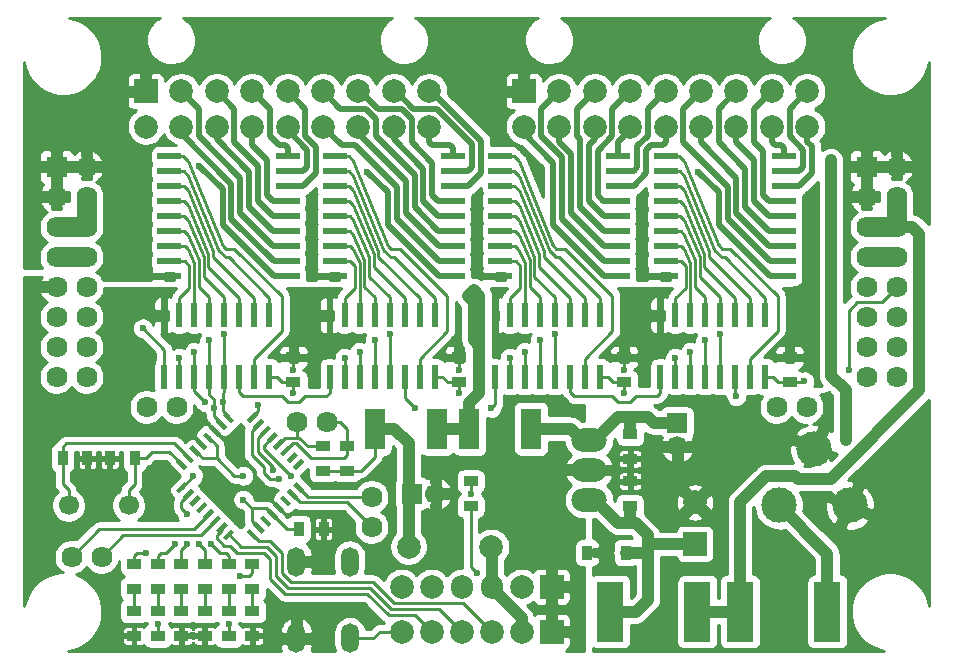
<source format=gbr>
G04 #@! TF.FileFunction,Copper,L1,Top,Signal*
%FSLAX46Y46*%
G04 Gerber Fmt 4.6, Leading zero omitted, Abs format (unit mm)*
G04 Created by KiCad (PCBNEW (2015-08-26 BZR 6129, Git 2e41367)-product) date 17-08-10 10:08:58 AM*
%MOMM*%
G01*
G04 APERTURE LIST*
%ADD10C,0.100000*%
%ADD11R,1.300000X0.900000*%
%ADD12R,0.600000X2.000000*%
%ADD13R,2.000000X0.600000*%
%ADD14R,1.790000X1.790000*%
%ADD15C,1.790000*%
%ADD16R,0.900000X1.300000*%
%ADD17R,2.000000X1.000000*%
%ADD18O,3.000000X2.000000*%
%ADD19R,2.000000X2.000000*%
%ADD20C,2.000000*%
%ADD21O,1.900000X2.000000*%
%ADD22C,1.700000*%
%ADD23R,2.300000X5.100000*%
%ADD24R,1.780000X3.500000*%
%ADD25O,1.500000X2.500000*%
%ADD26C,3.000000*%
%ADD27R,0.910000X1.220000*%
%ADD28R,1.700000X1.700000*%
%ADD29C,0.600000*%
%ADD30C,0.500000*%
%ADD31C,1.000000*%
%ADD32C,0.250000*%
%ADD33C,1.700000*%
G04 APERTURE END LIST*
D10*
D11*
X26500000Y10550000D03*
X26500000Y8450000D03*
X-1500000Y10550000D03*
X-1500000Y8450000D03*
D12*
X24445000Y14100000D03*
X23175000Y14100000D03*
X21905000Y14100000D03*
X20635000Y14100000D03*
X19365000Y14100000D03*
X18095000Y14100000D03*
X16825000Y14100000D03*
X15555000Y14100000D03*
X15555000Y8900000D03*
X16825000Y8900000D03*
X18095000Y8900000D03*
X19365000Y8900000D03*
X20635000Y8900000D03*
X21905000Y8900000D03*
X23175000Y8900000D03*
X24445000Y8900000D03*
D13*
X16000000Y27580000D03*
X16000000Y26310000D03*
X16000000Y25040000D03*
X16000000Y23770000D03*
X16000000Y22500000D03*
X16000000Y21230000D03*
X16000000Y19960000D03*
X16000000Y18690000D03*
X16000000Y17420000D03*
X26000000Y17420000D03*
X26000000Y18690000D03*
X26000000Y19960000D03*
X26000000Y21230000D03*
X26000000Y22500000D03*
X26000000Y23770000D03*
X26000000Y25040000D03*
X26000000Y26310000D03*
X26000000Y27580000D03*
D12*
X10445000Y14100000D03*
X9175000Y14100000D03*
X7905000Y14100000D03*
X6635000Y14100000D03*
X5365000Y14100000D03*
X4095000Y14100000D03*
X2825000Y14100000D03*
X1555000Y14100000D03*
X1555000Y8900000D03*
X2825000Y8900000D03*
X4095000Y8900000D03*
X5365000Y8900000D03*
X6635000Y8900000D03*
X7905000Y8900000D03*
X9175000Y8900000D03*
X10445000Y8900000D03*
D13*
X2000000Y27580000D03*
X2000000Y26310000D03*
X2000000Y25040000D03*
X2000000Y23770000D03*
X2000000Y22500000D03*
X2000000Y21230000D03*
X2000000Y19960000D03*
X2000000Y18690000D03*
X2000000Y17420000D03*
X12000000Y17420000D03*
X12000000Y18690000D03*
X12000000Y19960000D03*
X12000000Y21230000D03*
X12000000Y22500000D03*
X12000000Y23770000D03*
X12000000Y25040000D03*
X12000000Y26310000D03*
X12000000Y27580000D03*
D12*
X-3555000Y14100000D03*
X-4825000Y14100000D03*
X-6095000Y14100000D03*
X-7365000Y14100000D03*
X-8635000Y14100000D03*
X-9905000Y14100000D03*
X-11175000Y14100000D03*
X-12445000Y14100000D03*
X-12445000Y8900000D03*
X-11175000Y8900000D03*
X-9905000Y8900000D03*
X-8635000Y8900000D03*
X-7365000Y8900000D03*
X-6095000Y8900000D03*
X-4825000Y8900000D03*
X-3555000Y8900000D03*
D13*
X-12000000Y27580000D03*
X-12000000Y26310000D03*
X-12000000Y25040000D03*
X-12000000Y23770000D03*
X-12000000Y22500000D03*
X-12000000Y21230000D03*
X-12000000Y19960000D03*
X-12000000Y18690000D03*
X-12000000Y17420000D03*
X-2000000Y17420000D03*
X-2000000Y18690000D03*
X-2000000Y19960000D03*
X-2000000Y21230000D03*
X-2000000Y22500000D03*
X-2000000Y23770000D03*
X-2000000Y25040000D03*
X-2000000Y26310000D03*
X-2000000Y27580000D03*
D12*
X-17555000Y14100000D03*
X-18825000Y14100000D03*
X-20095000Y14100000D03*
X-21365000Y14100000D03*
X-22635000Y14100000D03*
X-23905000Y14100000D03*
X-25175000Y14100000D03*
X-26445000Y14100000D03*
X-26445000Y8900000D03*
X-25175000Y8900000D03*
X-23905000Y8900000D03*
X-22635000Y8900000D03*
X-21365000Y8900000D03*
X-20095000Y8900000D03*
X-18825000Y8900000D03*
X-17555000Y8900000D03*
D13*
X-26000000Y27580000D03*
X-26000000Y26310000D03*
X-26000000Y25040000D03*
X-26000000Y23770000D03*
X-26000000Y22500000D03*
X-26000000Y21230000D03*
X-26000000Y19960000D03*
X-26000000Y18690000D03*
X-26000000Y17420000D03*
X-16000000Y17420000D03*
X-16000000Y18690000D03*
X-16000000Y19960000D03*
X-16000000Y21230000D03*
X-16000000Y22500000D03*
X-16000000Y23770000D03*
X-16000000Y25040000D03*
X-16000000Y26310000D03*
X-16000000Y27580000D03*
D11*
X12500000Y10550000D03*
X12500000Y8450000D03*
X-15500000Y10550000D03*
X-15500000Y8450000D03*
D14*
X33020000Y26670000D03*
D15*
X35560000Y26670000D03*
X33020000Y24130000D03*
X35560000Y24130000D03*
X33020000Y21590000D03*
X35560000Y21590000D03*
X33020000Y19050000D03*
X35560000Y19050000D03*
X33020000Y16510000D03*
X35560000Y16510000D03*
X33020000Y13970000D03*
X35560000Y13970000D03*
X33020000Y11430000D03*
X35560000Y11430000D03*
X33020000Y8890000D03*
X35560000Y8890000D03*
D14*
X-35560000Y26670000D03*
D15*
X-33020000Y26670000D03*
X-35560000Y24130000D03*
X-33020000Y24130000D03*
X-35560000Y21590000D03*
X-33020000Y21590000D03*
X-35560000Y19050000D03*
X-33020000Y19050000D03*
X-35560000Y16510000D03*
X-33020000Y16510000D03*
X-35560000Y13970000D03*
X-33020000Y13970000D03*
X-35560000Y11430000D03*
X-33020000Y11430000D03*
X-35560000Y8890000D03*
X-33020000Y8890000D03*
D16*
X10000000Y1000000D03*
D17*
X8450000Y1000000D03*
D18*
X9540000Y-1540000D03*
X9540000Y1000000D03*
X9540000Y3540000D03*
D11*
X13000000Y-2050000D03*
X13000000Y50000D03*
X13000000Y4050000D03*
X13000000Y1950000D03*
D16*
X-35050000Y2000000D03*
X-32950000Y2000000D03*
X-28950000Y2000000D03*
X-31050000Y2000000D03*
D11*
X-29000000Y-13050000D03*
X-29000000Y-10950000D03*
X-27000000Y-10950000D03*
X-27000000Y-13050000D03*
X-25000000Y-13050000D03*
X-25000000Y-10950000D03*
X-23000000Y-13050000D03*
X-23000000Y-10950000D03*
X-21000000Y-10950000D03*
X-21000000Y-13050000D03*
X-19000000Y-13050000D03*
X-19000000Y-10950000D03*
D19*
X6350000Y-12700000D03*
D20*
X3810000Y-12700000D03*
X1270000Y-12700000D03*
X-1270000Y-12700000D03*
X-3810000Y-12700000D03*
X-6350000Y-12700000D03*
D19*
X6350000Y-8890000D03*
D20*
X3810000Y-8890000D03*
D21*
X1270000Y-8890000D03*
X-1270000Y-8890000D03*
D20*
X-3810000Y-8890000D03*
X-6350000Y-8890000D03*
D11*
X-29000000Y-6950000D03*
X-29000000Y-9050000D03*
X-27000000Y-6950000D03*
X-27000000Y-9050000D03*
X-25000000Y-6950000D03*
X-25000000Y-9050000D03*
X-23000000Y-6950000D03*
X-23000000Y-9050000D03*
X-21000000Y-6950000D03*
X-21000000Y-9050000D03*
X-19000000Y-6950000D03*
X-19000000Y-9050000D03*
D22*
X-34540000Y-2000000D03*
X-29460000Y-2000000D03*
D15*
X25400000Y6350000D03*
X27940000Y6350000D03*
X-27940000Y6350000D03*
X-25400000Y6350000D03*
D23*
X29700000Y-11000000D03*
X22300000Y-11000000D03*
D24*
X4615000Y4500000D03*
X-615000Y4500000D03*
X-3385000Y4500000D03*
X-8615000Y4500000D03*
D25*
X-10750000Y-6750000D03*
X-15250000Y-6750000D03*
X-15250000Y-13250000D03*
X-10750000Y-13250000D03*
D26*
X25600000Y-2000000D03*
X31600000Y-2000000D03*
X28600000Y2800000D03*
D27*
X12635000Y-6000000D03*
X9365000Y-6000000D03*
D20*
X18500000Y-1750000D03*
D19*
X18500000Y-5250000D03*
D22*
X17000000Y3000000D03*
D28*
X17000000Y5000000D03*
D15*
X-8890000Y-3810000D03*
X-8890000Y-1270000D03*
D16*
X-15050000Y-4000000D03*
X-12950000Y-4000000D03*
D10*
G36*
X-21202081Y5944722D02*
X-20494974Y5237615D01*
X-20777817Y4954772D01*
X-21484924Y5661879D01*
X-21202081Y5944722D01*
X-21202081Y5944722D01*
G37*
G36*
X-21767767Y5379037D02*
X-21060660Y4671930D01*
X-21343503Y4389087D01*
X-22050610Y5096194D01*
X-21767767Y5379037D01*
X-21767767Y5379037D01*
G37*
G36*
X-22333452Y4813352D02*
X-21626345Y4106245D01*
X-21909188Y3823402D01*
X-22616295Y4530509D01*
X-22333452Y4813352D01*
X-22333452Y4813352D01*
G37*
G36*
X-22899138Y4247666D02*
X-22192031Y3540559D01*
X-22474874Y3257716D01*
X-23181981Y3964823D01*
X-22899138Y4247666D01*
X-22899138Y4247666D01*
G37*
G36*
X-23464823Y3681981D02*
X-22757716Y2974874D01*
X-23040559Y2692031D01*
X-23747666Y3399138D01*
X-23464823Y3681981D01*
X-23464823Y3681981D01*
G37*
G36*
X-24030509Y3116295D02*
X-23323402Y2409188D01*
X-23606245Y2126345D01*
X-24313352Y2833452D01*
X-24030509Y3116295D01*
X-24030509Y3116295D01*
G37*
G36*
X-24596194Y2550610D02*
X-23889087Y1843503D01*
X-24171930Y1560660D01*
X-24879037Y2267767D01*
X-24596194Y2550610D01*
X-24596194Y2550610D01*
G37*
G36*
X-25161879Y1984924D02*
X-24454772Y1277817D01*
X-24737615Y994974D01*
X-25444722Y1702081D01*
X-25161879Y1984924D01*
X-25161879Y1984924D01*
G37*
G36*
X-24737615Y5026D02*
X-24454772Y-277817D01*
X-25161879Y-984924D01*
X-25444722Y-702081D01*
X-24737615Y5026D01*
X-24737615Y5026D01*
G37*
G36*
X-24171930Y-560660D02*
X-23889087Y-843503D01*
X-24596194Y-1550610D01*
X-24879037Y-1267767D01*
X-24171930Y-560660D01*
X-24171930Y-560660D01*
G37*
G36*
X-23606245Y-1126345D02*
X-23323402Y-1409188D01*
X-24030509Y-2116295D01*
X-24313352Y-1833452D01*
X-23606245Y-1126345D01*
X-23606245Y-1126345D01*
G37*
G36*
X-23040559Y-1692031D02*
X-22757716Y-1974874D01*
X-23464823Y-2681981D01*
X-23747666Y-2399138D01*
X-23040559Y-1692031D01*
X-23040559Y-1692031D01*
G37*
G36*
X-22474874Y-2257716D02*
X-22192031Y-2540559D01*
X-22899138Y-3247666D01*
X-23181981Y-2964823D01*
X-22474874Y-2257716D01*
X-22474874Y-2257716D01*
G37*
G36*
X-21909188Y-2823402D02*
X-21626345Y-3106245D01*
X-22333452Y-3813352D01*
X-22616295Y-3530509D01*
X-21909188Y-2823402D01*
X-21909188Y-2823402D01*
G37*
G36*
X-21343503Y-3389087D02*
X-21060660Y-3671930D01*
X-21767767Y-4379037D01*
X-22050610Y-4096194D01*
X-21343503Y-3389087D01*
X-21343503Y-3389087D01*
G37*
G36*
X-20777817Y-3954772D02*
X-20494974Y-4237615D01*
X-21202081Y-4944722D01*
X-21484924Y-4661879D01*
X-20777817Y-3954772D01*
X-20777817Y-3954772D01*
G37*
G36*
X-19222183Y-3954772D02*
X-18515076Y-4661879D01*
X-18797919Y-4944722D01*
X-19505026Y-4237615D01*
X-19222183Y-3954772D01*
X-19222183Y-3954772D01*
G37*
G36*
X-18656497Y-3389087D02*
X-17949390Y-4096194D01*
X-18232233Y-4379037D01*
X-18939340Y-3671930D01*
X-18656497Y-3389087D01*
X-18656497Y-3389087D01*
G37*
G36*
X-18090812Y-2823402D02*
X-17383705Y-3530509D01*
X-17666548Y-3813352D01*
X-18373655Y-3106245D01*
X-18090812Y-2823402D01*
X-18090812Y-2823402D01*
G37*
G36*
X-17525126Y-2257716D02*
X-16818019Y-2964823D01*
X-17100862Y-3247666D01*
X-17807969Y-2540559D01*
X-17525126Y-2257716D01*
X-17525126Y-2257716D01*
G37*
G36*
X-16959441Y-1692031D02*
X-16252334Y-2399138D01*
X-16535177Y-2681981D01*
X-17242284Y-1974874D01*
X-16959441Y-1692031D01*
X-16959441Y-1692031D01*
G37*
G36*
X-16393755Y-1126345D02*
X-15686648Y-1833452D01*
X-15969491Y-2116295D01*
X-16676598Y-1409188D01*
X-16393755Y-1126345D01*
X-16393755Y-1126345D01*
G37*
G36*
X-15828070Y-560660D02*
X-15120963Y-1267767D01*
X-15403806Y-1550610D01*
X-16110913Y-843503D01*
X-15828070Y-560660D01*
X-15828070Y-560660D01*
G37*
G36*
X-15262385Y5026D02*
X-14555278Y-702081D01*
X-14838121Y-984924D01*
X-15545228Y-277817D01*
X-15262385Y5026D01*
X-15262385Y5026D01*
G37*
G36*
X-14838121Y1984924D02*
X-14555278Y1702081D01*
X-15262385Y994974D01*
X-15545228Y1277817D01*
X-14838121Y1984924D01*
X-14838121Y1984924D01*
G37*
G36*
X-15403806Y2550610D02*
X-15120963Y2267767D01*
X-15828070Y1560660D01*
X-16110913Y1843503D01*
X-15403806Y2550610D01*
X-15403806Y2550610D01*
G37*
G36*
X-15969491Y3116295D02*
X-15686648Y2833452D01*
X-16393755Y2126345D01*
X-16676598Y2409188D01*
X-15969491Y3116295D01*
X-15969491Y3116295D01*
G37*
G36*
X-16535177Y3681981D02*
X-16252334Y3399138D01*
X-16959441Y2692031D01*
X-17242284Y2974874D01*
X-16535177Y3681981D01*
X-16535177Y3681981D01*
G37*
G36*
X-17100862Y4247666D02*
X-16818019Y3964823D01*
X-17525126Y3257716D01*
X-17807969Y3540559D01*
X-17100862Y4247666D01*
X-17100862Y4247666D01*
G37*
G36*
X-17666548Y4813352D02*
X-17383705Y4530509D01*
X-18090812Y3823402D01*
X-18373655Y4106245D01*
X-17666548Y4813352D01*
X-17666548Y4813352D01*
G37*
G36*
X-18232233Y5379037D02*
X-17949390Y5096194D01*
X-18656497Y4389087D01*
X-18939340Y4671930D01*
X-18232233Y5379037D01*
X-18232233Y5379037D01*
G37*
G36*
X-18797919Y5944722D02*
X-18515076Y5661879D01*
X-19222183Y4954772D01*
X-19505026Y5237615D01*
X-18797919Y5944722D01*
X-18797919Y5944722D01*
G37*
D11*
X-13000000Y950000D03*
X-13000000Y3050000D03*
X-11000000Y950000D03*
X-11000000Y3050000D03*
D15*
X-15240000Y5080000D03*
X-12700000Y5080000D03*
X-34290000Y-6350000D03*
X-31750000Y-6350000D03*
D23*
X18700000Y-11000000D03*
X11300000Y-11000000D03*
D19*
X4000000Y33080000D03*
D20*
X7000000Y33080000D03*
X10000000Y33080000D03*
X13000000Y33080000D03*
X16000000Y33080000D03*
X19000000Y33080000D03*
X22000000Y33080000D03*
X25000000Y33080000D03*
X28000000Y33080000D03*
X4000000Y30080000D03*
X7000000Y30080000D03*
X10000000Y30080000D03*
X13000000Y30080000D03*
X16000000Y30080000D03*
X19000000Y30080000D03*
X22000000Y30080000D03*
X25000000Y30080000D03*
X28000000Y30080000D03*
D19*
X-28000000Y33080000D03*
D20*
X-25000000Y33080000D03*
X-22000000Y33080000D03*
X-19000000Y33080000D03*
X-16000000Y33080000D03*
X-13000000Y33080000D03*
X-10000000Y33080000D03*
X-7000000Y33080000D03*
X-4000000Y33080000D03*
X-28000000Y30080000D03*
X-25000000Y30080000D03*
X-22000000Y30080000D03*
X-19000000Y30080000D03*
X-16000000Y30080000D03*
X-13000000Y30080000D03*
X-10000000Y30080000D03*
X-7000000Y30080000D03*
X-4000000Y30080000D03*
X-5750000Y-5500000D03*
X1250000Y-5500000D03*
D22*
X-3500000Y-1000000D03*
D28*
X-5500000Y-1000000D03*
D11*
X-500000Y-2050000D03*
X-500000Y50000D03*
D29*
X13000000Y1000000D03*
X-14000000Y23250000D03*
X0Y23250000D03*
X14000000Y23250000D03*
X37500000Y-6000000D03*
X37500000Y31500000D03*
X-37500000Y31500000D03*
X-28000000Y21750000D03*
X14000000Y22500000D03*
X0Y22500000D03*
X-14000000Y22500000D03*
X10500000Y-6000000D03*
X-28000000Y22500000D03*
X-28000000Y23250000D03*
X14000000Y21750000D03*
X0Y21750000D03*
X-14000000Y21750000D03*
X-500000Y-1000000D03*
X-28000000Y-6000000D03*
X-19750000Y500000D03*
X-21000000Y-12000000D03*
X-19750000Y-1500000D03*
X-27000000Y-12000000D03*
X27750000Y8500000D03*
X-15500000Y7500000D03*
X12500000Y7500000D03*
X-1500000Y7500000D03*
X30000000Y27250000D03*
X31250000Y5000000D03*
X30000000Y26500000D03*
X30000000Y25750000D03*
X18750000Y26250000D03*
X-9250000Y26250000D03*
X-23500000Y26750000D03*
X31250000Y4250000D03*
X31250000Y3500000D03*
X-37500000Y-7500000D03*
X-15500000Y14000000D03*
X-15500000Y13250000D03*
X-13500000Y14000000D03*
X-13500000Y13250000D03*
X26500000Y13250000D03*
X26500000Y14000000D03*
X14500000Y14000000D03*
X14500000Y13250000D03*
X12500000Y13250000D03*
X12500000Y14000000D03*
X-1500000Y13250000D03*
X-1500000Y14000000D03*
X-32000000Y2000000D03*
X-26000000Y-1500000D03*
X-30250000Y-13000000D03*
X-17750000Y-13000000D03*
X1550000Y13250000D03*
X12500000Y9500000D03*
X-27500000Y14000000D03*
X-28000000Y14500000D03*
X-24000000Y-13000000D03*
X-13000000Y-5250000D03*
X-15500000Y9500000D03*
X-1500000Y9500000D03*
X-25500000Y-5250000D03*
X-24500000Y-2750000D03*
X-25175000Y10500000D03*
X-11175000Y10500000D03*
X2825000Y10500000D03*
X16825000Y10500000D03*
X-24500000Y-5250000D03*
X-24000000Y500000D03*
X-23000000Y6750000D03*
X-23905000Y11000000D03*
X-9905000Y11000000D03*
X4095000Y11000000D03*
X18095000Y11000000D03*
X-22250000Y6250000D03*
X-23500000Y-5250000D03*
X-22635000Y12000000D03*
X-8635000Y12000000D03*
X5365000Y12000000D03*
X19365000Y12000000D03*
X-22500000Y-5250000D03*
X-21500000Y6750000D03*
X-21365000Y12500000D03*
X-7365000Y12500000D03*
X6635000Y12500000D03*
X20635000Y12500000D03*
X-18500000Y6500000D03*
X-20000000Y-8000000D03*
X31500000Y9500000D03*
X22000000Y7250000D03*
X-5250000Y6250000D03*
X1250000Y6250000D03*
X-28250000Y13000000D03*
X0Y-7750000D03*
X-15750000Y500000D03*
X-17250000Y1000000D03*
X-16750000Y250000D03*
X-250000Y15250000D03*
X-750000Y15750000D03*
X-250000Y16250000D03*
X250000Y15750000D03*
D30*
X10000000Y1000000D02*
X13000000Y1000000D01*
X-14000000Y22500000D02*
X-14000000Y23250000D01*
X14000000Y22500000D02*
X14000000Y23250000D01*
X31600000Y-2000000D02*
X32400000Y-2000000D01*
X32400000Y-2000000D02*
X36400000Y-6000000D01*
X36400000Y-6000000D02*
X37500000Y-6000000D01*
X-35560000Y26670000D02*
X-35560000Y29560000D01*
X-35560000Y29560000D02*
X-37500000Y31500000D01*
X14000000Y22500000D02*
X14000000Y21750000D01*
X0Y21750000D02*
X0Y22500000D01*
X-14000000Y22500000D02*
X-14000000Y21750000D01*
X9365000Y-6000000D02*
X10500000Y-6000000D01*
X13000000Y1950000D02*
X13000000Y1000000D01*
X13000000Y1000000D02*
X13000000Y50000D01*
X-26000000Y17420000D02*
X-27920000Y17420000D01*
X-27920000Y17420000D02*
X-28000000Y17500000D01*
X-28000000Y17500000D02*
X-28000000Y21750000D01*
X-28000000Y23250000D02*
X-28000000Y22500000D01*
X16000000Y17420000D02*
X14330000Y17420000D01*
X14000000Y21750000D02*
X14000000Y21000000D01*
X14000000Y17750000D02*
X14000000Y20750000D01*
X14330000Y17420000D02*
X14000000Y17750000D01*
X2000000Y17420000D02*
X330000Y17420000D01*
X0Y21750000D02*
X0Y21000000D01*
X0Y17750000D02*
X0Y20750000D01*
X330000Y17420000D02*
X0Y17750000D01*
X-12000000Y17420000D02*
X-13920000Y17420000D01*
X-14000000Y17500000D02*
X-14000000Y20750000D01*
X-13920000Y17420000D02*
X-14000000Y17500000D01*
X-14000000Y21750000D02*
X-14000000Y20750000D01*
D31*
X-35560000Y26670000D02*
X-33020000Y26670000D01*
X-35560000Y24130000D02*
X-35560000Y26670000D01*
X33020000Y24130000D02*
X33020000Y26670000D01*
X33020000Y26670000D02*
X35560000Y26670000D01*
D32*
X-19750000Y500000D02*
X-20500000Y500000D01*
X-20500000Y500000D02*
X-22000000Y2000000D01*
X-500000Y50000D02*
X-500000Y-1000000D01*
X-29000000Y-6950000D02*
X-29000000Y-6250000D01*
X-28750000Y-6000000D02*
X-28000000Y-6000000D01*
X-29000000Y-6250000D02*
X-28750000Y-6000000D01*
X-21000000Y-12000000D02*
X-21000000Y-13050000D01*
X-19000000Y-2250000D02*
X-19000000Y-3328427D01*
X-19000000Y-3328427D02*
X-18444365Y-3884062D01*
X-19000000Y-3328427D02*
X-18444365Y-3884062D01*
X-22000000Y2000000D02*
X-23197057Y2000000D01*
X-23197057Y2000000D02*
X-23818377Y2621320D01*
X-19750000Y-1500000D02*
X-19000000Y-2250000D01*
X-11000000Y950000D02*
X-9800000Y950000D01*
X-8615000Y2135000D02*
X-8615000Y4500000D01*
X-9800000Y950000D02*
X-8615000Y2135000D01*
X-13000000Y950000D02*
X-11000000Y950000D01*
X-19000000Y-2250000D02*
X-17815685Y-2250000D01*
X-17815685Y-2250000D02*
X-17312994Y-2752691D01*
X-27000000Y-12000000D02*
X-27000000Y-13050000D01*
X26500000Y8450000D02*
X27700000Y8450000D01*
X27700000Y8450000D02*
X27750000Y8500000D01*
X-15500000Y8450000D02*
X-15500000Y7500000D01*
X12500000Y8450000D02*
X12500000Y7500000D01*
X-22000000Y3065685D02*
X-22687006Y3752691D01*
X-22000000Y2000000D02*
X-22000000Y3065685D01*
X-1500000Y8450000D02*
X-1500000Y7500000D01*
X24445000Y8900000D02*
X25100000Y8900000D01*
X25550000Y8450000D02*
X26500000Y8450000D01*
X25100000Y8900000D02*
X25550000Y8450000D01*
D31*
X-8615000Y4500000D02*
X-7000000Y4500000D01*
X-7000000Y4500000D02*
X-5750000Y3250000D01*
X-5750000Y3250000D02*
X-5750000Y-1000000D01*
X-5750000Y-1000000D02*
X-5750000Y-5500000D01*
D32*
X-15050000Y-4000000D02*
X-16065685Y-4000000D01*
X-16065685Y-4000000D02*
X-17312994Y-2752691D01*
X-15500000Y8450000D02*
X-16450000Y8450000D01*
X-16900000Y8900000D02*
X-17555000Y8900000D01*
X-16450000Y8450000D02*
X-16900000Y8900000D01*
X10445000Y8900000D02*
X11100000Y8900000D01*
X11550000Y8450000D02*
X12500000Y8450000D01*
X11100000Y8900000D02*
X11550000Y8450000D01*
X-3555000Y8900000D02*
X-2900000Y8900000D01*
X-2900000Y8900000D02*
X-2450000Y8450000D01*
X-2450000Y8450000D02*
X-1500000Y8450000D01*
X21000000Y19000000D02*
X20750000Y19000000D01*
X20095010Y19654990D02*
X20095010Y19750000D01*
X20750000Y19000000D02*
X20095010Y19654990D01*
X20095010Y19750000D02*
X20095010Y19750000D01*
X20095010Y19750000D02*
X17577825Y25922175D01*
X17577825Y25922175D02*
X17190000Y26310000D01*
X17190000Y26310000D02*
X16000000Y26310000D01*
X24445000Y14100000D02*
X24445000Y15555000D01*
X24445000Y15555000D02*
X21000000Y19000000D01*
X19695008Y19500000D02*
X17576648Y24673352D01*
X16000000Y25040000D02*
X17210000Y25040000D01*
X17210000Y25040000D02*
X17576648Y24673352D01*
X23175000Y15575000D02*
X23175000Y14100000D01*
X19695008Y19054992D02*
X23175000Y15575000D01*
X19695008Y19500000D02*
X19695008Y19054992D01*
X19295006Y19250000D02*
X17574829Y23425171D01*
X17574829Y23425171D02*
X17230000Y23770000D01*
X21905000Y14100000D02*
X21905000Y15595000D01*
X19295006Y18204994D02*
X19295006Y19250000D01*
X21905000Y15595000D02*
X19295006Y18204994D01*
X17230000Y23770000D02*
X16000000Y23770000D01*
X18895004Y19000000D02*
X17571650Y22178350D01*
X20635000Y14100000D02*
X20635000Y15615000D01*
X17250000Y22500000D02*
X16000000Y22500000D01*
X17571650Y22178350D02*
X17250000Y22500000D01*
X18895004Y17354996D02*
X18895004Y19000000D01*
X20635000Y15615000D02*
X18895004Y17354996D01*
X18495002Y18750000D02*
X17564676Y20935324D01*
X16000000Y21230000D02*
X17270000Y21230000D01*
X17270000Y21230000D02*
X17564676Y20935324D01*
X19365000Y15635000D02*
X19365000Y14100000D01*
X18495002Y16504998D02*
X19365000Y15635000D01*
X18495002Y18750000D02*
X18495002Y16504998D01*
X18095000Y18500000D02*
X17537037Y19712963D01*
X18095000Y14100000D02*
X18095000Y18500000D01*
X17537037Y19712963D02*
X17290000Y19960000D01*
X16000000Y19960000D02*
X17290000Y19960000D01*
X16825000Y14100000D02*
X16825000Y15575000D01*
X17310000Y18690000D02*
X16000000Y18690000D01*
X17694998Y18305002D02*
X17310000Y18690000D01*
X17694998Y16444998D02*
X17694998Y18305002D01*
X16825000Y15575000D02*
X17694998Y16444998D01*
X20750000Y19750000D02*
X21500000Y19750000D01*
X21500000Y19750000D02*
X25500000Y15750000D01*
X20491593Y20003419D02*
X20495012Y20000000D01*
X20491593Y20008407D02*
X20491593Y20003419D01*
X20750000Y19750000D02*
X20491593Y20008407D01*
X20495012Y20000000D02*
X17578650Y27171350D01*
X17170000Y27580000D02*
X17578650Y27171350D01*
X16000000Y27580000D02*
X17170000Y27580000D01*
X25500000Y15750000D02*
X25500000Y12750000D01*
X25500000Y12750000D02*
X23175000Y10425000D01*
X23175000Y8900000D02*
X23175000Y10425000D01*
D31*
X30000000Y26500000D02*
X30000000Y27250000D01*
X31250000Y5000000D02*
X31250000Y4250000D01*
X30000000Y25750000D02*
X30000000Y9000000D01*
X30000000Y9000000D02*
X31250000Y7750000D01*
X31250000Y5000000D02*
X31250000Y7750000D01*
X30000000Y26500000D02*
X30000000Y25750000D01*
D30*
X12000000Y17420000D02*
X10830000Y17420000D01*
X6500000Y27000000D02*
X4000000Y29500000D01*
X6500000Y21750000D02*
X6500000Y27000000D01*
X10830000Y17420000D02*
X6500000Y21750000D01*
X4000000Y29500000D02*
X4000000Y30080000D01*
X26000000Y17420000D02*
X24830000Y17420000D01*
X24830000Y17420000D02*
X20500000Y21750000D01*
X20500000Y21750000D02*
X20500000Y24500000D01*
X20500000Y24500000D02*
X18750000Y26250000D01*
X-21500000Y24750000D02*
X-21500000Y21750000D01*
X-21500000Y21750000D02*
X-17170000Y17420000D01*
X-2000000Y17420000D02*
X-3170000Y17420000D01*
X-7500000Y24500000D02*
X-9250000Y26250000D01*
X-7500000Y21750000D02*
X-7500000Y24500000D01*
X-3170000Y17420000D02*
X-7500000Y21750000D01*
X-21500000Y24750000D02*
X-23500000Y26750000D01*
X-17170000Y17420000D02*
X-16000000Y17420000D01*
D31*
X31250000Y4250000D02*
X31250000Y3500000D01*
X13000000Y-3500000D02*
X13500000Y-3500000D01*
X13500000Y-3500000D02*
X14500000Y-4500000D01*
X13000000Y-3500000D02*
X12000000Y-3500000D01*
X12000000Y-3500000D02*
X10040000Y-1540000D01*
X10040000Y-1540000D02*
X9540000Y-1540000D01*
X13000000Y-3500000D02*
X13000000Y-2500000D01*
X18500000Y-5250000D02*
X14500000Y-5250000D01*
X14500000Y-5250000D02*
X14500000Y-4500000D01*
X12635000Y-6000000D02*
X14500000Y-6000000D01*
X11300000Y-11000000D02*
X13500000Y-11000000D01*
X14500000Y-10000000D02*
X14500000Y-6000000D01*
X14500000Y-6000000D02*
X14500000Y-4500000D01*
X13500000Y-11000000D02*
X14500000Y-10000000D01*
X10040000Y-1540000D02*
X9540000Y-1540000D01*
D32*
X7000000Y19000000D02*
X6750000Y19000000D01*
X6095010Y19654990D02*
X6095010Y19750000D01*
X6750000Y19000000D02*
X6095010Y19654990D01*
X6095010Y19750000D02*
X3577825Y25922175D01*
X3190000Y26310000D02*
X2000000Y26310000D01*
X3577825Y25922175D02*
X3190000Y26310000D01*
X7000000Y19000000D02*
X10445000Y15555000D01*
X10445000Y14100000D02*
X10445000Y15555000D01*
X5695008Y19500000D02*
X3576648Y24673352D01*
X9175000Y14100000D02*
X9175000Y15575000D01*
X3210000Y25040000D02*
X2000000Y25040000D01*
X3576648Y24673352D02*
X3210000Y25040000D01*
X5695008Y19054992D02*
X5695008Y19500000D01*
X9175000Y15575000D02*
X5695008Y19054992D01*
X5295006Y19250000D02*
X3574829Y23425171D01*
X2000000Y23770000D02*
X3230000Y23770000D01*
X3230000Y23770000D02*
X3574829Y23425171D01*
X7905000Y15595000D02*
X7905000Y14100000D01*
X5295006Y18204994D02*
X7905000Y15595000D01*
X5295006Y19250000D02*
X5295006Y18204994D01*
X4895004Y19000000D02*
X3571650Y22178350D01*
X6635000Y14100000D02*
X6635000Y15615000D01*
X3250000Y22500000D02*
X2000000Y22500000D01*
X3571650Y22178350D02*
X3250000Y22500000D01*
X4895004Y17354996D02*
X4895004Y19000000D01*
X6635000Y15615000D02*
X4895004Y17354996D01*
X4495002Y18750000D02*
X3564676Y20935324D01*
X5365000Y14100000D02*
X5365000Y15635000D01*
X4495002Y16504998D02*
X4495002Y18750000D01*
X5365000Y15635000D02*
X4495002Y16504998D01*
X3270000Y21230000D02*
X2000000Y21230000D01*
X3564676Y20935324D02*
X3270000Y21230000D01*
X4095000Y18500000D02*
X3537037Y19712963D01*
X4095000Y14100000D02*
X4095000Y18500000D01*
X3290000Y19960000D02*
X2000000Y19960000D01*
X3537037Y19712963D02*
X3290000Y19960000D01*
X2825000Y14100000D02*
X2825000Y15575000D01*
X3310000Y18690000D02*
X2000000Y18690000D01*
X3694998Y18305002D02*
X3310000Y18690000D01*
X3694998Y16444998D02*
X3694998Y18305002D01*
X2825000Y15575000D02*
X3694998Y16444998D01*
X6750000Y19750000D02*
X7500000Y19750000D01*
X7500000Y19750000D02*
X11500000Y15750000D01*
X6491593Y20003419D02*
X6495012Y20000000D01*
X6491593Y20008407D02*
X6491593Y20003419D01*
X6750000Y19750000D02*
X6491593Y20008407D01*
X6495012Y20000000D02*
X3578650Y27171350D01*
X3578650Y27171350D02*
X3170000Y27580000D01*
X3170000Y27580000D02*
X2000000Y27580000D01*
X9175000Y8900000D02*
X9175000Y10425000D01*
X11500000Y12750000D02*
X11500000Y15750000D01*
X9175000Y10425000D02*
X11500000Y12750000D01*
X-7904990Y19750000D02*
X-7904990Y19654990D01*
X-7904990Y19654990D02*
X-7250000Y19000000D01*
X-7904990Y19750000D02*
X-10422175Y25922175D01*
X-7000000Y19000000D02*
X-7250000Y19000000D01*
X-3555000Y14100000D02*
X-3555000Y15555000D01*
X-3555000Y15555000D02*
X-7000000Y19000000D01*
X-10810000Y26310000D02*
X-12000000Y26310000D01*
X-10422175Y25922175D02*
X-10810000Y26310000D01*
X-8304992Y19500000D02*
X-10423352Y24673352D01*
X-4825000Y14100000D02*
X-4825000Y15575000D01*
X-10790000Y25040000D02*
X-12000000Y25040000D01*
X-10423352Y24673352D02*
X-10790000Y25040000D01*
X-8304992Y19054992D02*
X-8304992Y19500000D01*
X-4825000Y15575000D02*
X-8304992Y19054992D01*
X-8704994Y19250000D02*
X-10425171Y23425171D01*
X-6095000Y14100000D02*
X-6095000Y15595000D01*
X-10770000Y23770000D02*
X-12000000Y23770000D01*
X-10425171Y23425171D02*
X-10770000Y23770000D01*
X-8704994Y18204994D02*
X-8704994Y19250000D01*
X-6095000Y15595000D02*
X-8704994Y18204994D01*
X-9104996Y19000000D02*
X-10428350Y22178350D01*
X-7365000Y14100000D02*
X-7365000Y15615000D01*
X-10750000Y22500000D02*
X-12000000Y22500000D01*
X-10428350Y22178350D02*
X-10750000Y22500000D01*
X-9104996Y17354996D02*
X-9104996Y19000000D01*
X-7365000Y15615000D02*
X-9104996Y17354996D01*
X-9504998Y18750000D02*
X-10435324Y20935324D01*
X-8635000Y14100000D02*
X-8635000Y15635000D01*
X-10730000Y21230000D02*
X-12000000Y21230000D01*
X-10435324Y20935324D02*
X-10730000Y21230000D01*
X-9504998Y16504998D02*
X-9504998Y18750000D01*
X-8635000Y15635000D02*
X-9504998Y16504998D01*
X-9905000Y18500000D02*
X-10462963Y19712963D01*
X-9905000Y14100000D02*
X-9905000Y18500000D01*
X-10710000Y19960000D02*
X-12000000Y19960000D01*
X-10462963Y19712963D02*
X-10710000Y19960000D01*
X-11175000Y14100000D02*
X-11175000Y15575000D01*
X-10690000Y18690000D02*
X-12000000Y18690000D01*
X-10305002Y18305002D02*
X-10690000Y18690000D01*
X-10305002Y16444998D02*
X-10305002Y18305002D01*
X-11175000Y15575000D02*
X-10305002Y16444998D01*
X-7250000Y19750000D02*
X-6500000Y19750000D01*
X-6500000Y19750000D02*
X-2500000Y15750000D01*
X-7250000Y19750000D02*
X-7500000Y20000000D01*
X-7500000Y20000000D02*
X-10421875Y27171875D01*
X-10421875Y27171875D02*
X-10830000Y27580000D01*
X-10830000Y27580000D02*
X-12000000Y27580000D01*
X-4825000Y8900000D02*
X-4825000Y10425000D01*
X-2500000Y12750000D02*
X-2500000Y15750000D01*
X-4825000Y10425000D02*
X-2500000Y12750000D01*
X-21904990Y19750000D02*
X-21904990Y19654990D01*
X-21250000Y19000000D02*
X-21000000Y19000000D01*
X-21904990Y19654990D02*
X-21250000Y19000000D01*
X-21904990Y19750000D02*
X-24422175Y25922175D01*
X-24422175Y25922175D02*
X-24810000Y26310000D01*
X-17555000Y14100000D02*
X-17555000Y15555000D01*
X-24810000Y26310000D02*
X-26000000Y26310000D01*
X-17555000Y15555000D02*
X-21000000Y19000000D01*
X-22304992Y19500000D02*
X-24423352Y24673352D01*
X-24423352Y24673352D02*
X-24790000Y25040000D01*
X-18825000Y14100000D02*
X-18825000Y15575000D01*
X-24790000Y25040000D02*
X-26000000Y25040000D01*
X-22304992Y19054992D02*
X-22304992Y19500000D01*
X-18825000Y15575000D02*
X-22304992Y19054992D01*
X-22704994Y19250000D02*
X-24425171Y23425171D01*
X-24425171Y23425171D02*
X-24770000Y23770000D01*
X-20095000Y14100000D02*
X-20095000Y15595000D01*
X-24770000Y23770000D02*
X-26000000Y23770000D01*
X-22704994Y18204994D02*
X-22704994Y19250000D01*
X-20095000Y15595000D02*
X-22704994Y18204994D01*
X-23104996Y19000000D02*
X-24428350Y22178350D01*
X-24428350Y22178350D02*
X-24750000Y22500000D01*
X-21365000Y14100000D02*
X-21365000Y15615000D01*
X-24750000Y22500000D02*
X-26000000Y22500000D01*
X-23104996Y17354996D02*
X-23104996Y19000000D01*
X-21365000Y15615000D02*
X-23104996Y17354996D01*
X-23504998Y18750000D02*
X-24435324Y20935324D01*
X-24435324Y20935324D02*
X-24730000Y21230000D01*
X-22635000Y14100000D02*
X-22635000Y15635000D01*
X-24730000Y21230000D02*
X-26000000Y21230000D01*
X-23504998Y16504998D02*
X-23504998Y18750000D01*
X-22635000Y15635000D02*
X-23504998Y16504998D01*
X-23905000Y18500000D02*
X-24462963Y19712963D01*
X-23905000Y14100000D02*
X-23905000Y18500000D01*
X-24710000Y19960000D02*
X-26000000Y19960000D01*
X-24462963Y19712963D02*
X-24710000Y19960000D01*
X-24305002Y18305002D02*
X-24690000Y18690000D01*
X-25175000Y14100000D02*
X-25175000Y15575000D01*
X-24690000Y18690000D02*
X-26000000Y18690000D01*
X-24305002Y16444998D02*
X-24305002Y18305002D01*
X-25175000Y15575000D02*
X-24305002Y16444998D01*
X-21252494Y19747506D02*
X-20497506Y19747506D01*
X-20497506Y19747506D02*
X-16500000Y15750000D01*
X-21252494Y19747506D02*
X-21504988Y20000000D01*
X-21504988Y20000000D02*
X-24421350Y27171350D01*
X-24830000Y27580000D02*
X-26000000Y27580000D01*
X-24421350Y27171350D02*
X-24830000Y27580000D01*
X-18825000Y8900000D02*
X-18825000Y10425000D01*
X-16500000Y12750000D02*
X-16500000Y15750000D01*
X-18825000Y10425000D02*
X-16500000Y12750000D01*
X-15500000Y14000000D02*
X-15500000Y13250000D01*
X-13500000Y14000000D02*
X-13500000Y13250000D01*
X-13400000Y14100000D02*
X-13500000Y14000000D01*
X-12445000Y14100000D02*
X-13400000Y14100000D01*
X26500000Y10550000D02*
X26500000Y13250000D01*
X26500000Y14000000D02*
X26500000Y13250000D01*
X14500000Y14000000D02*
X14500000Y13250000D01*
X14600000Y14100000D02*
X14500000Y14000000D01*
X15555000Y14100000D02*
X14600000Y14100000D01*
X12500000Y10550000D02*
X12500000Y13250000D01*
X12500000Y14000000D02*
X12500000Y13250000D01*
X-1500000Y13250000D02*
X-1500000Y14000000D01*
X-1500000Y10550000D02*
X-1500000Y13250000D01*
D31*
X-35560000Y16510000D02*
X-37490000Y16510000D01*
X-37490000Y16510000D02*
X-37500000Y16500000D01*
D32*
X-29000000Y-13050000D02*
X-30200000Y-13050000D01*
X-30200000Y-13050000D02*
X-30250000Y-13000000D01*
X-19000000Y-13050000D02*
X-17800000Y-13050000D01*
X-17800000Y-13050000D02*
X-17750000Y-13000000D01*
X-20026472Y2223529D02*
X-20026472Y2126472D01*
X-18800000Y-134315D02*
X-16747309Y-2187006D01*
X-18800000Y900000D02*
X-18800000Y-134315D01*
X-20026472Y2126472D02*
X-18800000Y900000D01*
X-20026472Y2223529D02*
X-22121320Y4318377D01*
X-16184315Y-2750000D02*
X-16747309Y-2187006D01*
X-14750000Y-2650000D02*
X-15650000Y-2650000D01*
X-15750000Y-2750000D02*
X-16184315Y-2750000D01*
X-15650000Y-2650000D02*
X-15750000Y-2750000D01*
X1555000Y13255000D02*
X1550000Y13250000D01*
X1555000Y14100000D02*
X1555000Y13255000D01*
X12500000Y10550000D02*
X12500000Y9500000D01*
X-27400000Y14100000D02*
X-27500000Y14000000D01*
X-27400000Y14100000D02*
X-26445000Y14100000D01*
X-23000000Y-13050000D02*
X-23950000Y-13050000D01*
X-24050000Y-13050000D02*
X-24000000Y-13000000D01*
X-24050000Y-13050000D02*
X-25000000Y-13050000D01*
X-23950000Y-13050000D02*
X-24000000Y-13000000D01*
X-12950000Y-4000000D02*
X-12950000Y-2800000D01*
X-13100000Y-2650000D02*
X-14750000Y-2650000D01*
X-12950000Y-2800000D02*
X-13100000Y-2650000D01*
X-24000000Y3934315D02*
X-24000000Y4500000D01*
X-24000000Y4500000D02*
X-23575000Y4925000D01*
X-23575000Y4925000D02*
X-22727943Y4925000D01*
X-22727943Y4925000D02*
X-22121320Y4318377D01*
X-23252691Y3187006D02*
X-24000000Y3934315D01*
X-22121320Y4318377D02*
X-22121320Y4371320D01*
X-12950000Y-4000000D02*
X-13000000Y-5250000D01*
X-15500000Y10550000D02*
X-15500000Y9500000D01*
X-1500000Y10550000D02*
X-1500000Y9500000D01*
X-31050000Y2000000D02*
X-32000000Y2000000D01*
X-32000000Y2000000D02*
X-32950000Y2000000D01*
X15250000Y7250000D02*
X13500000Y7250000D01*
X12000000Y6750000D02*
X11500000Y7250000D01*
X13000000Y6750000D02*
X12000000Y6750000D01*
X13500000Y7250000D02*
X13000000Y6750000D01*
X7905000Y8900000D02*
X7905000Y7595000D01*
X8250000Y7250000D02*
X11500000Y7250000D01*
X7905000Y7595000D02*
X8250000Y7250000D01*
X15555000Y7555000D02*
X15555000Y8900000D01*
X15250000Y7250000D02*
X15555000Y7555000D01*
X-26750000Y-6000000D02*
X-26250000Y-6000000D01*
X-26250000Y-6000000D02*
X-25500000Y-5250000D01*
X-25000000Y-1671573D02*
X-24384062Y-1055635D01*
X-24500000Y-2750000D02*
X-25000000Y-2250000D01*
X-25000000Y-2250000D02*
X-25000000Y-1671573D01*
X-27000000Y-6950000D02*
X-27000000Y-6250000D01*
X-27000000Y-6250000D02*
X-26750000Y-6000000D01*
X-25175000Y10500000D02*
X-25175000Y8900000D01*
X-11175000Y10500000D02*
X-11175000Y8900000D01*
X2825000Y10500000D02*
X2825000Y8900000D01*
X16825000Y10500000D02*
X16825000Y8900000D01*
X-24500000Y-5250000D02*
X-25000000Y-5750000D01*
X-25000000Y-6950000D02*
X-25000000Y-5750000D01*
X-24000000Y500000D02*
X-24000000Y459798D01*
X-24000000Y459798D02*
X-24949747Y-489949D01*
X-23905000Y8900000D02*
X-23905000Y7655000D01*
X-23905000Y7655000D02*
X-23000000Y6750000D01*
X-23905000Y11000000D02*
X-23905000Y8900000D01*
X-9905000Y11000000D02*
X-9905000Y8900000D01*
X4095000Y11000000D02*
X4095000Y8900000D01*
X18095000Y8900000D02*
X18095000Y11000000D01*
X-23000000Y-6950000D02*
X-23000000Y-5750000D01*
X-23000000Y-5750000D02*
X-23500000Y-5250000D01*
X-22250000Y6250000D02*
X-22250000Y7000000D01*
X-22635000Y7385000D02*
X-22635000Y8900000D01*
X-22250000Y7000000D02*
X-22635000Y7385000D01*
X-22250000Y6250000D02*
X-22250000Y5578427D01*
X-22250000Y5578427D02*
X-21555635Y4884062D01*
X-22635000Y12000000D02*
X-22635000Y8900000D01*
X-8635000Y12000000D02*
X-8635000Y8900000D01*
X5365000Y12000000D02*
X5365000Y8900000D01*
X19365000Y8900000D02*
X19365000Y12000000D01*
X-21250000Y-6000000D02*
X-21750000Y-6000000D01*
X-21750000Y-6000000D02*
X-22500000Y-5250000D01*
X-21500000Y6750000D02*
X-21500000Y7500000D01*
X-21365000Y7635000D02*
X-21365000Y8900000D01*
X-21500000Y7500000D02*
X-21365000Y7635000D01*
X-21500000Y6750000D02*
X-21500000Y5959798D01*
X-21500000Y5959798D02*
X-20989949Y5449747D01*
X-21000000Y-6250000D02*
X-21000000Y-6950000D01*
X-21000000Y-6250000D02*
X-21250000Y-6000000D01*
X-21365000Y12500000D02*
X-21365000Y8900000D01*
X-7365000Y12500000D02*
X-7365000Y8900000D01*
X6635000Y12500000D02*
X6635000Y8900000D01*
X20635000Y12500000D02*
X20635000Y8900000D01*
X-18500000Y6500000D02*
X-18500000Y5959798D01*
X-18500000Y5959798D02*
X-19010051Y5449747D01*
X-20000000Y-8000000D02*
X-19250000Y-8000000D01*
X-19000000Y-7750000D02*
X-19250000Y-8000000D01*
X-19000000Y-7750000D02*
X-19000000Y-6950000D01*
X32240000Y15240000D02*
X34290000Y15240000D01*
X35560000Y16510000D02*
X34290000Y15240000D01*
X31500000Y14500000D02*
X32240000Y15240000D01*
X31500000Y9500000D02*
X31500000Y14500000D01*
X21905000Y8900000D02*
X21905000Y7345000D01*
X21905000Y7345000D02*
X22000000Y7250000D01*
X1555000Y8900000D02*
X1555000Y6555000D01*
X-6095000Y7095000D02*
X-6095000Y8900000D01*
X-5250000Y6250000D02*
X-6095000Y7095000D01*
X1555000Y6555000D02*
X1250000Y6250000D01*
X-12750000Y7250000D02*
X-14500000Y7250000D01*
X-16000000Y6750000D02*
X-16500000Y7250000D01*
X-15000000Y6750000D02*
X-16000000Y6750000D01*
X-14500000Y7250000D02*
X-15000000Y6750000D01*
X-19750000Y7250000D02*
X-16500000Y7250000D01*
X-20095000Y7595000D02*
X-20095000Y8900000D01*
X-19750000Y7250000D02*
X-20095000Y7595000D01*
X-12445000Y7555000D02*
X-12445000Y8900000D01*
X-12750000Y7250000D02*
X-12445000Y7555000D01*
X-28250000Y13000000D02*
X-26445000Y11195000D01*
X-26445000Y11195000D02*
X-26445000Y8900000D01*
X-15240000Y5080000D02*
X-15240000Y3750000D01*
X-15240000Y3750000D02*
X-15250000Y3750000D01*
X-13000000Y3050000D02*
X-14300000Y3050000D01*
X-16184315Y3750000D02*
X-16747309Y3187006D01*
X-15000000Y3750000D02*
X-15250000Y3750000D01*
X-15250000Y3750000D02*
X-16184315Y3750000D01*
X-14300000Y3050000D02*
X-15000000Y3750000D01*
X-35050000Y2000000D02*
X-35050000Y2950000D01*
X-25578427Y3250000D02*
X-24384062Y2055635D01*
X-34750000Y3250000D02*
X-25578427Y3250000D01*
X-35050000Y2950000D02*
X-34750000Y3250000D01*
X-34540000Y-710000D02*
X-34540000Y-2000000D01*
X-35050000Y-200000D02*
X-34540000Y-710000D01*
X-35050000Y2000000D02*
X-35050000Y-200000D01*
X-27500000Y2500000D02*
X-25959798Y2500000D01*
X-26000000Y2500000D02*
X-26000000Y2540202D01*
X-25959798Y2500000D02*
X-26000000Y2500000D01*
X-28950000Y2000000D02*
X-28000000Y2000000D01*
X-26000000Y2540202D02*
X-24949747Y1489949D01*
X-28000000Y2000000D02*
X-27500000Y2500000D01*
X-28950000Y2000000D02*
X-28950000Y-200000D01*
X-28950000Y-200000D02*
X-29460000Y-710000D01*
X-29460000Y-710000D02*
X-29460000Y-2000000D01*
X-23934315Y-4000000D02*
X-31940000Y-4000000D01*
X-22687006Y-2752691D02*
X-23934315Y-4000000D01*
X-31940000Y-4000000D02*
X-34290000Y-6350000D01*
X-23302943Y-4500000D02*
X-29900000Y-4500000D01*
X-29900000Y-4500000D02*
X-31750000Y-6350000D01*
X-23302943Y-4500000D02*
X-22121320Y-3318377D01*
X-16250000Y-9500000D02*
X-9250000Y-9500000D01*
X-9250000Y-9500000D02*
X-7447000Y-11303000D01*
X-21555635Y-3884062D02*
X-21555635Y-4055635D01*
X-21555635Y-4055635D02*
X-22000000Y-4500000D01*
X-22000000Y-4500000D02*
X-22000000Y-4750000D01*
X-22000000Y-4750000D02*
X-21350000Y-5400000D01*
X-21350000Y-5400000D02*
X-20850000Y-5400000D01*
X-20850000Y-5400000D02*
X-20250000Y-6000000D01*
X-20250000Y-6000000D02*
X-18000000Y-6000000D01*
X-18000000Y-6000000D02*
X-17500000Y-6500000D01*
X-17500000Y-6500000D02*
X-17500000Y-8250000D01*
X-17500000Y-8250000D02*
X-16250000Y-9500000D01*
X-7447000Y-11303000D02*
X-5207000Y-11303000D01*
X-5207000Y-11303000D02*
X-3810000Y-12700000D01*
X-16000000Y-9000000D02*
X-9000000Y-9000000D01*
X-9000000Y-9000000D02*
X-7205000Y-10795000D01*
X-7205000Y-10795000D02*
X-7250000Y-10750000D01*
X-7250000Y-10750000D02*
X-7250000Y-10795000D01*
X-17750000Y-5500000D02*
X-19939696Y-5500000D01*
X-17750000Y-5500000D02*
X-17000000Y-6250000D01*
X-17000000Y-6250000D02*
X-17000000Y-8000000D01*
X-17000000Y-8000000D02*
X-16000000Y-9000000D01*
X-7250000Y-10795000D02*
X-3175000Y-10795000D01*
X-1270000Y-12700000D02*
X-3175000Y-10795000D01*
X-19939696Y-5500000D02*
X-20989949Y-4449747D01*
X-15750000Y-8500000D02*
X-8750000Y-8500000D01*
X-8750000Y-8500000D02*
X-6963000Y-10287000D01*
X-17500000Y-5000000D02*
X-18459798Y-5000000D01*
X-17500000Y-5000000D02*
X-16500000Y-6000000D01*
X-16500000Y-6000000D02*
X-16500000Y-7750000D01*
X-16500000Y-7750000D02*
X-15750000Y-8500000D01*
X-6963000Y-10287000D02*
X-1143000Y-10287000D01*
X1270000Y-12700000D02*
X-1143000Y-10287000D01*
X-18459798Y-5000000D02*
X-19010051Y-4449747D01*
X-14921573Y-1750000D02*
X-10950000Y-1750000D01*
X-15615938Y-1055635D02*
X-14921573Y-1750000D01*
X-10950000Y-1750000D02*
X-8890000Y-3810000D01*
X-8890000Y-1270000D02*
X-14270202Y-1270000D01*
X-14270202Y-1270000D02*
X-15050253Y-489949D01*
X-11000000Y3050000D02*
X-11000000Y2250000D01*
X-15552943Y3250000D02*
X-16181623Y2621320D01*
X-15250000Y3250000D02*
X-15552943Y3250000D01*
X-14000000Y2000000D02*
X-15250000Y3250000D01*
X-11250000Y2000000D02*
X-14000000Y2000000D01*
X-11000000Y2250000D02*
X-11250000Y2000000D01*
X-11000000Y3050000D02*
X-11000000Y4500000D01*
X-11580000Y5080000D02*
X-12700000Y5080000D01*
X-11000000Y4500000D02*
X-11580000Y5080000D01*
X0Y-7750000D02*
X-500000Y-7250000D01*
X-500000Y-7250000D02*
X-500000Y-2050000D01*
X-6350000Y-12700000D02*
X-6300000Y-12700000D01*
X-18000000Y3065685D02*
X-18000000Y2750000D01*
X-15750000Y500000D02*
X-18000000Y2750000D01*
X-18000000Y3065685D02*
X-17312994Y3752691D01*
X-18000000Y3065685D02*
X-17312994Y3752691D01*
X-6350000Y-12700000D02*
X-8200000Y-12700000D01*
X-8750000Y-13250000D02*
X-10750000Y-13250000D01*
X-8200000Y-12700000D02*
X-8750000Y-13250000D01*
X-17250000Y1000000D02*
X-17250000Y1250000D01*
X-17250000Y1250000D02*
X-18500000Y2500000D01*
X-18500000Y3697057D02*
X-17878680Y4318377D01*
X-18500000Y2500000D02*
X-18500000Y3697057D01*
X-16750000Y250000D02*
X-17500000Y250000D01*
X-18444365Y4884062D02*
X-19000000Y4328427D01*
X-19000000Y2250000D02*
X-19000000Y4328427D01*
X-18000000Y1250000D02*
X-19000000Y2250000D01*
X-18000000Y750000D02*
X-18000000Y1250000D01*
X-17500000Y250000D02*
X-18000000Y750000D01*
X-29000000Y-10950000D02*
X-29000000Y-9050000D01*
X-25000000Y-10950000D02*
X-25000000Y-9050000D01*
X-23000000Y-9050000D02*
X-23000000Y-10950000D01*
D33*
X-35560000Y19050000D02*
X-33020000Y19050000D01*
X33020000Y19050000D02*
X35560000Y19050000D01*
D31*
X250000Y11500000D02*
X250000Y15750000D01*
X-750000Y15750000D02*
X-250000Y16250000D01*
X-250000Y12000000D02*
X-250000Y15250000D01*
X-250000Y15250000D02*
X-750000Y15750000D01*
X-250000Y15750000D02*
X-250000Y16250000D01*
X-250000Y15250000D02*
X-250000Y15750000D01*
X-250000Y16250000D02*
X250000Y15750000D01*
X-615000Y6635000D02*
X250000Y7500000D01*
X250000Y7500000D02*
X250000Y11500000D01*
X250000Y11500000D02*
X-250000Y12000000D01*
X-615000Y4500000D02*
X-615000Y6635000D01*
X-615000Y4500000D02*
X-3385000Y4500000D01*
X3810000Y-12700000D02*
X3810000Y-11560000D01*
X3810000Y-11560000D02*
X1270000Y-9020000D01*
X1270000Y-9020000D02*
X1270000Y-8890000D01*
X1270000Y-5520000D02*
X1250000Y-5500000D01*
X1270000Y-8890000D02*
X1270000Y-5520000D01*
D33*
X-33020000Y21590000D02*
X-35560000Y21590000D01*
X-33020000Y24130000D02*
X-33020000Y21590000D01*
X35560000Y21590000D02*
X35560000Y24130000D01*
X33020000Y21590000D02*
X35560000Y21590000D01*
D31*
X30000000Y250000D02*
X27250000Y250000D01*
X27250000Y250000D02*
X27000000Y500000D01*
X27000000Y500000D02*
X24500000Y500000D01*
X24500000Y500000D02*
X22300000Y-1700000D01*
X22300000Y-1700000D02*
X22300000Y-11000000D01*
X37500000Y7750000D02*
X37500000Y21000000D01*
X30000000Y250000D02*
X37500000Y7750000D01*
X22300000Y-11000000D02*
X18700000Y-11000000D01*
X35560000Y21590000D02*
X36910000Y21590000D01*
X36910000Y21590000D02*
X37500000Y21000000D01*
D32*
X-21000000Y-10950000D02*
X-21000000Y-9050000D01*
D30*
X12000000Y27580000D02*
X12000000Y28750000D01*
X12000000Y28750000D02*
X13000000Y29750000D01*
X13000000Y29750000D02*
X13000000Y30080000D01*
X13625000Y26625000D02*
X13625000Y28425000D01*
X14500000Y29300000D02*
X14500000Y31580000D01*
X13625000Y28425000D02*
X14500000Y29300000D01*
X13310000Y26310000D02*
X13625000Y26625000D01*
X12000000Y26310000D02*
X13310000Y26310000D01*
X14500000Y31580000D02*
X16000000Y33080000D01*
X12000000Y25040000D02*
X13290000Y25040000D01*
X16000000Y28750000D02*
X16000000Y30080000D01*
X15750000Y28500000D02*
X16000000Y28750000D01*
X14750000Y28500000D02*
X15750000Y28500000D01*
X14375000Y28125000D02*
X14750000Y28500000D01*
X14375000Y26125000D02*
X14375000Y28125000D01*
X13290000Y25040000D02*
X14375000Y26125000D01*
X12000000Y23770000D02*
X10730000Y23770000D01*
X11500000Y31580000D02*
X13000000Y33080000D01*
X11500000Y29300000D02*
X11500000Y31580000D01*
X10250000Y28050000D02*
X11500000Y29300000D01*
X10250000Y24250000D02*
X10250000Y28050000D01*
X10730000Y23770000D02*
X10250000Y24250000D01*
X12000000Y22500000D02*
X10750000Y22500000D01*
X10000000Y29000000D02*
X10000000Y30080000D01*
X9500000Y28500000D02*
X10000000Y29000000D01*
X9500000Y23750000D02*
X9500000Y28500000D01*
X10750000Y22500000D02*
X9500000Y23750000D01*
X12000000Y21230000D02*
X10770000Y21230000D01*
X8500000Y31580000D02*
X10000000Y33080000D01*
X8500000Y29250000D02*
X8500000Y31580000D01*
X8750000Y29000000D02*
X8500000Y29250000D01*
X8750000Y23250000D02*
X8750000Y29000000D01*
X10770000Y21230000D02*
X8750000Y23250000D01*
X12000000Y19960000D02*
X10790000Y19960000D01*
X8000000Y22750000D02*
X8000000Y27750000D01*
X10790000Y19960000D02*
X8000000Y22750000D01*
X7000000Y28750000D02*
X7000000Y30080000D01*
X8000000Y27750000D02*
X7000000Y28750000D01*
X12000000Y18690000D02*
X10810000Y18690000D01*
X5500000Y31580000D02*
X7000000Y33080000D01*
X5500000Y29250000D02*
X5500000Y31580000D01*
X7250000Y27500000D02*
X5500000Y29250000D01*
X7250000Y22250000D02*
X7250000Y27500000D01*
X10810000Y18690000D02*
X7250000Y22250000D01*
X26000000Y26310000D02*
X27310000Y26310000D01*
X26500000Y31580000D02*
X28000000Y33080000D01*
X26500000Y29250000D02*
X26500000Y31580000D01*
X27625000Y28125000D02*
X26500000Y29250000D01*
X27625000Y26625000D02*
X27625000Y28125000D01*
X27310000Y26310000D02*
X27625000Y26625000D01*
X26000000Y25040000D02*
X27290000Y25040000D01*
X28000000Y28800000D02*
X28000000Y30080000D01*
X28375000Y28425000D02*
X28000000Y28800000D01*
X28375000Y26125000D02*
X28375000Y28425000D01*
X27290000Y25040000D02*
X28375000Y26125000D01*
X24250000Y24250000D02*
X24250000Y28000000D01*
X24250000Y28000000D02*
X23500000Y28750000D01*
X26000000Y23770000D02*
X24730000Y23770000D01*
X23500000Y31580000D02*
X25000000Y33080000D01*
X23500000Y28750000D02*
X23500000Y31580000D01*
X24730000Y23770000D02*
X24250000Y24250000D01*
X23500000Y23750000D02*
X23500000Y27250000D01*
X23500000Y27250000D02*
X22000000Y28750000D01*
X26000000Y22500000D02*
X24750000Y22500000D01*
X24750000Y22500000D02*
X23500000Y23750000D01*
X22000000Y28750000D02*
X22000000Y30080000D01*
X22750000Y23250000D02*
X22750000Y26500000D01*
X22000000Y33080000D02*
X20500000Y31580000D01*
X22750000Y23250000D02*
X24770000Y21230000D01*
X24770000Y21230000D02*
X26000000Y21230000D01*
X20500000Y28750000D02*
X20500000Y31580000D01*
X22750000Y26500000D02*
X20500000Y28750000D01*
X26000000Y19960000D02*
X24790000Y19960000D01*
X22000000Y22750000D02*
X22000000Y25750000D01*
X24790000Y19960000D02*
X22000000Y22750000D01*
X19000000Y30080000D02*
X19000000Y28750000D01*
X19000000Y28750000D02*
X22000000Y25750000D01*
X21250000Y25000000D02*
X21250000Y22250000D01*
X24810000Y18690000D02*
X26000000Y18690000D01*
X21250000Y22250000D02*
X24810000Y18690000D01*
X21250000Y25000000D02*
X17500000Y28750000D01*
X17500000Y31580000D02*
X17500000Y28750000D01*
X17500000Y31580000D02*
X19000000Y33080000D01*
X17500000Y31580000D02*
X19000000Y33080000D01*
D32*
X17500000Y31580000D02*
X19000000Y33080000D01*
D30*
X26000000Y27580000D02*
X26000000Y28250000D01*
X25000000Y28750000D02*
X25000000Y30080000D01*
X25250000Y28500000D02*
X25000000Y28750000D01*
X25750000Y28500000D02*
X25250000Y28500000D01*
X26000000Y28250000D02*
X25750000Y28500000D01*
X-20750000Y25250000D02*
X-20750000Y22250000D01*
X-20750000Y22250000D02*
X-17190000Y18690000D01*
X-25000000Y29500000D02*
X-20750000Y25250000D01*
X-17190000Y18690000D02*
X-16000000Y18690000D01*
X-25000000Y29500000D02*
X-25000000Y30080000D01*
X-19250000Y26250000D02*
X-19250000Y23250000D01*
X-22000000Y30080000D02*
X-22000000Y29000000D01*
X-22000000Y29000000D02*
X-19250000Y26250000D01*
X-17230000Y21230000D02*
X-16000000Y21230000D01*
X-19250000Y23250000D02*
X-17230000Y21230000D01*
X-17750000Y27250000D02*
X-17750000Y24250000D01*
X-19000000Y30080000D02*
X-19000000Y28500000D01*
X-17750000Y27250000D02*
X-19000000Y28500000D01*
X-17270000Y23770000D02*
X-16000000Y23770000D01*
X-17750000Y24250000D02*
X-17270000Y23770000D01*
X-16000000Y26310000D02*
X-14690000Y26310000D01*
X-14375000Y28125000D02*
X-16000000Y29750000D01*
X-14375000Y26625000D02*
X-14375000Y28125000D01*
X-14690000Y26310000D02*
X-14375000Y26625000D01*
X-16000000Y29750000D02*
X-16000000Y30080000D01*
X-2000000Y18690000D02*
X-3190000Y18690000D01*
X-11420000Y28500000D02*
X-13000000Y30080000D01*
X-10250000Y28500000D02*
X-11420000Y28500000D01*
X-6750000Y25000000D02*
X-10250000Y28500000D01*
X-6750000Y22250000D02*
X-6750000Y25000000D01*
X-3190000Y18690000D02*
X-6750000Y22250000D01*
X-5250000Y23250000D02*
X-5250000Y26000000D01*
X-8500000Y29250000D02*
X-8500000Y30750000D01*
X-5250000Y26000000D02*
X-8500000Y29250000D01*
X-13000000Y33080000D02*
X-11520000Y31600000D01*
X-9350000Y31600000D02*
X-8500000Y30750000D01*
X-9350000Y31600000D02*
X-11520000Y31600000D01*
X-3230000Y21230000D02*
X-2000000Y21230000D01*
X-5250000Y23250000D02*
X-3230000Y21230000D01*
X-5500000Y28750000D02*
X-5500000Y30750000D01*
X-3750000Y27000000D02*
X-5500000Y28750000D01*
X-3750000Y24250000D02*
X-3750000Y27000000D01*
X-6350000Y31600000D02*
X-5500000Y30750000D01*
X-9830000Y33080000D02*
X-8350000Y31600000D01*
X-6350000Y31600000D02*
X-8350000Y31600000D01*
X-3270000Y23770000D02*
X-2000000Y23770000D01*
X-3750000Y24250000D02*
X-3270000Y23770000D01*
X-9830000Y33080000D02*
X-10000000Y33080000D01*
X-2000000Y26310000D02*
X-690000Y26310000D01*
X-690000Y26310000D02*
X-375000Y26625000D01*
X-375000Y28625000D02*
X-3350000Y31600000D01*
X-375000Y26625000D02*
X-375000Y28625000D01*
X-5350000Y31600000D02*
X-6830000Y33080000D01*
X-3350000Y31600000D02*
X-5350000Y31600000D01*
X-6830000Y33080000D02*
X-7000000Y33080000D01*
X-20000000Y25750000D02*
X-20000000Y22750000D01*
X-20000000Y25750000D02*
X-23500000Y29250000D01*
X-23500000Y29250000D02*
X-23500000Y31580000D01*
X-25000000Y33080000D02*
X-23500000Y31580000D01*
X-17210000Y19960000D02*
X-16000000Y19960000D01*
X-20000000Y22750000D02*
X-17210000Y19960000D01*
X-16000000Y22500000D02*
X-17250000Y22500000D01*
X-20500000Y31580000D02*
X-22000000Y33080000D01*
X-20500000Y28750000D02*
X-20500000Y31580000D01*
X-18500000Y26750000D02*
X-20500000Y28750000D01*
X-18500000Y23750000D02*
X-18500000Y26750000D01*
X-17250000Y22500000D02*
X-18500000Y23750000D01*
X-17500000Y31580000D02*
X-17500000Y29250000D01*
X-16000000Y28250000D02*
X-16250000Y28500000D01*
X-19000000Y33080000D02*
X-17500000Y31580000D01*
X-16000000Y28250000D02*
X-16000000Y27580000D01*
X-16750000Y28500000D02*
X-16250000Y28500000D01*
X-17500000Y29250000D02*
X-16750000Y28500000D01*
X-16000000Y25040000D02*
X-14710000Y25040000D01*
X-14500000Y31580000D02*
X-16000000Y33080000D01*
X-14500000Y29250000D02*
X-14500000Y31580000D01*
X-13625000Y28375000D02*
X-14500000Y29250000D01*
X-13625000Y26125000D02*
X-13625000Y28375000D01*
X-14710000Y25040000D02*
X-13625000Y26125000D01*
X-2000000Y19960000D02*
X-3210000Y19960000D01*
X-10000000Y29500000D02*
X-10000000Y30080000D01*
X-6000000Y25500000D02*
X-10000000Y29500000D01*
X-6000000Y22750000D02*
X-6000000Y25500000D01*
X-3210000Y19960000D02*
X-6000000Y22750000D01*
X-7000000Y30080000D02*
X-7000000Y29000000D01*
X-4500000Y26500000D02*
X-4500000Y23750000D01*
X-7000000Y29000000D02*
X-4500000Y26500000D01*
X-2000000Y22500000D02*
X-3250000Y22500000D01*
X-3250000Y22500000D02*
X-4500000Y23750000D01*
X-4000000Y28750000D02*
X-4000000Y30080000D01*
X-3750000Y28500000D02*
X-4000000Y28750000D01*
X-2250000Y28500000D02*
X-3750000Y28500000D01*
X-2000000Y27580000D02*
X-2000000Y28250000D01*
X-2000000Y28250000D02*
X-2250000Y28500000D01*
X-2000000Y25040000D02*
X-710000Y25040000D01*
X375000Y28875000D02*
X-3830000Y33080000D01*
X375000Y26125000D02*
X375000Y28875000D01*
X-710000Y25040000D02*
X375000Y26125000D01*
X-3830000Y33080000D02*
X-4000000Y33080000D01*
D31*
X29700000Y-11000000D02*
X29700000Y-6100000D01*
X29700000Y-6100000D02*
X25600000Y-2000000D01*
X15000000Y5000000D02*
X14500000Y5500000D01*
X17000000Y5000000D02*
X15000000Y5000000D01*
X4615000Y4500000D02*
X8000000Y4500000D01*
X8000000Y4500000D02*
X8960000Y3540000D01*
X8960000Y3540000D02*
X9540000Y3540000D01*
X13000000Y5500000D02*
X13000000Y4500000D01*
X9540000Y3540000D02*
X10040000Y3540000D01*
X10040000Y3540000D02*
X12000000Y5500000D01*
X12000000Y5500000D02*
X13000000Y5500000D01*
X13000000Y5500000D02*
X14500000Y5500000D01*
D32*
X-27000000Y-9050000D02*
X-27000000Y-10950000D01*
X-19000000Y-9050000D02*
X-19000000Y-10950000D01*
G36*
X-30278024Y-7400000D02*
X-30270087Y-7499529D01*
X-30217809Y-7668341D01*
X-30120571Y-7815905D01*
X-29986073Y-7930537D01*
X-29824963Y-8003160D01*
X-29824712Y-8003196D01*
X-29918341Y-8032191D01*
X-30065905Y-8129429D01*
X-30180537Y-8263927D01*
X-30253160Y-8425037D01*
X-30278024Y-8600000D01*
X-30278024Y-9500000D01*
X-30270087Y-9599529D01*
X-30217809Y-9768341D01*
X-30120571Y-9915905D01*
X-30021616Y-10000244D01*
X-30065905Y-10029429D01*
X-30180537Y-10163927D01*
X-30253160Y-10325037D01*
X-30278024Y-10500000D01*
X-30278024Y-11400000D01*
X-30270087Y-11499529D01*
X-30217809Y-11668341D01*
X-30120571Y-11815905D01*
X-29986073Y-11930537D01*
X-29824963Y-12003160D01*
X-29650000Y-12028024D01*
X-28350000Y-12028024D01*
X-28250471Y-12020087D01*
X-28081659Y-11967809D01*
X-28003089Y-11916035D01*
X-27986073Y-11930537D01*
X-27924547Y-11958271D01*
X-27925647Y-12037005D01*
X-28065905Y-12129429D01*
X-28180537Y-12263927D01*
X-28180677Y-12264238D01*
X-28240616Y-12239411D01*
X-28313065Y-12225000D01*
X-28781250Y-12225000D01*
X-28875000Y-12318750D01*
X-28875000Y-12925000D01*
X-28855000Y-12925000D01*
X-28855000Y-13175000D01*
X-28875000Y-13175000D01*
X-28875000Y-13781250D01*
X-28781250Y-13875000D01*
X-28313065Y-13875000D01*
X-28240616Y-13860589D01*
X-28174946Y-13833388D01*
X-28120571Y-13915905D01*
X-27986073Y-14030537D01*
X-27824963Y-14103160D01*
X-27650000Y-14128024D01*
X-26350000Y-14128024D01*
X-26250471Y-14120087D01*
X-26081659Y-14067809D01*
X-25934095Y-13970571D01*
X-25819463Y-13836073D01*
X-25819323Y-13835762D01*
X-25759384Y-13860589D01*
X-25686935Y-13875000D01*
X-25218750Y-13875000D01*
X-25125000Y-13781250D01*
X-25125000Y-13175000D01*
X-24875000Y-13175000D01*
X-24875000Y-13781250D01*
X-24781250Y-13875000D01*
X-24313065Y-13875000D01*
X-24240616Y-13860589D01*
X-24172371Y-13832321D01*
X-24110951Y-13791281D01*
X-24058718Y-13739048D01*
X-24017679Y-13677629D01*
X-24000000Y-13634947D01*
X-23982321Y-13677629D01*
X-23941282Y-13739048D01*
X-23889049Y-13791281D01*
X-23827629Y-13832321D01*
X-23759384Y-13860589D01*
X-23686935Y-13875000D01*
X-23218750Y-13875000D01*
X-23125000Y-13781250D01*
X-23125000Y-13175000D01*
X-23931250Y-13175000D01*
X-24000000Y-13243750D01*
X-24068750Y-13175000D01*
X-24875000Y-13175000D01*
X-25125000Y-13175000D01*
X-25145000Y-13175000D01*
X-25145000Y-12925000D01*
X-25125000Y-12925000D01*
X-25125000Y-12318750D01*
X-24875000Y-12318750D01*
X-24875000Y-12925000D01*
X-24068750Y-12925000D01*
X-24000000Y-12856250D01*
X-23931250Y-12925000D01*
X-23125000Y-12925000D01*
X-23125000Y-12318750D01*
X-23218750Y-12225000D01*
X-23686935Y-12225000D01*
X-23759384Y-12239411D01*
X-23827629Y-12267679D01*
X-23889049Y-12308719D01*
X-23941282Y-12360952D01*
X-23982321Y-12422371D01*
X-24000000Y-12465053D01*
X-24017679Y-12422371D01*
X-24058718Y-12360952D01*
X-24110951Y-12308719D01*
X-24172371Y-12267679D01*
X-24240616Y-12239411D01*
X-24313065Y-12225000D01*
X-24781250Y-12225000D01*
X-24875000Y-12318750D01*
X-25125000Y-12318750D01*
X-25218750Y-12225000D01*
X-25686935Y-12225000D01*
X-25759384Y-12239411D01*
X-25825054Y-12266612D01*
X-25879429Y-12184095D01*
X-26013927Y-12069463D01*
X-26076801Y-12041122D01*
X-26075722Y-11963897D01*
X-26003089Y-11916035D01*
X-25986073Y-11930537D01*
X-25824963Y-12003160D01*
X-25650000Y-12028024D01*
X-24350000Y-12028024D01*
X-24250471Y-12020087D01*
X-24081659Y-11967809D01*
X-24003089Y-11916035D01*
X-23986073Y-11930537D01*
X-23824963Y-12003160D01*
X-23650000Y-12028024D01*
X-22350000Y-12028024D01*
X-22250471Y-12020087D01*
X-22081659Y-11967809D01*
X-22003089Y-11916035D01*
X-21986073Y-11930537D01*
X-21924547Y-11958271D01*
X-21925647Y-12037005D01*
X-22065905Y-12129429D01*
X-22180537Y-12263927D01*
X-22180677Y-12264238D01*
X-22240616Y-12239411D01*
X-22313065Y-12225000D01*
X-22781250Y-12225000D01*
X-22875000Y-12318750D01*
X-22875000Y-12925000D01*
X-22855000Y-12925000D01*
X-22855000Y-13175000D01*
X-22875000Y-13175000D01*
X-22875000Y-13781250D01*
X-22781250Y-13875000D01*
X-22313065Y-13875000D01*
X-22240616Y-13860589D01*
X-22174946Y-13833388D01*
X-22120571Y-13915905D01*
X-21986073Y-14030537D01*
X-21824963Y-14103160D01*
X-21650000Y-14128024D01*
X-20350000Y-14128024D01*
X-20250471Y-14120087D01*
X-20081659Y-14067809D01*
X-19934095Y-13970571D01*
X-19819463Y-13836073D01*
X-19819323Y-13835762D01*
X-19759384Y-13860589D01*
X-19686935Y-13875000D01*
X-19218750Y-13875000D01*
X-19125000Y-13781250D01*
X-19125000Y-13175000D01*
X-18875000Y-13175000D01*
X-18875000Y-13781250D01*
X-18781250Y-13875000D01*
X-18313065Y-13875000D01*
X-18240616Y-13860589D01*
X-18172371Y-13832321D01*
X-18110951Y-13791281D01*
X-18058718Y-13739048D01*
X-18017679Y-13677629D01*
X-17989411Y-13609383D01*
X-17975000Y-13536934D01*
X-17975000Y-13268750D01*
X-18068750Y-13175000D01*
X-18875000Y-13175000D01*
X-19125000Y-13175000D01*
X-19145000Y-13175000D01*
X-19145000Y-12925000D01*
X-19125000Y-12925000D01*
X-19125000Y-12318750D01*
X-18875000Y-12318750D01*
X-18875000Y-12925000D01*
X-18068750Y-12925000D01*
X-17975000Y-12831250D01*
X-17975000Y-12655714D01*
X-16644353Y-12655714D01*
X-16485686Y-12875000D01*
X-15625000Y-12875000D01*
X-15625000Y-11590377D01*
X-14875000Y-11590377D01*
X-14875000Y-12875000D01*
X-14014314Y-12875000D01*
X-13855647Y-12655714D01*
X-13900833Y-12385501D01*
X-13997867Y-12129295D01*
X-14143020Y-11896943D01*
X-14330713Y-11697373D01*
X-14553734Y-11538255D01*
X-14672673Y-11502074D01*
X-14875000Y-11590377D01*
X-15625000Y-11590377D01*
X-15827327Y-11502074D01*
X-15946266Y-11538255D01*
X-16169287Y-11697373D01*
X-16356980Y-11896943D01*
X-16502133Y-12129295D01*
X-16599167Y-12385501D01*
X-16644353Y-12655714D01*
X-17975000Y-12655714D01*
X-17975000Y-12563066D01*
X-17989411Y-12490617D01*
X-18017679Y-12422371D01*
X-18058718Y-12360952D01*
X-18110951Y-12308719D01*
X-18172371Y-12267679D01*
X-18240616Y-12239411D01*
X-18313065Y-12225000D01*
X-18781250Y-12225000D01*
X-18875000Y-12318750D01*
X-19125000Y-12318750D01*
X-19218750Y-12225000D01*
X-19686935Y-12225000D01*
X-19759384Y-12239411D01*
X-19825054Y-12266612D01*
X-19879429Y-12184095D01*
X-20013927Y-12069463D01*
X-20076801Y-12041122D01*
X-20075722Y-11963897D01*
X-20003089Y-11916035D01*
X-19986073Y-11930537D01*
X-19824963Y-12003160D01*
X-19650000Y-12028024D01*
X-18350000Y-12028024D01*
X-18250471Y-12020087D01*
X-18081659Y-11967809D01*
X-17934095Y-11870571D01*
X-17819463Y-11736073D01*
X-17746840Y-11574963D01*
X-17721976Y-11400000D01*
X-17721976Y-10500000D01*
X-17729913Y-10400471D01*
X-17782191Y-10231659D01*
X-17879429Y-10084095D01*
X-17978384Y-9999756D01*
X-17934095Y-9970571D01*
X-17819463Y-9836073D01*
X-17746840Y-9674963D01*
X-17721976Y-9500000D01*
X-17721976Y-9088684D01*
X-16780330Y-10030330D01*
X-16726840Y-10074267D01*
X-16673725Y-10118835D01*
X-16670267Y-10120736D01*
X-16667221Y-10123238D01*
X-16606174Y-10155972D01*
X-16545456Y-10189352D01*
X-16541698Y-10190544D01*
X-16538222Y-10192408D01*
X-16471954Y-10212668D01*
X-16405934Y-10233611D01*
X-16402016Y-10234050D01*
X-16398243Y-10235204D01*
X-16329284Y-10242209D01*
X-16260472Y-10249927D01*
X-16252769Y-10249981D01*
X-16252618Y-10249996D01*
X-16252478Y-10249983D01*
X-16250000Y-10250000D01*
X-9560660Y-10250000D01*
X-7977330Y-11833330D01*
X-7923840Y-11877267D01*
X-7870725Y-11921835D01*
X-7867267Y-11923736D01*
X-7864221Y-11926238D01*
X-7819906Y-11950000D01*
X-8200000Y-11950000D01*
X-8268951Y-11956761D01*
X-8337964Y-11962799D01*
X-8341751Y-11963899D01*
X-8345676Y-11964284D01*
X-8412024Y-11984315D01*
X-8478527Y-12003636D01*
X-8482026Y-12005450D01*
X-8485803Y-12006590D01*
X-8546979Y-12039118D01*
X-8608480Y-12070997D01*
X-8611563Y-12073458D01*
X-8615044Y-12075309D01*
X-8668724Y-12119090D01*
X-8722874Y-12162317D01*
X-8728361Y-12167728D01*
X-8728476Y-12167822D01*
X-8728564Y-12167928D01*
X-8730330Y-12169670D01*
X-9060660Y-12500000D01*
X-9398624Y-12500000D01*
X-9401187Y-12473856D01*
X-9478749Y-12216956D01*
X-9604733Y-11980015D01*
X-9774340Y-11772056D01*
X-9981110Y-11601001D01*
X-10217166Y-11473366D01*
X-10473518Y-11394012D01*
X-10740401Y-11365962D01*
X-11007649Y-11390283D01*
X-11265084Y-11466050D01*
X-11502899Y-11590377D01*
X-11712037Y-11758528D01*
X-11884531Y-11964098D01*
X-12013811Y-12199258D01*
X-12094953Y-12455049D01*
X-12124866Y-12721730D01*
X-12125000Y-12740928D01*
X-12125000Y-13759072D01*
X-12098813Y-14026144D01*
X-12021251Y-14283044D01*
X-12012235Y-14300000D01*
X-13971089Y-14300000D01*
X-13900833Y-14114499D01*
X-13855647Y-13844286D01*
X-14014314Y-13625000D01*
X-14875000Y-13625000D01*
X-14875000Y-13645000D01*
X-15625000Y-13645000D01*
X-15625000Y-13625000D01*
X-16485686Y-13625000D01*
X-16644353Y-13844286D01*
X-16599167Y-14114499D01*
X-16528911Y-14300000D01*
X-34566498Y-14300000D01*
X-34101515Y-14218011D01*
X-33493578Y-13982208D01*
X-32943021Y-13632813D01*
X-32560717Y-13268750D01*
X-30025000Y-13268750D01*
X-30025000Y-13536934D01*
X-30010589Y-13609383D01*
X-29982321Y-13677629D01*
X-29941282Y-13739048D01*
X-29889049Y-13791281D01*
X-29827629Y-13832321D01*
X-29759384Y-13860589D01*
X-29686935Y-13875000D01*
X-29218750Y-13875000D01*
X-29125000Y-13781250D01*
X-29125000Y-13175000D01*
X-29931250Y-13175000D01*
X-30025000Y-13268750D01*
X-32560717Y-13268750D01*
X-32470813Y-13183136D01*
X-32094941Y-12650303D01*
X-32056101Y-12563066D01*
X-30025000Y-12563066D01*
X-30025000Y-12831250D01*
X-29931250Y-12925000D01*
X-29125000Y-12925000D01*
X-29125000Y-12318750D01*
X-29218750Y-12225000D01*
X-29686935Y-12225000D01*
X-29759384Y-12239411D01*
X-29827629Y-12267679D01*
X-29889049Y-12308719D01*
X-29941282Y-12360952D01*
X-29982321Y-12422371D01*
X-30010589Y-12490617D01*
X-30025000Y-12563066D01*
X-32056101Y-12563066D01*
X-31829722Y-12054611D01*
X-31685257Y-11418749D01*
X-31674858Y-10673967D01*
X-31801511Y-10034319D01*
X-32049994Y-9431454D01*
X-32410842Y-8888334D01*
X-32870310Y-8425647D01*
X-33410898Y-8061017D01*
X-33951400Y-7833811D01*
X-33879264Y-7821091D01*
X-33601350Y-7713295D01*
X-33349666Y-7553572D01*
X-33133800Y-7348005D01*
X-33019570Y-7186073D01*
X-32946978Y-7298713D01*
X-32739909Y-7513139D01*
X-32495135Y-7683262D01*
X-32221979Y-7802601D01*
X-31930845Y-7866611D01*
X-31632823Y-7872854D01*
X-31339264Y-7821091D01*
X-31061350Y-7713295D01*
X-30809666Y-7553572D01*
X-30593800Y-7348005D01*
X-30421973Y-7104425D01*
X-30300729Y-6832108D01*
X-30278024Y-6732170D01*
X-30278024Y-7400000D01*
X-30278024Y-7400000D01*
G37*
X-30278024Y-7400000D02*
X-30270087Y-7499529D01*
X-30217809Y-7668341D01*
X-30120571Y-7815905D01*
X-29986073Y-7930537D01*
X-29824963Y-8003160D01*
X-29824712Y-8003196D01*
X-29918341Y-8032191D01*
X-30065905Y-8129429D01*
X-30180537Y-8263927D01*
X-30253160Y-8425037D01*
X-30278024Y-8600000D01*
X-30278024Y-9500000D01*
X-30270087Y-9599529D01*
X-30217809Y-9768341D01*
X-30120571Y-9915905D01*
X-30021616Y-10000244D01*
X-30065905Y-10029429D01*
X-30180537Y-10163927D01*
X-30253160Y-10325037D01*
X-30278024Y-10500000D01*
X-30278024Y-11400000D01*
X-30270087Y-11499529D01*
X-30217809Y-11668341D01*
X-30120571Y-11815905D01*
X-29986073Y-11930537D01*
X-29824963Y-12003160D01*
X-29650000Y-12028024D01*
X-28350000Y-12028024D01*
X-28250471Y-12020087D01*
X-28081659Y-11967809D01*
X-28003089Y-11916035D01*
X-27986073Y-11930537D01*
X-27924547Y-11958271D01*
X-27925647Y-12037005D01*
X-28065905Y-12129429D01*
X-28180537Y-12263927D01*
X-28180677Y-12264238D01*
X-28240616Y-12239411D01*
X-28313065Y-12225000D01*
X-28781250Y-12225000D01*
X-28875000Y-12318750D01*
X-28875000Y-12925000D01*
X-28855000Y-12925000D01*
X-28855000Y-13175000D01*
X-28875000Y-13175000D01*
X-28875000Y-13781250D01*
X-28781250Y-13875000D01*
X-28313065Y-13875000D01*
X-28240616Y-13860589D01*
X-28174946Y-13833388D01*
X-28120571Y-13915905D01*
X-27986073Y-14030537D01*
X-27824963Y-14103160D01*
X-27650000Y-14128024D01*
X-26350000Y-14128024D01*
X-26250471Y-14120087D01*
X-26081659Y-14067809D01*
X-25934095Y-13970571D01*
X-25819463Y-13836073D01*
X-25819323Y-13835762D01*
X-25759384Y-13860589D01*
X-25686935Y-13875000D01*
X-25218750Y-13875000D01*
X-25125000Y-13781250D01*
X-25125000Y-13175000D01*
X-24875000Y-13175000D01*
X-24875000Y-13781250D01*
X-24781250Y-13875000D01*
X-24313065Y-13875000D01*
X-24240616Y-13860589D01*
X-24172371Y-13832321D01*
X-24110951Y-13791281D01*
X-24058718Y-13739048D01*
X-24017679Y-13677629D01*
X-24000000Y-13634947D01*
X-23982321Y-13677629D01*
X-23941282Y-13739048D01*
X-23889049Y-13791281D01*
X-23827629Y-13832321D01*
X-23759384Y-13860589D01*
X-23686935Y-13875000D01*
X-23218750Y-13875000D01*
X-23125000Y-13781250D01*
X-23125000Y-13175000D01*
X-23931250Y-13175000D01*
X-24000000Y-13243750D01*
X-24068750Y-13175000D01*
X-24875000Y-13175000D01*
X-25125000Y-13175000D01*
X-25145000Y-13175000D01*
X-25145000Y-12925000D01*
X-25125000Y-12925000D01*
X-25125000Y-12318750D01*
X-24875000Y-12318750D01*
X-24875000Y-12925000D01*
X-24068750Y-12925000D01*
X-24000000Y-12856250D01*
X-23931250Y-12925000D01*
X-23125000Y-12925000D01*
X-23125000Y-12318750D01*
X-23218750Y-12225000D01*
X-23686935Y-12225000D01*
X-23759384Y-12239411D01*
X-23827629Y-12267679D01*
X-23889049Y-12308719D01*
X-23941282Y-12360952D01*
X-23982321Y-12422371D01*
X-24000000Y-12465053D01*
X-24017679Y-12422371D01*
X-24058718Y-12360952D01*
X-24110951Y-12308719D01*
X-24172371Y-12267679D01*
X-24240616Y-12239411D01*
X-24313065Y-12225000D01*
X-24781250Y-12225000D01*
X-24875000Y-12318750D01*
X-25125000Y-12318750D01*
X-25218750Y-12225000D01*
X-25686935Y-12225000D01*
X-25759384Y-12239411D01*
X-25825054Y-12266612D01*
X-25879429Y-12184095D01*
X-26013927Y-12069463D01*
X-26076801Y-12041122D01*
X-26075722Y-11963897D01*
X-26003089Y-11916035D01*
X-25986073Y-11930537D01*
X-25824963Y-12003160D01*
X-25650000Y-12028024D01*
X-24350000Y-12028024D01*
X-24250471Y-12020087D01*
X-24081659Y-11967809D01*
X-24003089Y-11916035D01*
X-23986073Y-11930537D01*
X-23824963Y-12003160D01*
X-23650000Y-12028024D01*
X-22350000Y-12028024D01*
X-22250471Y-12020087D01*
X-22081659Y-11967809D01*
X-22003089Y-11916035D01*
X-21986073Y-11930537D01*
X-21924547Y-11958271D01*
X-21925647Y-12037005D01*
X-22065905Y-12129429D01*
X-22180537Y-12263927D01*
X-22180677Y-12264238D01*
X-22240616Y-12239411D01*
X-22313065Y-12225000D01*
X-22781250Y-12225000D01*
X-22875000Y-12318750D01*
X-22875000Y-12925000D01*
X-22855000Y-12925000D01*
X-22855000Y-13175000D01*
X-22875000Y-13175000D01*
X-22875000Y-13781250D01*
X-22781250Y-13875000D01*
X-22313065Y-13875000D01*
X-22240616Y-13860589D01*
X-22174946Y-13833388D01*
X-22120571Y-13915905D01*
X-21986073Y-14030537D01*
X-21824963Y-14103160D01*
X-21650000Y-14128024D01*
X-20350000Y-14128024D01*
X-20250471Y-14120087D01*
X-20081659Y-14067809D01*
X-19934095Y-13970571D01*
X-19819463Y-13836073D01*
X-19819323Y-13835762D01*
X-19759384Y-13860589D01*
X-19686935Y-13875000D01*
X-19218750Y-13875000D01*
X-19125000Y-13781250D01*
X-19125000Y-13175000D01*
X-18875000Y-13175000D01*
X-18875000Y-13781250D01*
X-18781250Y-13875000D01*
X-18313065Y-13875000D01*
X-18240616Y-13860589D01*
X-18172371Y-13832321D01*
X-18110951Y-13791281D01*
X-18058718Y-13739048D01*
X-18017679Y-13677629D01*
X-17989411Y-13609383D01*
X-17975000Y-13536934D01*
X-17975000Y-13268750D01*
X-18068750Y-13175000D01*
X-18875000Y-13175000D01*
X-19125000Y-13175000D01*
X-19145000Y-13175000D01*
X-19145000Y-12925000D01*
X-19125000Y-12925000D01*
X-19125000Y-12318750D01*
X-18875000Y-12318750D01*
X-18875000Y-12925000D01*
X-18068750Y-12925000D01*
X-17975000Y-12831250D01*
X-17975000Y-12655714D01*
X-16644353Y-12655714D01*
X-16485686Y-12875000D01*
X-15625000Y-12875000D01*
X-15625000Y-11590377D01*
X-14875000Y-11590377D01*
X-14875000Y-12875000D01*
X-14014314Y-12875000D01*
X-13855647Y-12655714D01*
X-13900833Y-12385501D01*
X-13997867Y-12129295D01*
X-14143020Y-11896943D01*
X-14330713Y-11697373D01*
X-14553734Y-11538255D01*
X-14672673Y-11502074D01*
X-14875000Y-11590377D01*
X-15625000Y-11590377D01*
X-15827327Y-11502074D01*
X-15946266Y-11538255D01*
X-16169287Y-11697373D01*
X-16356980Y-11896943D01*
X-16502133Y-12129295D01*
X-16599167Y-12385501D01*
X-16644353Y-12655714D01*
X-17975000Y-12655714D01*
X-17975000Y-12563066D01*
X-17989411Y-12490617D01*
X-18017679Y-12422371D01*
X-18058718Y-12360952D01*
X-18110951Y-12308719D01*
X-18172371Y-12267679D01*
X-18240616Y-12239411D01*
X-18313065Y-12225000D01*
X-18781250Y-12225000D01*
X-18875000Y-12318750D01*
X-19125000Y-12318750D01*
X-19218750Y-12225000D01*
X-19686935Y-12225000D01*
X-19759384Y-12239411D01*
X-19825054Y-12266612D01*
X-19879429Y-12184095D01*
X-20013927Y-12069463D01*
X-20076801Y-12041122D01*
X-20075722Y-11963897D01*
X-20003089Y-11916035D01*
X-19986073Y-11930537D01*
X-19824963Y-12003160D01*
X-19650000Y-12028024D01*
X-18350000Y-12028024D01*
X-18250471Y-12020087D01*
X-18081659Y-11967809D01*
X-17934095Y-11870571D01*
X-17819463Y-11736073D01*
X-17746840Y-11574963D01*
X-17721976Y-11400000D01*
X-17721976Y-10500000D01*
X-17729913Y-10400471D01*
X-17782191Y-10231659D01*
X-17879429Y-10084095D01*
X-17978384Y-9999756D01*
X-17934095Y-9970571D01*
X-17819463Y-9836073D01*
X-17746840Y-9674963D01*
X-17721976Y-9500000D01*
X-17721976Y-9088684D01*
X-16780330Y-10030330D01*
X-16726840Y-10074267D01*
X-16673725Y-10118835D01*
X-16670267Y-10120736D01*
X-16667221Y-10123238D01*
X-16606174Y-10155972D01*
X-16545456Y-10189352D01*
X-16541698Y-10190544D01*
X-16538222Y-10192408D01*
X-16471954Y-10212668D01*
X-16405934Y-10233611D01*
X-16402016Y-10234050D01*
X-16398243Y-10235204D01*
X-16329284Y-10242209D01*
X-16260472Y-10249927D01*
X-16252769Y-10249981D01*
X-16252618Y-10249996D01*
X-16252478Y-10249983D01*
X-16250000Y-10250000D01*
X-9560660Y-10250000D01*
X-7977330Y-11833330D01*
X-7923840Y-11877267D01*
X-7870725Y-11921835D01*
X-7867267Y-11923736D01*
X-7864221Y-11926238D01*
X-7819906Y-11950000D01*
X-8200000Y-11950000D01*
X-8268951Y-11956761D01*
X-8337964Y-11962799D01*
X-8341751Y-11963899D01*
X-8345676Y-11964284D01*
X-8412024Y-11984315D01*
X-8478527Y-12003636D01*
X-8482026Y-12005450D01*
X-8485803Y-12006590D01*
X-8546979Y-12039118D01*
X-8608480Y-12070997D01*
X-8611563Y-12073458D01*
X-8615044Y-12075309D01*
X-8668724Y-12119090D01*
X-8722874Y-12162317D01*
X-8728361Y-12167728D01*
X-8728476Y-12167822D01*
X-8728564Y-12167928D01*
X-8730330Y-12169670D01*
X-9060660Y-12500000D01*
X-9398624Y-12500000D01*
X-9401187Y-12473856D01*
X-9478749Y-12216956D01*
X-9604733Y-11980015D01*
X-9774340Y-11772056D01*
X-9981110Y-11601001D01*
X-10217166Y-11473366D01*
X-10473518Y-11394012D01*
X-10740401Y-11365962D01*
X-11007649Y-11390283D01*
X-11265084Y-11466050D01*
X-11502899Y-11590377D01*
X-11712037Y-11758528D01*
X-11884531Y-11964098D01*
X-12013811Y-12199258D01*
X-12094953Y-12455049D01*
X-12124866Y-12721730D01*
X-12125000Y-12740928D01*
X-12125000Y-13759072D01*
X-12098813Y-14026144D01*
X-12021251Y-14283044D01*
X-12012235Y-14300000D01*
X-13971089Y-14300000D01*
X-13900833Y-14114499D01*
X-13855647Y-13844286D01*
X-14014314Y-13625000D01*
X-14875000Y-13625000D01*
X-14875000Y-13645000D01*
X-15625000Y-13645000D01*
X-15625000Y-13625000D01*
X-16485686Y-13625000D01*
X-16644353Y-13844286D01*
X-16599167Y-14114499D01*
X-16528911Y-14300000D01*
X-34566498Y-14300000D01*
X-34101515Y-14218011D01*
X-33493578Y-13982208D01*
X-32943021Y-13632813D01*
X-32560717Y-13268750D01*
X-30025000Y-13268750D01*
X-30025000Y-13536934D01*
X-30010589Y-13609383D01*
X-29982321Y-13677629D01*
X-29941282Y-13739048D01*
X-29889049Y-13791281D01*
X-29827629Y-13832321D01*
X-29759384Y-13860589D01*
X-29686935Y-13875000D01*
X-29218750Y-13875000D01*
X-29125000Y-13781250D01*
X-29125000Y-13175000D01*
X-29931250Y-13175000D01*
X-30025000Y-13268750D01*
X-32560717Y-13268750D01*
X-32470813Y-13183136D01*
X-32094941Y-12650303D01*
X-32056101Y-12563066D01*
X-30025000Y-12563066D01*
X-30025000Y-12831250D01*
X-29931250Y-12925000D01*
X-29125000Y-12925000D01*
X-29125000Y-12318750D01*
X-29218750Y-12225000D01*
X-29686935Y-12225000D01*
X-29759384Y-12239411D01*
X-29827629Y-12267679D01*
X-29889049Y-12308719D01*
X-29941282Y-12360952D01*
X-29982321Y-12422371D01*
X-30010589Y-12490617D01*
X-30025000Y-12563066D01*
X-32056101Y-12563066D01*
X-31829722Y-12054611D01*
X-31685257Y-11418749D01*
X-31674858Y-10673967D01*
X-31801511Y-10034319D01*
X-32049994Y-9431454D01*
X-32410842Y-8888334D01*
X-32870310Y-8425647D01*
X-33410898Y-8061017D01*
X-33951400Y-7833811D01*
X-33879264Y-7821091D01*
X-33601350Y-7713295D01*
X-33349666Y-7553572D01*
X-33133800Y-7348005D01*
X-33019570Y-7186073D01*
X-32946978Y-7298713D01*
X-32739909Y-7513139D01*
X-32495135Y-7683262D01*
X-32221979Y-7802601D01*
X-31930845Y-7866611D01*
X-31632823Y-7872854D01*
X-31339264Y-7821091D01*
X-31061350Y-7713295D01*
X-30809666Y-7553572D01*
X-30593800Y-7348005D01*
X-30421973Y-7104425D01*
X-30300729Y-6832108D01*
X-30278024Y-6732170D01*
X-30278024Y-7400000D01*
G36*
X5998927Y7369463D02*
X6160037Y7296840D01*
X6335000Y7271976D01*
X6935000Y7271976D01*
X7034529Y7279913D01*
X7203341Y7332191D01*
X7203952Y7332594D01*
X7208636Y7316473D01*
X7210450Y7312974D01*
X7211590Y7309197D01*
X7244129Y7248000D01*
X7275997Y7186521D01*
X7278457Y7183440D01*
X7280309Y7179956D01*
X7324107Y7126254D01*
X7367317Y7072126D01*
X7372728Y7066639D01*
X7372822Y7066524D01*
X7372928Y7066436D01*
X7374670Y7064670D01*
X7719670Y6719670D01*
X7773160Y6675733D01*
X7826275Y6631165D01*
X7829733Y6629264D01*
X7832779Y6626762D01*
X7893807Y6594039D01*
X7954544Y6560648D01*
X7958304Y6559455D01*
X7961779Y6557592D01*
X8028032Y6537336D01*
X8094066Y6516389D01*
X8097984Y6515950D01*
X8101757Y6514796D01*
X8170711Y6507792D01*
X8239528Y6500073D01*
X8247232Y6500019D01*
X8247383Y6500004D01*
X8247523Y6500017D01*
X8250000Y6500000D01*
X9125000Y6500000D01*
X9125000Y5165000D01*
X9029718Y5165000D01*
X8935252Y5155738D01*
X8795495Y5295495D01*
X8715190Y5361459D01*
X8635588Y5428253D01*
X8630405Y5431102D01*
X8625833Y5434858D01*
X8534254Y5483962D01*
X8443185Y5534027D01*
X8437544Y5535817D01*
X8432332Y5538611D01*
X8333015Y5568975D01*
X8233901Y5600416D01*
X8228017Y5601076D01*
X8222365Y5602804D01*
X8119015Y5613302D01*
X8015707Y5624890D01*
X8004144Y5624971D01*
X8003927Y5624993D01*
X8003725Y5624974D01*
X8000000Y5625000D01*
X6133024Y5625000D01*
X6133024Y6250000D01*
X6125087Y6349529D01*
X6072809Y6518341D01*
X5975571Y6665905D01*
X5841073Y6780537D01*
X5679963Y6853160D01*
X5505000Y6878024D01*
X3725000Y6878024D01*
X3625471Y6870087D01*
X3456659Y6817809D01*
X3309095Y6720571D01*
X3194463Y6586073D01*
X3121840Y6424963D01*
X3096976Y6250000D01*
X3096976Y2750000D01*
X3104913Y2650471D01*
X3157191Y2481659D01*
X3254429Y2334095D01*
X3388927Y2219463D01*
X3550037Y2146840D01*
X3725000Y2121976D01*
X5505000Y2121976D01*
X5604529Y2129913D01*
X5773341Y2182191D01*
X5920905Y2279429D01*
X6035537Y2413927D01*
X6108160Y2575037D01*
X6133024Y2750000D01*
X6133024Y3375000D01*
X7420806Y3375000D01*
X7433501Y3235505D01*
X7523044Y2931264D01*
X7669976Y2650210D01*
X7868700Y2403047D01*
X8027664Y2269661D01*
X7884687Y2153052D01*
X7682532Y1908688D01*
X7531690Y1629713D01*
X7437908Y1326752D01*
X7404758Y1011345D01*
X7433501Y695505D01*
X7523044Y391264D01*
X7669976Y110210D01*
X7868700Y-136953D01*
X8027664Y-270339D01*
X7884687Y-386948D01*
X7682532Y-631312D01*
X7531690Y-910287D01*
X7437908Y-1213248D01*
X7404758Y-1528655D01*
X7433501Y-1844495D01*
X7523044Y-2148736D01*
X7669976Y-2429790D01*
X7868700Y-2676953D01*
X8111647Y-2880809D01*
X8389562Y-3033595D01*
X8691862Y-3129490D01*
X9007029Y-3164842D01*
X9029718Y-3165000D01*
X9125000Y-3165000D01*
X9125000Y-4761976D01*
X8910000Y-4761976D01*
X8810471Y-4769913D01*
X8641659Y-4822191D01*
X8494095Y-4919429D01*
X8379463Y-5053927D01*
X8306840Y-5215037D01*
X8281976Y-5390000D01*
X8281976Y-6610000D01*
X8289913Y-6709529D01*
X8342191Y-6878341D01*
X8439429Y-7025905D01*
X8573927Y-7140537D01*
X8735037Y-7213160D01*
X8910000Y-7238024D01*
X9125000Y-7238024D01*
X9125000Y-14300000D01*
X7534677Y-14300000D01*
X7646048Y-14253868D01*
X7748414Y-14185469D01*
X7835469Y-14098414D01*
X7903868Y-13996049D01*
X7950982Y-13882306D01*
X7975000Y-13761557D01*
X7975000Y-13231250D01*
X7818750Y-13075000D01*
X6725000Y-13075000D01*
X6725000Y-13095000D01*
X5975000Y-13095000D01*
X5975000Y-13075000D01*
X5955000Y-13075000D01*
X5955000Y-12325000D01*
X5975000Y-12325000D01*
X5975000Y-11231250D01*
X6725000Y-11231250D01*
X6725000Y-12325000D01*
X7818750Y-12325000D01*
X7975000Y-12168750D01*
X7975000Y-11638443D01*
X7950982Y-11517694D01*
X7903868Y-11403951D01*
X7835469Y-11301586D01*
X7748414Y-11214531D01*
X7646048Y-11146132D01*
X7532306Y-11099018D01*
X7411557Y-11075000D01*
X6881250Y-11075000D01*
X6725000Y-11231250D01*
X5975000Y-11231250D01*
X5818750Y-11075000D01*
X5288443Y-11075000D01*
X5167694Y-11099018D01*
X5053952Y-11146132D01*
X4951586Y-11214531D01*
X4892948Y-11273169D01*
X4883528Y-11241966D01*
X4854546Y-11142211D01*
X4851824Y-11136960D01*
X4850114Y-11131296D01*
X4801332Y-11039550D01*
X4753504Y-10947281D01*
X4749812Y-10942657D01*
X4747036Y-10937435D01*
X4681374Y-10856925D01*
X4616524Y-10775689D01*
X4608404Y-10767454D01*
X4608267Y-10767287D01*
X4608112Y-10767159D01*
X4605495Y-10764505D01*
X4288445Y-10447455D01*
X4546221Y-10347470D01*
X4797457Y-10188032D01*
X4864531Y-10288414D01*
X4951586Y-10375469D01*
X5053952Y-10443868D01*
X5167694Y-10490982D01*
X5288443Y-10515000D01*
X5818750Y-10515000D01*
X5975000Y-10358750D01*
X5975000Y-9265000D01*
X6725000Y-9265000D01*
X6725000Y-10358750D01*
X6881250Y-10515000D01*
X7411557Y-10515000D01*
X7532306Y-10490982D01*
X7646048Y-10443868D01*
X7748414Y-10375469D01*
X7835469Y-10288414D01*
X7903868Y-10186049D01*
X7950982Y-10072306D01*
X7975000Y-9951557D01*
X7975000Y-9421250D01*
X7818750Y-9265000D01*
X6725000Y-9265000D01*
X5975000Y-9265000D01*
X5955000Y-9265000D01*
X5955000Y-8515000D01*
X5975000Y-8515000D01*
X5975000Y-7421250D01*
X6725000Y-7421250D01*
X6725000Y-8515000D01*
X7818750Y-8515000D01*
X7975000Y-8358750D01*
X7975000Y-7828443D01*
X7950982Y-7707694D01*
X7903868Y-7593951D01*
X7835469Y-7491586D01*
X7748414Y-7404531D01*
X7646048Y-7336132D01*
X7532306Y-7289018D01*
X7411557Y-7265000D01*
X6881250Y-7265000D01*
X6725000Y-7421250D01*
X5975000Y-7421250D01*
X5818750Y-7265000D01*
X5288443Y-7265000D01*
X5167694Y-7289018D01*
X5053952Y-7336132D01*
X4951586Y-7404531D01*
X4864531Y-7491586D01*
X4796132Y-7593951D01*
X4795804Y-7594744D01*
X4586629Y-7453654D01*
X4292851Y-7330161D01*
X3980681Y-7266082D01*
X3662009Y-7263857D01*
X3348975Y-7323572D01*
X3053501Y-7442951D01*
X2786842Y-7617448D01*
X2559154Y-7840416D01*
X2524798Y-7890591D01*
X2395000Y-7731443D01*
X2395000Y-6653670D01*
X2486069Y-6566946D01*
X2669766Y-6306539D01*
X2799385Y-6015412D01*
X2869987Y-5704652D01*
X2875070Y-5340660D01*
X2813172Y-5028051D01*
X2691732Y-4733417D01*
X2515378Y-4467983D01*
X2290826Y-4241857D01*
X2026629Y-4063654D01*
X1732851Y-3940161D01*
X1420681Y-3876082D01*
X1102009Y-3873857D01*
X788975Y-3933572D01*
X493501Y-4052951D01*
X250000Y-4212294D01*
X250000Y-3119941D01*
X418341Y-3067809D01*
X565905Y-2970571D01*
X680537Y-2836073D01*
X753160Y-2674963D01*
X778024Y-2500000D01*
X778024Y-1600000D01*
X770087Y-1500471D01*
X717809Y-1331659D01*
X620571Y-1184095D01*
X486073Y-1069463D01*
X423199Y-1041122D01*
X424278Y-963897D01*
X565905Y-870571D01*
X680537Y-736073D01*
X753160Y-574963D01*
X778024Y-400000D01*
X778024Y500000D01*
X770087Y599529D01*
X717809Y768341D01*
X620571Y915905D01*
X486073Y1030537D01*
X324963Y1103160D01*
X150000Y1128024D01*
X-1150000Y1128024D01*
X-1249529Y1120087D01*
X-1418341Y1067809D01*
X-1565905Y970571D01*
X-1680537Y836073D01*
X-1753160Y674963D01*
X-1778024Y500000D01*
X-1778024Y-400000D01*
X-1770087Y-499529D01*
X-1717809Y-668341D01*
X-1620571Y-815905D01*
X-1486073Y-930537D01*
X-1424547Y-958271D01*
X-1425647Y-1037005D01*
X-1565905Y-1129429D01*
X-1680537Y-1263927D01*
X-1753160Y-1425037D01*
X-1778024Y-1600000D01*
X-1778024Y-2500000D01*
X-1770087Y-2599529D01*
X-1717809Y-2768341D01*
X-1620571Y-2915905D01*
X-1486073Y-3030537D01*
X-1324963Y-3103160D01*
X-1250000Y-3113813D01*
X-1250000Y-7250000D01*
X-1249195Y-7258206D01*
X-1259005Y-7257175D01*
X-1565126Y-7285035D01*
X-1860005Y-7371822D01*
X-2132412Y-7514233D01*
X-2371970Y-7706843D01*
X-2524370Y-7888465D01*
X-2544622Y-7857983D01*
X-2769174Y-7631857D01*
X-3033371Y-7453654D01*
X-3327149Y-7330161D01*
X-3639319Y-7266082D01*
X-3957991Y-7263857D01*
X-4271025Y-7323572D01*
X-4566499Y-7442951D01*
X-4833158Y-7617448D01*
X-5060846Y-7840416D01*
X-5078837Y-7866691D01*
X-5084622Y-7857983D01*
X-5309174Y-7631857D01*
X-5573371Y-7453654D01*
X-5867149Y-7330161D01*
X-6179319Y-7266082D01*
X-6497991Y-7263857D01*
X-6811025Y-7323572D01*
X-7106499Y-7442951D01*
X-7373158Y-7617448D01*
X-7600846Y-7840416D01*
X-7780889Y-8103362D01*
X-7872420Y-8316920D01*
X-8219670Y-7969670D01*
X-8273160Y-7925733D01*
X-8326275Y-7881165D01*
X-8329733Y-7879264D01*
X-8332779Y-7876762D01*
X-8393826Y-7844028D01*
X-8454544Y-7810648D01*
X-8458302Y-7809456D01*
X-8461778Y-7807592D01*
X-8528046Y-7787332D01*
X-8594066Y-7766389D01*
X-8597984Y-7765950D01*
X-8601757Y-7764796D01*
X-8670716Y-7757791D01*
X-8739528Y-7750073D01*
X-8747231Y-7750019D01*
X-8747382Y-7750004D01*
X-8747522Y-7750017D01*
X-8750000Y-7750000D01*
X-9470093Y-7750000D01*
X-9405047Y-7544951D01*
X-9375134Y-7278270D01*
X-9375000Y-7259072D01*
X-9375000Y-6240928D01*
X-9401187Y-5973856D01*
X-9478749Y-5716956D01*
X-9604733Y-5480015D01*
X-9774340Y-5272056D01*
X-9981110Y-5101001D01*
X-10217166Y-4973366D01*
X-10473518Y-4894012D01*
X-10740401Y-4865962D01*
X-11007649Y-4890283D01*
X-11265084Y-4966050D01*
X-11502899Y-5090377D01*
X-11712037Y-5258528D01*
X-11884531Y-5464098D01*
X-12013811Y-5699258D01*
X-12094953Y-5955049D01*
X-12124866Y-6221730D01*
X-12125000Y-6240928D01*
X-12125000Y-7259072D01*
X-12098813Y-7526144D01*
X-12031227Y-7750000D01*
X-13952152Y-7750000D01*
X-13900833Y-7614499D01*
X-13855647Y-7344286D01*
X-14014314Y-7125000D01*
X-14875000Y-7125000D01*
X-14875000Y-7145000D01*
X-15625000Y-7145000D01*
X-15625000Y-7125000D01*
X-15645000Y-7125000D01*
X-15645000Y-6375000D01*
X-15625000Y-6375000D01*
X-15625000Y-6355000D01*
X-14875000Y-6355000D01*
X-14875000Y-6375000D01*
X-14014314Y-6375000D01*
X-13855647Y-6155714D01*
X-13900833Y-5885501D01*
X-13997867Y-5629295D01*
X-14143020Y-5396943D01*
X-14319209Y-5209605D01*
X-14184095Y-5120571D01*
X-14069463Y-4986073D01*
X-13996840Y-4824963D01*
X-13971976Y-4650000D01*
X-13971976Y-4218750D01*
X-13775000Y-4218750D01*
X-13775000Y-4686935D01*
X-13760589Y-4759384D01*
X-13732321Y-4827629D01*
X-13691281Y-4889049D01*
X-13639048Y-4941282D01*
X-13577629Y-4982321D01*
X-13509383Y-5010589D01*
X-13436934Y-5025000D01*
X-13168750Y-5025000D01*
X-13075000Y-4931250D01*
X-13075000Y-4125000D01*
X-12825000Y-4125000D01*
X-12825000Y-4931250D01*
X-12731250Y-5025000D01*
X-12463066Y-5025000D01*
X-12390617Y-5010589D01*
X-12322371Y-4982321D01*
X-12260952Y-4941282D01*
X-12208719Y-4889049D01*
X-12167679Y-4827629D01*
X-12139411Y-4759384D01*
X-12125000Y-4686935D01*
X-12125000Y-4218750D01*
X-12218750Y-4125000D01*
X-12825000Y-4125000D01*
X-13075000Y-4125000D01*
X-13681250Y-4125000D01*
X-13775000Y-4218750D01*
X-13971976Y-4218750D01*
X-13971976Y-3350000D01*
X-13974921Y-3313065D01*
X-13775000Y-3313065D01*
X-13775000Y-3781250D01*
X-13681250Y-3875000D01*
X-13075000Y-3875000D01*
X-13075000Y-3068750D01*
X-12825000Y-3068750D01*
X-12825000Y-3875000D01*
X-12218750Y-3875000D01*
X-12125000Y-3781250D01*
X-12125000Y-3313065D01*
X-12139411Y-3240616D01*
X-12167679Y-3172371D01*
X-12208719Y-3110951D01*
X-12260952Y-3058718D01*
X-12322371Y-3017679D01*
X-12390617Y-2989411D01*
X-12463066Y-2975000D01*
X-12731250Y-2975000D01*
X-12825000Y-3068750D01*
X-13075000Y-3068750D01*
X-13168750Y-2975000D01*
X-13436934Y-2975000D01*
X-13509383Y-2989411D01*
X-13577629Y-3017679D01*
X-13639048Y-3058718D01*
X-13691281Y-3110951D01*
X-13732321Y-3172371D01*
X-13760589Y-3240616D01*
X-13775000Y-3313065D01*
X-13974921Y-3313065D01*
X-13979913Y-3250471D01*
X-14032191Y-3081659D01*
X-14129429Y-2934095D01*
X-14263927Y-2819463D01*
X-14425037Y-2746840D01*
X-14600000Y-2721976D01*
X-15500000Y-2721976D01*
X-15599529Y-2729913D01*
X-15768341Y-2782191D01*
X-15915905Y-2879429D01*
X-16012390Y-2992635D01*
X-16222003Y-2783022D01*
X-16267803Y-2662042D01*
X-16267956Y-2661839D01*
X-16181247Y-2707542D01*
X-16008146Y-2743128D01*
X-15831984Y-2729080D01*
X-15666710Y-2666511D01*
X-15525411Y-2560375D01*
X-15338456Y-2373420D01*
X-15277726Y-2405983D01*
X-15217029Y-2439352D01*
X-15213271Y-2440544D01*
X-15209795Y-2442408D01*
X-15143568Y-2462655D01*
X-15077507Y-2483611D01*
X-15073584Y-2484051D01*
X-15069816Y-2485203D01*
X-15000952Y-2492198D01*
X-14932045Y-2499927D01*
X-14924331Y-2499981D01*
X-14924191Y-2499995D01*
X-14924060Y-2499983D01*
X-14921573Y-2500000D01*
X-11260660Y-2500000D01*
X-10357540Y-3403120D01*
X-10407836Y-3639747D01*
X-10411998Y-3937806D01*
X-10358188Y-4230996D01*
X-10248455Y-4508151D01*
X-10086978Y-4758713D01*
X-9879909Y-4973139D01*
X-9635135Y-5143262D01*
X-9361979Y-5262601D01*
X-9070845Y-5326611D01*
X-8772823Y-5332854D01*
X-8479264Y-5281091D01*
X-8201350Y-5173295D01*
X-7949666Y-5013572D01*
X-7733800Y-4808005D01*
X-7561973Y-4564425D01*
X-7440729Y-4292108D01*
X-7374689Y-4001428D01*
X-7369934Y-3660956D01*
X-7427833Y-3368546D01*
X-7541426Y-3092950D01*
X-7706385Y-2844667D01*
X-7916427Y-2633153D01*
X-8054439Y-2540063D01*
X-7949666Y-2473572D01*
X-7733800Y-2268005D01*
X-7561973Y-2024425D01*
X-7440729Y-1752108D01*
X-7374689Y-1461428D01*
X-7369934Y-1120956D01*
X-7427833Y-828546D01*
X-7541426Y-552950D01*
X-7706385Y-304667D01*
X-7916427Y-93153D01*
X-8163553Y73536D01*
X-8438349Y189049D01*
X-8730348Y248988D01*
X-9028428Y251069D01*
X-9321236Y195213D01*
X-9597618Y83547D01*
X-9847046Y-79674D01*
X-10060022Y-288235D01*
X-10218714Y-520000D01*
X-13959368Y-520000D01*
X-14005062Y-399300D01*
X-14111198Y-258001D01*
X-14818305Y449106D01*
X-14826836Y456376D01*
X-14825592Y545420D01*
X-14818305Y550894D01*
X-14278024Y1091175D01*
X-14278024Y500000D01*
X-14270087Y400471D01*
X-14217809Y231659D01*
X-14120571Y84095D01*
X-13986073Y-30537D01*
X-13824963Y-103160D01*
X-13650000Y-128024D01*
X-12350000Y-128024D01*
X-12250471Y-120087D01*
X-12081659Y-67809D01*
X-12003089Y-16035D01*
X-11986073Y-30537D01*
X-11824963Y-103160D01*
X-11650000Y-128024D01*
X-10350000Y-128024D01*
X-10250471Y-120087D01*
X-10081659Y-67809D01*
X-9934095Y29429D01*
X-9819463Y163927D01*
X-9803202Y200000D01*
X-9800000Y200000D01*
X-9731093Y206757D01*
X-9662036Y212799D01*
X-9658249Y213899D01*
X-9654324Y214284D01*
X-9587976Y234315D01*
X-9521473Y253636D01*
X-9517974Y255450D01*
X-9514197Y256590D01*
X-9453000Y289129D01*
X-9391521Y320997D01*
X-9388440Y323457D01*
X-9384956Y325309D01*
X-9331254Y369107D01*
X-9277126Y412317D01*
X-9271639Y417728D01*
X-9271524Y417822D01*
X-9271436Y417928D01*
X-9269670Y419670D01*
X-8084670Y1604670D01*
X-8040733Y1658160D01*
X-7996165Y1711275D01*
X-7994264Y1714733D01*
X-7991762Y1717779D01*
X-7959028Y1778826D01*
X-7925648Y1839544D01*
X-7924456Y1843302D01*
X-7922592Y1846778D01*
X-7902332Y1913046D01*
X-7881389Y1979066D01*
X-7880950Y1982984D01*
X-7879796Y1986757D01*
X-7872791Y2055716D01*
X-7865359Y2121976D01*
X-7725000Y2121976D01*
X-7625471Y2129913D01*
X-7456659Y2182191D01*
X-7309095Y2279429D01*
X-7194463Y2413927D01*
X-7121840Y2575037D01*
X-7096976Y2750000D01*
X-7096976Y3005986D01*
X-6875000Y2784010D01*
X-6875000Y192570D01*
X-6880537Y186073D01*
X-6953160Y24963D01*
X-6978024Y-150000D01*
X-6978024Y-1850000D01*
X-6970087Y-1949529D01*
X-6917809Y-2118341D01*
X-6875000Y-2183306D01*
X-6875000Y-4327179D01*
X-7000846Y-4450416D01*
X-7180889Y-4713362D01*
X-7306430Y-5006271D01*
X-7372687Y-5317987D01*
X-7377136Y-5636634D01*
X-7319609Y-5950078D01*
X-7202295Y-6246378D01*
X-7029664Y-6514249D01*
X-6808291Y-6743488D01*
X-6546608Y-6925362D01*
X-6254582Y-7052945D01*
X-5943337Y-7121377D01*
X-5624728Y-7128051D01*
X-5310891Y-7072713D01*
X-5013779Y-6957470D01*
X-4744709Y-6786714D01*
X-4513931Y-6566946D01*
X-4330234Y-6306539D01*
X-4200615Y-6015412D01*
X-4130013Y-5704652D01*
X-4124930Y-5340660D01*
X-4186828Y-5028051D01*
X-4308268Y-4733417D01*
X-4484622Y-4467983D01*
X-4625000Y-4326621D01*
X-4625000Y-2476030D01*
X-4550471Y-2470087D01*
X-4381659Y-2417809D01*
X-4234095Y-2320571D01*
X-4212146Y-2294818D01*
X-4094697Y-2357596D01*
X-3875000Y-2271751D01*
X-3875000Y-1905333D01*
X-3514141Y-1544474D01*
X-3683615Y-1375000D01*
X-3125000Y-1375000D01*
X-3125000Y-2271751D01*
X-2905303Y-2357596D01*
X-2651876Y-2215491D01*
X-2431042Y-2026675D01*
X-2251287Y-1798404D01*
X-2142404Y-1594697D01*
X-2228249Y-1375000D01*
X-3125000Y-1375000D01*
X-3683615Y-1375000D01*
X-4021976Y-1036639D01*
X-4021976Y-963361D01*
X-3514141Y-455526D01*
X-3875000Y-94667D01*
X-3875000Y271751D01*
X-3125000Y271751D01*
X-3125000Y-625000D01*
X-2228249Y-625000D01*
X-2142404Y-405303D01*
X-2284509Y-151876D01*
X-2473325Y68958D01*
X-2701596Y248713D01*
X-2905303Y357596D01*
X-3125000Y271751D01*
X-3875000Y271751D01*
X-4094697Y357596D01*
X-4210694Y292552D01*
X-4313927Y380537D01*
X-4475037Y453160D01*
X-4625000Y474471D01*
X-4625000Y2231333D01*
X-4611073Y2219463D01*
X-4449963Y2146840D01*
X-4275000Y2121976D01*
X-2495000Y2121976D01*
X-2395471Y2129913D01*
X-2226659Y2182191D01*
X-2079095Y2279429D01*
X-2000395Y2371767D01*
X-1975571Y2334095D01*
X-1841073Y2219463D01*
X-1679963Y2146840D01*
X-1505000Y2121976D01*
X275000Y2121976D01*
X374529Y2129913D01*
X543341Y2182191D01*
X690905Y2279429D01*
X805537Y2413927D01*
X878160Y2575037D01*
X903024Y2750000D01*
X903024Y5392121D01*
X962776Y5366016D01*
X1139946Y5327062D01*
X1321308Y5323263D01*
X1499955Y5354764D01*
X1669080Y5420363D01*
X1822243Y5517563D01*
X1953609Y5642661D01*
X2058175Y5790893D01*
X2131957Y5956612D01*
X2170825Y6127688D01*
X2173835Y6131275D01*
X2175736Y6134733D01*
X2178238Y6137779D01*
X2210972Y6198826D01*
X2244352Y6259544D01*
X2245544Y6263302D01*
X2247408Y6266778D01*
X2267668Y6333046D01*
X2288611Y6399066D01*
X2289050Y6402984D01*
X2290204Y6406757D01*
X2297209Y6475716D01*
X2304927Y6544528D01*
X2304981Y6552231D01*
X2304996Y6552382D01*
X2304983Y6552522D01*
X2305000Y6555000D01*
X2305000Y7317141D01*
X2350037Y7296840D01*
X2525000Y7271976D01*
X3125000Y7271976D01*
X3224529Y7279913D01*
X3393341Y7332191D01*
X3454992Y7372816D01*
X3458927Y7369463D01*
X3620037Y7296840D01*
X3795000Y7271976D01*
X4395000Y7271976D01*
X4494529Y7279913D01*
X4663341Y7332191D01*
X4724992Y7372816D01*
X4728927Y7369463D01*
X4890037Y7296840D01*
X5065000Y7271976D01*
X5665000Y7271976D01*
X5764529Y7279913D01*
X5933341Y7332191D01*
X5994992Y7372816D01*
X5998927Y7369463D01*
X5998927Y7369463D01*
G37*
X5998927Y7369463D02*
X6160037Y7296840D01*
X6335000Y7271976D01*
X6935000Y7271976D01*
X7034529Y7279913D01*
X7203341Y7332191D01*
X7203952Y7332594D01*
X7208636Y7316473D01*
X7210450Y7312974D01*
X7211590Y7309197D01*
X7244129Y7248000D01*
X7275997Y7186521D01*
X7278457Y7183440D01*
X7280309Y7179956D01*
X7324107Y7126254D01*
X7367317Y7072126D01*
X7372728Y7066639D01*
X7372822Y7066524D01*
X7372928Y7066436D01*
X7374670Y7064670D01*
X7719670Y6719670D01*
X7773160Y6675733D01*
X7826275Y6631165D01*
X7829733Y6629264D01*
X7832779Y6626762D01*
X7893807Y6594039D01*
X7954544Y6560648D01*
X7958304Y6559455D01*
X7961779Y6557592D01*
X8028032Y6537336D01*
X8094066Y6516389D01*
X8097984Y6515950D01*
X8101757Y6514796D01*
X8170711Y6507792D01*
X8239528Y6500073D01*
X8247232Y6500019D01*
X8247383Y6500004D01*
X8247523Y6500017D01*
X8250000Y6500000D01*
X9125000Y6500000D01*
X9125000Y5165000D01*
X9029718Y5165000D01*
X8935252Y5155738D01*
X8795495Y5295495D01*
X8715190Y5361459D01*
X8635588Y5428253D01*
X8630405Y5431102D01*
X8625833Y5434858D01*
X8534254Y5483962D01*
X8443185Y5534027D01*
X8437544Y5535817D01*
X8432332Y5538611D01*
X8333015Y5568975D01*
X8233901Y5600416D01*
X8228017Y5601076D01*
X8222365Y5602804D01*
X8119015Y5613302D01*
X8015707Y5624890D01*
X8004144Y5624971D01*
X8003927Y5624993D01*
X8003725Y5624974D01*
X8000000Y5625000D01*
X6133024Y5625000D01*
X6133024Y6250000D01*
X6125087Y6349529D01*
X6072809Y6518341D01*
X5975571Y6665905D01*
X5841073Y6780537D01*
X5679963Y6853160D01*
X5505000Y6878024D01*
X3725000Y6878024D01*
X3625471Y6870087D01*
X3456659Y6817809D01*
X3309095Y6720571D01*
X3194463Y6586073D01*
X3121840Y6424963D01*
X3096976Y6250000D01*
X3096976Y2750000D01*
X3104913Y2650471D01*
X3157191Y2481659D01*
X3254429Y2334095D01*
X3388927Y2219463D01*
X3550037Y2146840D01*
X3725000Y2121976D01*
X5505000Y2121976D01*
X5604529Y2129913D01*
X5773341Y2182191D01*
X5920905Y2279429D01*
X6035537Y2413927D01*
X6108160Y2575037D01*
X6133024Y2750000D01*
X6133024Y3375000D01*
X7420806Y3375000D01*
X7433501Y3235505D01*
X7523044Y2931264D01*
X7669976Y2650210D01*
X7868700Y2403047D01*
X8027664Y2269661D01*
X7884687Y2153052D01*
X7682532Y1908688D01*
X7531690Y1629713D01*
X7437908Y1326752D01*
X7404758Y1011345D01*
X7433501Y695505D01*
X7523044Y391264D01*
X7669976Y110210D01*
X7868700Y-136953D01*
X8027664Y-270339D01*
X7884687Y-386948D01*
X7682532Y-631312D01*
X7531690Y-910287D01*
X7437908Y-1213248D01*
X7404758Y-1528655D01*
X7433501Y-1844495D01*
X7523044Y-2148736D01*
X7669976Y-2429790D01*
X7868700Y-2676953D01*
X8111647Y-2880809D01*
X8389562Y-3033595D01*
X8691862Y-3129490D01*
X9007029Y-3164842D01*
X9029718Y-3165000D01*
X9125000Y-3165000D01*
X9125000Y-4761976D01*
X8910000Y-4761976D01*
X8810471Y-4769913D01*
X8641659Y-4822191D01*
X8494095Y-4919429D01*
X8379463Y-5053927D01*
X8306840Y-5215037D01*
X8281976Y-5390000D01*
X8281976Y-6610000D01*
X8289913Y-6709529D01*
X8342191Y-6878341D01*
X8439429Y-7025905D01*
X8573927Y-7140537D01*
X8735037Y-7213160D01*
X8910000Y-7238024D01*
X9125000Y-7238024D01*
X9125000Y-14300000D01*
X7534677Y-14300000D01*
X7646048Y-14253868D01*
X7748414Y-14185469D01*
X7835469Y-14098414D01*
X7903868Y-13996049D01*
X7950982Y-13882306D01*
X7975000Y-13761557D01*
X7975000Y-13231250D01*
X7818750Y-13075000D01*
X6725000Y-13075000D01*
X6725000Y-13095000D01*
X5975000Y-13095000D01*
X5975000Y-13075000D01*
X5955000Y-13075000D01*
X5955000Y-12325000D01*
X5975000Y-12325000D01*
X5975000Y-11231250D01*
X6725000Y-11231250D01*
X6725000Y-12325000D01*
X7818750Y-12325000D01*
X7975000Y-12168750D01*
X7975000Y-11638443D01*
X7950982Y-11517694D01*
X7903868Y-11403951D01*
X7835469Y-11301586D01*
X7748414Y-11214531D01*
X7646048Y-11146132D01*
X7532306Y-11099018D01*
X7411557Y-11075000D01*
X6881250Y-11075000D01*
X6725000Y-11231250D01*
X5975000Y-11231250D01*
X5818750Y-11075000D01*
X5288443Y-11075000D01*
X5167694Y-11099018D01*
X5053952Y-11146132D01*
X4951586Y-11214531D01*
X4892948Y-11273169D01*
X4883528Y-11241966D01*
X4854546Y-11142211D01*
X4851824Y-11136960D01*
X4850114Y-11131296D01*
X4801332Y-11039550D01*
X4753504Y-10947281D01*
X4749812Y-10942657D01*
X4747036Y-10937435D01*
X4681374Y-10856925D01*
X4616524Y-10775689D01*
X4608404Y-10767454D01*
X4608267Y-10767287D01*
X4608112Y-10767159D01*
X4605495Y-10764505D01*
X4288445Y-10447455D01*
X4546221Y-10347470D01*
X4797457Y-10188032D01*
X4864531Y-10288414D01*
X4951586Y-10375469D01*
X5053952Y-10443868D01*
X5167694Y-10490982D01*
X5288443Y-10515000D01*
X5818750Y-10515000D01*
X5975000Y-10358750D01*
X5975000Y-9265000D01*
X6725000Y-9265000D01*
X6725000Y-10358750D01*
X6881250Y-10515000D01*
X7411557Y-10515000D01*
X7532306Y-10490982D01*
X7646048Y-10443868D01*
X7748414Y-10375469D01*
X7835469Y-10288414D01*
X7903868Y-10186049D01*
X7950982Y-10072306D01*
X7975000Y-9951557D01*
X7975000Y-9421250D01*
X7818750Y-9265000D01*
X6725000Y-9265000D01*
X5975000Y-9265000D01*
X5955000Y-9265000D01*
X5955000Y-8515000D01*
X5975000Y-8515000D01*
X5975000Y-7421250D01*
X6725000Y-7421250D01*
X6725000Y-8515000D01*
X7818750Y-8515000D01*
X7975000Y-8358750D01*
X7975000Y-7828443D01*
X7950982Y-7707694D01*
X7903868Y-7593951D01*
X7835469Y-7491586D01*
X7748414Y-7404531D01*
X7646048Y-7336132D01*
X7532306Y-7289018D01*
X7411557Y-7265000D01*
X6881250Y-7265000D01*
X6725000Y-7421250D01*
X5975000Y-7421250D01*
X5818750Y-7265000D01*
X5288443Y-7265000D01*
X5167694Y-7289018D01*
X5053952Y-7336132D01*
X4951586Y-7404531D01*
X4864531Y-7491586D01*
X4796132Y-7593951D01*
X4795804Y-7594744D01*
X4586629Y-7453654D01*
X4292851Y-7330161D01*
X3980681Y-7266082D01*
X3662009Y-7263857D01*
X3348975Y-7323572D01*
X3053501Y-7442951D01*
X2786842Y-7617448D01*
X2559154Y-7840416D01*
X2524798Y-7890591D01*
X2395000Y-7731443D01*
X2395000Y-6653670D01*
X2486069Y-6566946D01*
X2669766Y-6306539D01*
X2799385Y-6015412D01*
X2869987Y-5704652D01*
X2875070Y-5340660D01*
X2813172Y-5028051D01*
X2691732Y-4733417D01*
X2515378Y-4467983D01*
X2290826Y-4241857D01*
X2026629Y-4063654D01*
X1732851Y-3940161D01*
X1420681Y-3876082D01*
X1102009Y-3873857D01*
X788975Y-3933572D01*
X493501Y-4052951D01*
X250000Y-4212294D01*
X250000Y-3119941D01*
X418341Y-3067809D01*
X565905Y-2970571D01*
X680537Y-2836073D01*
X753160Y-2674963D01*
X778024Y-2500000D01*
X778024Y-1600000D01*
X770087Y-1500471D01*
X717809Y-1331659D01*
X620571Y-1184095D01*
X486073Y-1069463D01*
X423199Y-1041122D01*
X424278Y-963897D01*
X565905Y-870571D01*
X680537Y-736073D01*
X753160Y-574963D01*
X778024Y-400000D01*
X778024Y500000D01*
X770087Y599529D01*
X717809Y768341D01*
X620571Y915905D01*
X486073Y1030537D01*
X324963Y1103160D01*
X150000Y1128024D01*
X-1150000Y1128024D01*
X-1249529Y1120087D01*
X-1418341Y1067809D01*
X-1565905Y970571D01*
X-1680537Y836073D01*
X-1753160Y674963D01*
X-1778024Y500000D01*
X-1778024Y-400000D01*
X-1770087Y-499529D01*
X-1717809Y-668341D01*
X-1620571Y-815905D01*
X-1486073Y-930537D01*
X-1424547Y-958271D01*
X-1425647Y-1037005D01*
X-1565905Y-1129429D01*
X-1680537Y-1263927D01*
X-1753160Y-1425037D01*
X-1778024Y-1600000D01*
X-1778024Y-2500000D01*
X-1770087Y-2599529D01*
X-1717809Y-2768341D01*
X-1620571Y-2915905D01*
X-1486073Y-3030537D01*
X-1324963Y-3103160D01*
X-1250000Y-3113813D01*
X-1250000Y-7250000D01*
X-1249195Y-7258206D01*
X-1259005Y-7257175D01*
X-1565126Y-7285035D01*
X-1860005Y-7371822D01*
X-2132412Y-7514233D01*
X-2371970Y-7706843D01*
X-2524370Y-7888465D01*
X-2544622Y-7857983D01*
X-2769174Y-7631857D01*
X-3033371Y-7453654D01*
X-3327149Y-7330161D01*
X-3639319Y-7266082D01*
X-3957991Y-7263857D01*
X-4271025Y-7323572D01*
X-4566499Y-7442951D01*
X-4833158Y-7617448D01*
X-5060846Y-7840416D01*
X-5078837Y-7866691D01*
X-5084622Y-7857983D01*
X-5309174Y-7631857D01*
X-5573371Y-7453654D01*
X-5867149Y-7330161D01*
X-6179319Y-7266082D01*
X-6497991Y-7263857D01*
X-6811025Y-7323572D01*
X-7106499Y-7442951D01*
X-7373158Y-7617448D01*
X-7600846Y-7840416D01*
X-7780889Y-8103362D01*
X-7872420Y-8316920D01*
X-8219670Y-7969670D01*
X-8273160Y-7925733D01*
X-8326275Y-7881165D01*
X-8329733Y-7879264D01*
X-8332779Y-7876762D01*
X-8393826Y-7844028D01*
X-8454544Y-7810648D01*
X-8458302Y-7809456D01*
X-8461778Y-7807592D01*
X-8528046Y-7787332D01*
X-8594066Y-7766389D01*
X-8597984Y-7765950D01*
X-8601757Y-7764796D01*
X-8670716Y-7757791D01*
X-8739528Y-7750073D01*
X-8747231Y-7750019D01*
X-8747382Y-7750004D01*
X-8747522Y-7750017D01*
X-8750000Y-7750000D01*
X-9470093Y-7750000D01*
X-9405047Y-7544951D01*
X-9375134Y-7278270D01*
X-9375000Y-7259072D01*
X-9375000Y-6240928D01*
X-9401187Y-5973856D01*
X-9478749Y-5716956D01*
X-9604733Y-5480015D01*
X-9774340Y-5272056D01*
X-9981110Y-5101001D01*
X-10217166Y-4973366D01*
X-10473518Y-4894012D01*
X-10740401Y-4865962D01*
X-11007649Y-4890283D01*
X-11265084Y-4966050D01*
X-11502899Y-5090377D01*
X-11712037Y-5258528D01*
X-11884531Y-5464098D01*
X-12013811Y-5699258D01*
X-12094953Y-5955049D01*
X-12124866Y-6221730D01*
X-12125000Y-6240928D01*
X-12125000Y-7259072D01*
X-12098813Y-7526144D01*
X-12031227Y-7750000D01*
X-13952152Y-7750000D01*
X-13900833Y-7614499D01*
X-13855647Y-7344286D01*
X-14014314Y-7125000D01*
X-14875000Y-7125000D01*
X-14875000Y-7145000D01*
X-15625000Y-7145000D01*
X-15625000Y-7125000D01*
X-15645000Y-7125000D01*
X-15645000Y-6375000D01*
X-15625000Y-6375000D01*
X-15625000Y-6355000D01*
X-14875000Y-6355000D01*
X-14875000Y-6375000D01*
X-14014314Y-6375000D01*
X-13855647Y-6155714D01*
X-13900833Y-5885501D01*
X-13997867Y-5629295D01*
X-14143020Y-5396943D01*
X-14319209Y-5209605D01*
X-14184095Y-5120571D01*
X-14069463Y-4986073D01*
X-13996840Y-4824963D01*
X-13971976Y-4650000D01*
X-13971976Y-4218750D01*
X-13775000Y-4218750D01*
X-13775000Y-4686935D01*
X-13760589Y-4759384D01*
X-13732321Y-4827629D01*
X-13691281Y-4889049D01*
X-13639048Y-4941282D01*
X-13577629Y-4982321D01*
X-13509383Y-5010589D01*
X-13436934Y-5025000D01*
X-13168750Y-5025000D01*
X-13075000Y-4931250D01*
X-13075000Y-4125000D01*
X-12825000Y-4125000D01*
X-12825000Y-4931250D01*
X-12731250Y-5025000D01*
X-12463066Y-5025000D01*
X-12390617Y-5010589D01*
X-12322371Y-4982321D01*
X-12260952Y-4941282D01*
X-12208719Y-4889049D01*
X-12167679Y-4827629D01*
X-12139411Y-4759384D01*
X-12125000Y-4686935D01*
X-12125000Y-4218750D01*
X-12218750Y-4125000D01*
X-12825000Y-4125000D01*
X-13075000Y-4125000D01*
X-13681250Y-4125000D01*
X-13775000Y-4218750D01*
X-13971976Y-4218750D01*
X-13971976Y-3350000D01*
X-13974921Y-3313065D01*
X-13775000Y-3313065D01*
X-13775000Y-3781250D01*
X-13681250Y-3875000D01*
X-13075000Y-3875000D01*
X-13075000Y-3068750D01*
X-12825000Y-3068750D01*
X-12825000Y-3875000D01*
X-12218750Y-3875000D01*
X-12125000Y-3781250D01*
X-12125000Y-3313065D01*
X-12139411Y-3240616D01*
X-12167679Y-3172371D01*
X-12208719Y-3110951D01*
X-12260952Y-3058718D01*
X-12322371Y-3017679D01*
X-12390617Y-2989411D01*
X-12463066Y-2975000D01*
X-12731250Y-2975000D01*
X-12825000Y-3068750D01*
X-13075000Y-3068750D01*
X-13168750Y-2975000D01*
X-13436934Y-2975000D01*
X-13509383Y-2989411D01*
X-13577629Y-3017679D01*
X-13639048Y-3058718D01*
X-13691281Y-3110951D01*
X-13732321Y-3172371D01*
X-13760589Y-3240616D01*
X-13775000Y-3313065D01*
X-13974921Y-3313065D01*
X-13979913Y-3250471D01*
X-14032191Y-3081659D01*
X-14129429Y-2934095D01*
X-14263927Y-2819463D01*
X-14425037Y-2746840D01*
X-14600000Y-2721976D01*
X-15500000Y-2721976D01*
X-15599529Y-2729913D01*
X-15768341Y-2782191D01*
X-15915905Y-2879429D01*
X-16012390Y-2992635D01*
X-16222003Y-2783022D01*
X-16267803Y-2662042D01*
X-16267956Y-2661839D01*
X-16181247Y-2707542D01*
X-16008146Y-2743128D01*
X-15831984Y-2729080D01*
X-15666710Y-2666511D01*
X-15525411Y-2560375D01*
X-15338456Y-2373420D01*
X-15277726Y-2405983D01*
X-15217029Y-2439352D01*
X-15213271Y-2440544D01*
X-15209795Y-2442408D01*
X-15143568Y-2462655D01*
X-15077507Y-2483611D01*
X-15073584Y-2484051D01*
X-15069816Y-2485203D01*
X-15000952Y-2492198D01*
X-14932045Y-2499927D01*
X-14924331Y-2499981D01*
X-14924191Y-2499995D01*
X-14924060Y-2499983D01*
X-14921573Y-2500000D01*
X-11260660Y-2500000D01*
X-10357540Y-3403120D01*
X-10407836Y-3639747D01*
X-10411998Y-3937806D01*
X-10358188Y-4230996D01*
X-10248455Y-4508151D01*
X-10086978Y-4758713D01*
X-9879909Y-4973139D01*
X-9635135Y-5143262D01*
X-9361979Y-5262601D01*
X-9070845Y-5326611D01*
X-8772823Y-5332854D01*
X-8479264Y-5281091D01*
X-8201350Y-5173295D01*
X-7949666Y-5013572D01*
X-7733800Y-4808005D01*
X-7561973Y-4564425D01*
X-7440729Y-4292108D01*
X-7374689Y-4001428D01*
X-7369934Y-3660956D01*
X-7427833Y-3368546D01*
X-7541426Y-3092950D01*
X-7706385Y-2844667D01*
X-7916427Y-2633153D01*
X-8054439Y-2540063D01*
X-7949666Y-2473572D01*
X-7733800Y-2268005D01*
X-7561973Y-2024425D01*
X-7440729Y-1752108D01*
X-7374689Y-1461428D01*
X-7369934Y-1120956D01*
X-7427833Y-828546D01*
X-7541426Y-552950D01*
X-7706385Y-304667D01*
X-7916427Y-93153D01*
X-8163553Y73536D01*
X-8438349Y189049D01*
X-8730348Y248988D01*
X-9028428Y251069D01*
X-9321236Y195213D01*
X-9597618Y83547D01*
X-9847046Y-79674D01*
X-10060022Y-288235D01*
X-10218714Y-520000D01*
X-13959368Y-520000D01*
X-14005062Y-399300D01*
X-14111198Y-258001D01*
X-14818305Y449106D01*
X-14826836Y456376D01*
X-14825592Y545420D01*
X-14818305Y550894D01*
X-14278024Y1091175D01*
X-14278024Y500000D01*
X-14270087Y400471D01*
X-14217809Y231659D01*
X-14120571Y84095D01*
X-13986073Y-30537D01*
X-13824963Y-103160D01*
X-13650000Y-128024D01*
X-12350000Y-128024D01*
X-12250471Y-120087D01*
X-12081659Y-67809D01*
X-12003089Y-16035D01*
X-11986073Y-30537D01*
X-11824963Y-103160D01*
X-11650000Y-128024D01*
X-10350000Y-128024D01*
X-10250471Y-120087D01*
X-10081659Y-67809D01*
X-9934095Y29429D01*
X-9819463Y163927D01*
X-9803202Y200000D01*
X-9800000Y200000D01*
X-9731093Y206757D01*
X-9662036Y212799D01*
X-9658249Y213899D01*
X-9654324Y214284D01*
X-9587976Y234315D01*
X-9521473Y253636D01*
X-9517974Y255450D01*
X-9514197Y256590D01*
X-9453000Y289129D01*
X-9391521Y320997D01*
X-9388440Y323457D01*
X-9384956Y325309D01*
X-9331254Y369107D01*
X-9277126Y412317D01*
X-9271639Y417728D01*
X-9271524Y417822D01*
X-9271436Y417928D01*
X-9269670Y419670D01*
X-8084670Y1604670D01*
X-8040733Y1658160D01*
X-7996165Y1711275D01*
X-7994264Y1714733D01*
X-7991762Y1717779D01*
X-7959028Y1778826D01*
X-7925648Y1839544D01*
X-7924456Y1843302D01*
X-7922592Y1846778D01*
X-7902332Y1913046D01*
X-7881389Y1979066D01*
X-7880950Y1982984D01*
X-7879796Y1986757D01*
X-7872791Y2055716D01*
X-7865359Y2121976D01*
X-7725000Y2121976D01*
X-7625471Y2129913D01*
X-7456659Y2182191D01*
X-7309095Y2279429D01*
X-7194463Y2413927D01*
X-7121840Y2575037D01*
X-7096976Y2750000D01*
X-7096976Y3005986D01*
X-6875000Y2784010D01*
X-6875000Y192570D01*
X-6880537Y186073D01*
X-6953160Y24963D01*
X-6978024Y-150000D01*
X-6978024Y-1850000D01*
X-6970087Y-1949529D01*
X-6917809Y-2118341D01*
X-6875000Y-2183306D01*
X-6875000Y-4327179D01*
X-7000846Y-4450416D01*
X-7180889Y-4713362D01*
X-7306430Y-5006271D01*
X-7372687Y-5317987D01*
X-7377136Y-5636634D01*
X-7319609Y-5950078D01*
X-7202295Y-6246378D01*
X-7029664Y-6514249D01*
X-6808291Y-6743488D01*
X-6546608Y-6925362D01*
X-6254582Y-7052945D01*
X-5943337Y-7121377D01*
X-5624728Y-7128051D01*
X-5310891Y-7072713D01*
X-5013779Y-6957470D01*
X-4744709Y-6786714D01*
X-4513931Y-6566946D01*
X-4330234Y-6306539D01*
X-4200615Y-6015412D01*
X-4130013Y-5704652D01*
X-4124930Y-5340660D01*
X-4186828Y-5028051D01*
X-4308268Y-4733417D01*
X-4484622Y-4467983D01*
X-4625000Y-4326621D01*
X-4625000Y-2476030D01*
X-4550471Y-2470087D01*
X-4381659Y-2417809D01*
X-4234095Y-2320571D01*
X-4212146Y-2294818D01*
X-4094697Y-2357596D01*
X-3875000Y-2271751D01*
X-3875000Y-1905333D01*
X-3514141Y-1544474D01*
X-3683615Y-1375000D01*
X-3125000Y-1375000D01*
X-3125000Y-2271751D01*
X-2905303Y-2357596D01*
X-2651876Y-2215491D01*
X-2431042Y-2026675D01*
X-2251287Y-1798404D01*
X-2142404Y-1594697D01*
X-2228249Y-1375000D01*
X-3125000Y-1375000D01*
X-3683615Y-1375000D01*
X-4021976Y-1036639D01*
X-4021976Y-963361D01*
X-3514141Y-455526D01*
X-3875000Y-94667D01*
X-3875000Y271751D01*
X-3125000Y271751D01*
X-3125000Y-625000D01*
X-2228249Y-625000D01*
X-2142404Y-405303D01*
X-2284509Y-151876D01*
X-2473325Y68958D01*
X-2701596Y248713D01*
X-2905303Y357596D01*
X-3125000Y271751D01*
X-3875000Y271751D01*
X-4094697Y357596D01*
X-4210694Y292552D01*
X-4313927Y380537D01*
X-4475037Y453160D01*
X-4625000Y474471D01*
X-4625000Y2231333D01*
X-4611073Y2219463D01*
X-4449963Y2146840D01*
X-4275000Y2121976D01*
X-2495000Y2121976D01*
X-2395471Y2129913D01*
X-2226659Y2182191D01*
X-2079095Y2279429D01*
X-2000395Y2371767D01*
X-1975571Y2334095D01*
X-1841073Y2219463D01*
X-1679963Y2146840D01*
X-1505000Y2121976D01*
X275000Y2121976D01*
X374529Y2129913D01*
X543341Y2182191D01*
X690905Y2279429D01*
X805537Y2413927D01*
X878160Y2575037D01*
X903024Y2750000D01*
X903024Y5392121D01*
X962776Y5366016D01*
X1139946Y5327062D01*
X1321308Y5323263D01*
X1499955Y5354764D01*
X1669080Y5420363D01*
X1822243Y5517563D01*
X1953609Y5642661D01*
X2058175Y5790893D01*
X2131957Y5956612D01*
X2170825Y6127688D01*
X2173835Y6131275D01*
X2175736Y6134733D01*
X2178238Y6137779D01*
X2210972Y6198826D01*
X2244352Y6259544D01*
X2245544Y6263302D01*
X2247408Y6266778D01*
X2267668Y6333046D01*
X2288611Y6399066D01*
X2289050Y6402984D01*
X2290204Y6406757D01*
X2297209Y6475716D01*
X2304927Y6544528D01*
X2304981Y6552231D01*
X2304996Y6552382D01*
X2304983Y6552522D01*
X2305000Y6555000D01*
X2305000Y7317141D01*
X2350037Y7296840D01*
X2525000Y7271976D01*
X3125000Y7271976D01*
X3224529Y7279913D01*
X3393341Y7332191D01*
X3454992Y7372816D01*
X3458927Y7369463D01*
X3620037Y7296840D01*
X3795000Y7271976D01*
X4395000Y7271976D01*
X4494529Y7279913D01*
X4663341Y7332191D01*
X4724992Y7372816D01*
X4728927Y7369463D01*
X4890037Y7296840D01*
X5065000Y7271976D01*
X5665000Y7271976D01*
X5764529Y7279913D01*
X5933341Y7332191D01*
X5994992Y7372816D01*
X5998927Y7369463D01*
G36*
X-36898431Y17245809D02*
X-37015861Y16971826D01*
X-37077836Y16680253D01*
X-37081998Y16382194D01*
X-37028188Y16089004D01*
X-36918455Y15811849D01*
X-36756978Y15561287D01*
X-36549909Y15346861D01*
X-36395737Y15239708D01*
X-36517046Y15160326D01*
X-36730022Y14951765D01*
X-36898431Y14705809D01*
X-37015861Y14431826D01*
X-37077836Y14140253D01*
X-37081998Y13842194D01*
X-37028188Y13549004D01*
X-36918455Y13271849D01*
X-36756978Y13021287D01*
X-36549909Y12806861D01*
X-36395737Y12699708D01*
X-36517046Y12620326D01*
X-36730022Y12411765D01*
X-36898431Y12165809D01*
X-37015861Y11891826D01*
X-37077836Y11600253D01*
X-37081998Y11302194D01*
X-37028188Y11009004D01*
X-36918455Y10731849D01*
X-36756978Y10481287D01*
X-36549909Y10266861D01*
X-36395737Y10159708D01*
X-36517046Y10080326D01*
X-36730022Y9871765D01*
X-36898431Y9625809D01*
X-37015861Y9351826D01*
X-37077836Y9060253D01*
X-37081998Y8762194D01*
X-37028188Y8469004D01*
X-36918455Y8191849D01*
X-36756978Y7941287D01*
X-36549909Y7726861D01*
X-36305135Y7556738D01*
X-36031979Y7437399D01*
X-35740845Y7373389D01*
X-35442823Y7367146D01*
X-35149264Y7418909D01*
X-34871350Y7526705D01*
X-34619666Y7686428D01*
X-34403800Y7891995D01*
X-34289570Y8053927D01*
X-34216978Y7941287D01*
X-34009909Y7726861D01*
X-33765135Y7556738D01*
X-33491979Y7437399D01*
X-33200845Y7373389D01*
X-32902823Y7367146D01*
X-32609264Y7418909D01*
X-32331350Y7526705D01*
X-32079666Y7686428D01*
X-31863800Y7891995D01*
X-31691973Y8135575D01*
X-31570729Y8407892D01*
X-31504689Y8698572D01*
X-31499934Y9039044D01*
X-31557833Y9331454D01*
X-31671426Y9607050D01*
X-31836385Y9855333D01*
X-32046427Y10066847D01*
X-32184439Y10159937D01*
X-32079666Y10226428D01*
X-31863800Y10431995D01*
X-31691973Y10675575D01*
X-31570729Y10947892D01*
X-31504689Y11238572D01*
X-31499934Y11579044D01*
X-31557833Y11871454D01*
X-31671426Y12147050D01*
X-31836385Y12395333D01*
X-32046427Y12606847D01*
X-32184439Y12699937D01*
X-32079666Y12766428D01*
X-31863800Y12971995D01*
X-31691973Y13215575D01*
X-31570729Y13487892D01*
X-31504689Y13778572D01*
X-31499934Y14119044D01*
X-31557833Y14411454D01*
X-31671426Y14687050D01*
X-31836385Y14935333D01*
X-32046427Y15146847D01*
X-32068235Y15161557D01*
X-27370000Y15161557D01*
X-27370000Y14631250D01*
X-27213750Y14475000D01*
X-26595000Y14475000D01*
X-26595000Y15568750D01*
X-26751250Y15725000D01*
X-26806557Y15725000D01*
X-26927306Y15700982D01*
X-27041049Y15653868D01*
X-27143414Y15585469D01*
X-27230469Y15498414D01*
X-27298868Y15396048D01*
X-27345982Y15282306D01*
X-27370000Y15161557D01*
X-32068235Y15161557D01*
X-32184439Y15239937D01*
X-32079666Y15306428D01*
X-31863800Y15511995D01*
X-31691973Y15755575D01*
X-31570729Y16027892D01*
X-31504689Y16318572D01*
X-31503901Y16375000D01*
X-25435660Y16375000D01*
X-25705330Y16105330D01*
X-25749267Y16051840D01*
X-25793835Y15998725D01*
X-25795736Y15995267D01*
X-25798238Y15992221D01*
X-25830972Y15931174D01*
X-25864352Y15870456D01*
X-25865544Y15866698D01*
X-25867408Y15863222D01*
X-25887668Y15796954D01*
X-25908611Y15730934D01*
X-25909050Y15727016D01*
X-25910204Y15723243D01*
X-25914493Y15681017D01*
X-25962694Y15700982D01*
X-26083443Y15725000D01*
X-26138750Y15725000D01*
X-26295000Y15568750D01*
X-26295000Y14475000D01*
X-26145000Y14475000D01*
X-26145000Y13725000D01*
X-26295000Y13725000D01*
X-26295000Y12631250D01*
X-26138750Y12475000D01*
X-26083443Y12475000D01*
X-25962694Y12499018D01*
X-25848951Y12546132D01*
X-25812374Y12570572D01*
X-25811073Y12569463D01*
X-25649963Y12496840D01*
X-25475000Y12471976D01*
X-24875000Y12471976D01*
X-24775471Y12479913D01*
X-24606659Y12532191D01*
X-24545008Y12572816D01*
X-24541073Y12569463D01*
X-24379963Y12496840D01*
X-24205000Y12471976D01*
X-23605000Y12471976D01*
X-23505471Y12479913D01*
X-23406521Y12510556D01*
X-23449506Y12447778D01*
X-23520968Y12281046D01*
X-23558683Y12103608D01*
X-23561216Y11922223D01*
X-23548629Y11853641D01*
X-23630146Y11887908D01*
X-23807843Y11924384D01*
X-23989241Y11925651D01*
X-24167430Y11891659D01*
X-24335623Y11823705D01*
X-24487413Y11724376D01*
X-24617020Y11597456D01*
X-24719506Y11447778D01*
X-24768826Y11332706D01*
X-24900146Y11387908D01*
X-25077843Y11424384D01*
X-25259241Y11425651D01*
X-25437430Y11391659D01*
X-25605623Y11323705D01*
X-25701470Y11260984D01*
X-25701761Y11263947D01*
X-25707799Y11332964D01*
X-25708899Y11336751D01*
X-25709284Y11340676D01*
X-25729315Y11407024D01*
X-25748636Y11473527D01*
X-25750450Y11477026D01*
X-25751590Y11480803D01*
X-25784118Y11541979D01*
X-25815997Y11603480D01*
X-25818458Y11606563D01*
X-25820309Y11610044D01*
X-25864090Y11663724D01*
X-25907317Y11717874D01*
X-25912728Y11723361D01*
X-25912822Y11723476D01*
X-25912928Y11723564D01*
X-25914670Y11725330D01*
X-26707795Y12518455D01*
X-26595000Y12631250D01*
X-26595000Y13725000D01*
X-27213750Y13725000D01*
X-27370000Y13568750D01*
X-27370000Y13292437D01*
X-27429321Y13436363D01*
X-27529708Y13587456D01*
X-27657530Y13716174D01*
X-27807919Y13817612D01*
X-27975146Y13887908D01*
X-28152843Y13924384D01*
X-28334241Y13925651D01*
X-28512430Y13891659D01*
X-28680623Y13823705D01*
X-28832413Y13724376D01*
X-28962020Y13597456D01*
X-29064506Y13447778D01*
X-29135968Y13281046D01*
X-29173683Y13103608D01*
X-29176216Y12922223D01*
X-29143470Y12743802D01*
X-29076691Y12575138D01*
X-28978424Y12422658D01*
X-28852412Y12292168D01*
X-28703454Y12188640D01*
X-28537224Y12116016D01*
X-28395520Y12084860D01*
X-27195000Y10884340D01*
X-27195000Y10330567D01*
X-27275537Y10236073D01*
X-27348160Y10074963D01*
X-27373024Y9900000D01*
X-27373024Y7900000D01*
X-27365087Y7800471D01*
X-27349694Y7750764D01*
X-27488349Y7809049D01*
X-27780348Y7868988D01*
X-28078428Y7871069D01*
X-28371236Y7815213D01*
X-28647618Y7703547D01*
X-28897046Y7540326D01*
X-29110022Y7331765D01*
X-29278431Y7085809D01*
X-29395861Y6811826D01*
X-29457836Y6520253D01*
X-29461998Y6222194D01*
X-29408188Y5929004D01*
X-29298455Y5651849D01*
X-29136978Y5401287D01*
X-28929909Y5186861D01*
X-28685135Y5016738D01*
X-28411979Y4897399D01*
X-28120845Y4833389D01*
X-27822823Y4827146D01*
X-27529264Y4878909D01*
X-27251350Y4986705D01*
X-26999666Y5146428D01*
X-26783800Y5351995D01*
X-26669570Y5513927D01*
X-26596978Y5401287D01*
X-26389909Y5186861D01*
X-26145135Y5016738D01*
X-25871979Y4897399D01*
X-25580845Y4833389D01*
X-25282823Y4827146D01*
X-24989264Y4878909D01*
X-24711350Y4986705D01*
X-24459666Y5146428D01*
X-24243800Y5351995D01*
X-24071973Y5595575D01*
X-23950729Y5867892D01*
X-23884689Y6158572D01*
X-23880466Y6460958D01*
X-23826691Y6325138D01*
X-23728424Y6172658D01*
X-23602412Y6042168D01*
X-23453454Y5938640D01*
X-23287224Y5866016D01*
X-23110054Y5827062D01*
X-23077180Y5826373D01*
X-23076691Y5825138D01*
X-23000000Y5706137D01*
X-23000000Y5578427D01*
X-22993243Y5509520D01*
X-22987201Y5440463D01*
X-22986101Y5436676D01*
X-22985716Y5432751D01*
X-22965685Y5366403D01*
X-22946364Y5299900D01*
X-22944550Y5296401D01*
X-22943410Y5292624D01*
X-22910871Y5231427D01*
X-22879003Y5169948D01*
X-22876543Y5166867D01*
X-22874691Y5163383D01*
X-22830893Y5109681D01*
X-22787683Y5055553D01*
X-22782272Y5050066D01*
X-22782178Y5049951D01*
X-22782072Y5049863D01*
X-22780330Y5048097D01*
X-22646626Y4914393D01*
X-22600826Y4793413D01*
X-22600673Y4793210D01*
X-22687382Y4838913D01*
X-22860483Y4874499D01*
X-23036645Y4860451D01*
X-23201919Y4797882D01*
X-23343218Y4691746D01*
X-23626061Y4408903D01*
X-23690826Y4332913D01*
X-23773228Y4176579D01*
X-23808814Y4003478D01*
X-23794766Y3827316D01*
X-23732197Y3662042D01*
X-23732044Y3661839D01*
X-23818753Y3707542D01*
X-23991854Y3743128D01*
X-24168016Y3729080D01*
X-24333290Y3666511D01*
X-24474589Y3560375D01*
X-24651366Y3383599D01*
X-25048097Y3780330D01*
X-25101587Y3824267D01*
X-25154702Y3868835D01*
X-25158160Y3870736D01*
X-25161206Y3873238D01*
X-25222253Y3905972D01*
X-25282971Y3939352D01*
X-25286729Y3940544D01*
X-25290205Y3942408D01*
X-25356473Y3962668D01*
X-25422493Y3983611D01*
X-25426411Y3984050D01*
X-25430184Y3985204D01*
X-25499143Y3992209D01*
X-25567955Y3999927D01*
X-25575658Y3999981D01*
X-25575809Y3999996D01*
X-25575949Y3999983D01*
X-25578427Y4000000D01*
X-34750000Y4000000D01*
X-34818907Y3993243D01*
X-34887964Y3987201D01*
X-34891751Y3986101D01*
X-34895676Y3985716D01*
X-34962024Y3965685D01*
X-35028527Y3946364D01*
X-35032026Y3944550D01*
X-35035803Y3943410D01*
X-35097000Y3910871D01*
X-35158479Y3879003D01*
X-35161560Y3876543D01*
X-35165044Y3874691D01*
X-35218746Y3830893D01*
X-35272874Y3787683D01*
X-35278361Y3782272D01*
X-35278476Y3782178D01*
X-35278564Y3782072D01*
X-35280330Y3780330D01*
X-35580330Y3480330D01*
X-35624267Y3426840D01*
X-35668835Y3373725D01*
X-35670736Y3370267D01*
X-35673238Y3367221D01*
X-35705972Y3306174D01*
X-35739352Y3245456D01*
X-35740544Y3241698D01*
X-35742408Y3238222D01*
X-35746589Y3224545D01*
X-35768341Y3217809D01*
X-35915905Y3120571D01*
X-36030537Y2986073D01*
X-36103160Y2824963D01*
X-36128024Y2650000D01*
X-36128024Y1350000D01*
X-36120087Y1250471D01*
X-36067809Y1081659D01*
X-35970571Y934095D01*
X-35836073Y819463D01*
X-35800000Y803202D01*
X-35800000Y-200000D01*
X-35793243Y-268907D01*
X-35787201Y-337964D01*
X-35786101Y-341751D01*
X-35785716Y-345676D01*
X-35765685Y-412024D01*
X-35746364Y-478527D01*
X-35744550Y-482026D01*
X-35743410Y-485803D01*
X-35710871Y-547000D01*
X-35679003Y-608479D01*
X-35676543Y-611560D01*
X-35674691Y-615044D01*
X-35630893Y-668746D01*
X-35587683Y-722874D01*
X-35582272Y-728361D01*
X-35582178Y-728476D01*
X-35582072Y-728564D01*
X-35580330Y-730330D01*
X-35466920Y-843740D01*
X-35468713Y-844914D01*
X-35675383Y-1047301D01*
X-35838807Y-1285975D01*
X-35952759Y-1551846D01*
X-36012900Y-1834788D01*
X-36016939Y-2124022D01*
X-35964722Y-2408532D01*
X-35858237Y-2677482D01*
X-35701541Y-2920626D01*
X-35500602Y-3128704D01*
X-35263075Y-3293790D01*
X-34998006Y-3409596D01*
X-34715491Y-3471711D01*
X-34426292Y-3477769D01*
X-34141424Y-3427539D01*
X-33871738Y-3322934D01*
X-33627505Y-3167940D01*
X-33418030Y-2968459D01*
X-33251289Y-2732090D01*
X-33133636Y-2467835D01*
X-33069550Y-2185761D01*
X-33064937Y-1855369D01*
X-33121121Y-1571615D01*
X-33231351Y-1304179D01*
X-33391426Y-1063246D01*
X-33595250Y-857994D01*
X-33790000Y-726633D01*
X-33790000Y-710000D01*
X-33796757Y-641093D01*
X-33802799Y-572036D01*
X-33803899Y-568249D01*
X-33804284Y-564324D01*
X-33824319Y-497963D01*
X-33843636Y-431474D01*
X-33845449Y-427977D01*
X-33846590Y-424197D01*
X-33879139Y-362982D01*
X-33910997Y-301521D01*
X-33913457Y-298440D01*
X-33915309Y-294956D01*
X-33959107Y-241254D01*
X-34002317Y-187126D01*
X-34007728Y-181639D01*
X-34007822Y-181524D01*
X-34007928Y-181436D01*
X-34009670Y-179670D01*
X-34300000Y110660D01*
X-34300000Y803053D01*
X-34184095Y879429D01*
X-34069463Y1013927D01*
X-33996840Y1175037D01*
X-33971976Y1350000D01*
X-33971976Y1781250D01*
X-33775000Y1781250D01*
X-33775000Y1313065D01*
X-33760589Y1240616D01*
X-33732321Y1172371D01*
X-33691281Y1110951D01*
X-33639048Y1058718D01*
X-33577629Y1017679D01*
X-33509383Y989411D01*
X-33436934Y975000D01*
X-33168750Y975000D01*
X-33075000Y1068750D01*
X-33075000Y1875000D01*
X-32825000Y1875000D01*
X-32825000Y1068750D01*
X-32731250Y975000D01*
X-32463066Y975000D01*
X-32390617Y989411D01*
X-32322371Y1017679D01*
X-32260952Y1058718D01*
X-32208719Y1110951D01*
X-32167679Y1172371D01*
X-32139411Y1240616D01*
X-32125000Y1313065D01*
X-32125000Y1781250D01*
X-31875000Y1781250D01*
X-31875000Y1313065D01*
X-31860589Y1240616D01*
X-31832321Y1172371D01*
X-31791281Y1110951D01*
X-31739048Y1058718D01*
X-31677629Y1017679D01*
X-31609383Y989411D01*
X-31536934Y975000D01*
X-31268750Y975000D01*
X-31175000Y1068750D01*
X-31175000Y1875000D01*
X-30925000Y1875000D01*
X-30925000Y1068750D01*
X-30831250Y975000D01*
X-30563066Y975000D01*
X-30490617Y989411D01*
X-30422371Y1017679D01*
X-30360952Y1058718D01*
X-30308719Y1110951D01*
X-30267679Y1172371D01*
X-30239411Y1240616D01*
X-30225000Y1313065D01*
X-30225000Y1781250D01*
X-30318750Y1875000D01*
X-30925000Y1875000D01*
X-31175000Y1875000D01*
X-31781250Y1875000D01*
X-31875000Y1781250D01*
X-32125000Y1781250D01*
X-32218750Y1875000D01*
X-32825000Y1875000D01*
X-33075000Y1875000D01*
X-33681250Y1875000D01*
X-33775000Y1781250D01*
X-33971976Y1781250D01*
X-33971976Y2500000D01*
X-33775000Y2500000D01*
X-33775000Y2218750D01*
X-33681250Y2125000D01*
X-33075000Y2125000D01*
X-33075000Y2145000D01*
X-32825000Y2145000D01*
X-32825000Y2125000D01*
X-32218750Y2125000D01*
X-32125000Y2218750D01*
X-32125000Y2500000D01*
X-31875000Y2500000D01*
X-31875000Y2218750D01*
X-31781250Y2125000D01*
X-31175000Y2125000D01*
X-31175000Y2145000D01*
X-30925000Y2145000D01*
X-30925000Y2125000D01*
X-30318750Y2125000D01*
X-30225000Y2218750D01*
X-30225000Y2500000D01*
X-30028024Y2500000D01*
X-30028024Y1350000D01*
X-30020087Y1250471D01*
X-29967809Y1081659D01*
X-29870571Y934095D01*
X-29736073Y819463D01*
X-29700000Y803202D01*
X-29700000Y110660D01*
X-29990330Y-179670D01*
X-30034267Y-233160D01*
X-30078835Y-286275D01*
X-30080736Y-289733D01*
X-30083238Y-292779D01*
X-30115972Y-353826D01*
X-30149352Y-414544D01*
X-30150544Y-418302D01*
X-30152408Y-421778D01*
X-30172668Y-488046D01*
X-30193611Y-554066D01*
X-30194050Y-557984D01*
X-30195204Y-561757D01*
X-30202209Y-630716D01*
X-30209927Y-699528D01*
X-30209981Y-707231D01*
X-30209996Y-707382D01*
X-30209983Y-707522D01*
X-30210000Y-710000D01*
X-30210000Y-727968D01*
X-30388713Y-844914D01*
X-30595383Y-1047301D01*
X-30758807Y-1285975D01*
X-30872759Y-1551846D01*
X-30932900Y-1834788D01*
X-30936939Y-2124022D01*
X-30884722Y-2408532D01*
X-30778237Y-2677482D01*
X-30621541Y-2920626D01*
X-30420602Y-3128704D01*
X-30246080Y-3250000D01*
X-31940000Y-3250000D01*
X-32008907Y-3256757D01*
X-32077964Y-3262799D01*
X-32081751Y-3263899D01*
X-32085676Y-3264284D01*
X-32151991Y-3284305D01*
X-32218526Y-3303635D01*
X-32222028Y-3305450D01*
X-32225803Y-3306590D01*
X-32286983Y-3339120D01*
X-32348479Y-3370997D01*
X-32351560Y-3373457D01*
X-32355044Y-3375309D01*
X-32408746Y-3419107D01*
X-32462874Y-3462317D01*
X-32468361Y-3467728D01*
X-32468476Y-3467822D01*
X-32468564Y-3467928D01*
X-32470330Y-3469670D01*
X-33882540Y-4881880D01*
X-34130348Y-4831012D01*
X-34428428Y-4828931D01*
X-34721236Y-4884787D01*
X-34997618Y-4996453D01*
X-35247046Y-5159674D01*
X-35460022Y-5368235D01*
X-35628431Y-5614191D01*
X-35745861Y-5888174D01*
X-35807836Y-6179747D01*
X-35811998Y-6477806D01*
X-35758188Y-6770996D01*
X-35648455Y-7048151D01*
X-35486978Y-7298713D01*
X-35279909Y-7513139D01*
X-35047824Y-7674443D01*
X-35302811Y-7672663D01*
X-35943328Y-7794848D01*
X-36547913Y-8039116D01*
X-37093538Y-8396163D01*
X-37559422Y-8852390D01*
X-37927818Y-9390419D01*
X-38184694Y-9989756D01*
X-38300000Y-10532228D01*
X-38300000Y17375000D01*
X-36809972Y17375000D01*
X-36898431Y17245809D01*
X-36898431Y17245809D01*
G37*
X-36898431Y17245809D02*
X-37015861Y16971826D01*
X-37077836Y16680253D01*
X-37081998Y16382194D01*
X-37028188Y16089004D01*
X-36918455Y15811849D01*
X-36756978Y15561287D01*
X-36549909Y15346861D01*
X-36395737Y15239708D01*
X-36517046Y15160326D01*
X-36730022Y14951765D01*
X-36898431Y14705809D01*
X-37015861Y14431826D01*
X-37077836Y14140253D01*
X-37081998Y13842194D01*
X-37028188Y13549004D01*
X-36918455Y13271849D01*
X-36756978Y13021287D01*
X-36549909Y12806861D01*
X-36395737Y12699708D01*
X-36517046Y12620326D01*
X-36730022Y12411765D01*
X-36898431Y12165809D01*
X-37015861Y11891826D01*
X-37077836Y11600253D01*
X-37081998Y11302194D01*
X-37028188Y11009004D01*
X-36918455Y10731849D01*
X-36756978Y10481287D01*
X-36549909Y10266861D01*
X-36395737Y10159708D01*
X-36517046Y10080326D01*
X-36730022Y9871765D01*
X-36898431Y9625809D01*
X-37015861Y9351826D01*
X-37077836Y9060253D01*
X-37081998Y8762194D01*
X-37028188Y8469004D01*
X-36918455Y8191849D01*
X-36756978Y7941287D01*
X-36549909Y7726861D01*
X-36305135Y7556738D01*
X-36031979Y7437399D01*
X-35740845Y7373389D01*
X-35442823Y7367146D01*
X-35149264Y7418909D01*
X-34871350Y7526705D01*
X-34619666Y7686428D01*
X-34403800Y7891995D01*
X-34289570Y8053927D01*
X-34216978Y7941287D01*
X-34009909Y7726861D01*
X-33765135Y7556738D01*
X-33491979Y7437399D01*
X-33200845Y7373389D01*
X-32902823Y7367146D01*
X-32609264Y7418909D01*
X-32331350Y7526705D01*
X-32079666Y7686428D01*
X-31863800Y7891995D01*
X-31691973Y8135575D01*
X-31570729Y8407892D01*
X-31504689Y8698572D01*
X-31499934Y9039044D01*
X-31557833Y9331454D01*
X-31671426Y9607050D01*
X-31836385Y9855333D01*
X-32046427Y10066847D01*
X-32184439Y10159937D01*
X-32079666Y10226428D01*
X-31863800Y10431995D01*
X-31691973Y10675575D01*
X-31570729Y10947892D01*
X-31504689Y11238572D01*
X-31499934Y11579044D01*
X-31557833Y11871454D01*
X-31671426Y12147050D01*
X-31836385Y12395333D01*
X-32046427Y12606847D01*
X-32184439Y12699937D01*
X-32079666Y12766428D01*
X-31863800Y12971995D01*
X-31691973Y13215575D01*
X-31570729Y13487892D01*
X-31504689Y13778572D01*
X-31499934Y14119044D01*
X-31557833Y14411454D01*
X-31671426Y14687050D01*
X-31836385Y14935333D01*
X-32046427Y15146847D01*
X-32068235Y15161557D01*
X-27370000Y15161557D01*
X-27370000Y14631250D01*
X-27213750Y14475000D01*
X-26595000Y14475000D01*
X-26595000Y15568750D01*
X-26751250Y15725000D01*
X-26806557Y15725000D01*
X-26927306Y15700982D01*
X-27041049Y15653868D01*
X-27143414Y15585469D01*
X-27230469Y15498414D01*
X-27298868Y15396048D01*
X-27345982Y15282306D01*
X-27370000Y15161557D01*
X-32068235Y15161557D01*
X-32184439Y15239937D01*
X-32079666Y15306428D01*
X-31863800Y15511995D01*
X-31691973Y15755575D01*
X-31570729Y16027892D01*
X-31504689Y16318572D01*
X-31503901Y16375000D01*
X-25435660Y16375000D01*
X-25705330Y16105330D01*
X-25749267Y16051840D01*
X-25793835Y15998725D01*
X-25795736Y15995267D01*
X-25798238Y15992221D01*
X-25830972Y15931174D01*
X-25864352Y15870456D01*
X-25865544Y15866698D01*
X-25867408Y15863222D01*
X-25887668Y15796954D01*
X-25908611Y15730934D01*
X-25909050Y15727016D01*
X-25910204Y15723243D01*
X-25914493Y15681017D01*
X-25962694Y15700982D01*
X-26083443Y15725000D01*
X-26138750Y15725000D01*
X-26295000Y15568750D01*
X-26295000Y14475000D01*
X-26145000Y14475000D01*
X-26145000Y13725000D01*
X-26295000Y13725000D01*
X-26295000Y12631250D01*
X-26138750Y12475000D01*
X-26083443Y12475000D01*
X-25962694Y12499018D01*
X-25848951Y12546132D01*
X-25812374Y12570572D01*
X-25811073Y12569463D01*
X-25649963Y12496840D01*
X-25475000Y12471976D01*
X-24875000Y12471976D01*
X-24775471Y12479913D01*
X-24606659Y12532191D01*
X-24545008Y12572816D01*
X-24541073Y12569463D01*
X-24379963Y12496840D01*
X-24205000Y12471976D01*
X-23605000Y12471976D01*
X-23505471Y12479913D01*
X-23406521Y12510556D01*
X-23449506Y12447778D01*
X-23520968Y12281046D01*
X-23558683Y12103608D01*
X-23561216Y11922223D01*
X-23548629Y11853641D01*
X-23630146Y11887908D01*
X-23807843Y11924384D01*
X-23989241Y11925651D01*
X-24167430Y11891659D01*
X-24335623Y11823705D01*
X-24487413Y11724376D01*
X-24617020Y11597456D01*
X-24719506Y11447778D01*
X-24768826Y11332706D01*
X-24900146Y11387908D01*
X-25077843Y11424384D01*
X-25259241Y11425651D01*
X-25437430Y11391659D01*
X-25605623Y11323705D01*
X-25701470Y11260984D01*
X-25701761Y11263947D01*
X-25707799Y11332964D01*
X-25708899Y11336751D01*
X-25709284Y11340676D01*
X-25729315Y11407024D01*
X-25748636Y11473527D01*
X-25750450Y11477026D01*
X-25751590Y11480803D01*
X-25784118Y11541979D01*
X-25815997Y11603480D01*
X-25818458Y11606563D01*
X-25820309Y11610044D01*
X-25864090Y11663724D01*
X-25907317Y11717874D01*
X-25912728Y11723361D01*
X-25912822Y11723476D01*
X-25912928Y11723564D01*
X-25914670Y11725330D01*
X-26707795Y12518455D01*
X-26595000Y12631250D01*
X-26595000Y13725000D01*
X-27213750Y13725000D01*
X-27370000Y13568750D01*
X-27370000Y13292437D01*
X-27429321Y13436363D01*
X-27529708Y13587456D01*
X-27657530Y13716174D01*
X-27807919Y13817612D01*
X-27975146Y13887908D01*
X-28152843Y13924384D01*
X-28334241Y13925651D01*
X-28512430Y13891659D01*
X-28680623Y13823705D01*
X-28832413Y13724376D01*
X-28962020Y13597456D01*
X-29064506Y13447778D01*
X-29135968Y13281046D01*
X-29173683Y13103608D01*
X-29176216Y12922223D01*
X-29143470Y12743802D01*
X-29076691Y12575138D01*
X-28978424Y12422658D01*
X-28852412Y12292168D01*
X-28703454Y12188640D01*
X-28537224Y12116016D01*
X-28395520Y12084860D01*
X-27195000Y10884340D01*
X-27195000Y10330567D01*
X-27275537Y10236073D01*
X-27348160Y10074963D01*
X-27373024Y9900000D01*
X-27373024Y7900000D01*
X-27365087Y7800471D01*
X-27349694Y7750764D01*
X-27488349Y7809049D01*
X-27780348Y7868988D01*
X-28078428Y7871069D01*
X-28371236Y7815213D01*
X-28647618Y7703547D01*
X-28897046Y7540326D01*
X-29110022Y7331765D01*
X-29278431Y7085809D01*
X-29395861Y6811826D01*
X-29457836Y6520253D01*
X-29461998Y6222194D01*
X-29408188Y5929004D01*
X-29298455Y5651849D01*
X-29136978Y5401287D01*
X-28929909Y5186861D01*
X-28685135Y5016738D01*
X-28411979Y4897399D01*
X-28120845Y4833389D01*
X-27822823Y4827146D01*
X-27529264Y4878909D01*
X-27251350Y4986705D01*
X-26999666Y5146428D01*
X-26783800Y5351995D01*
X-26669570Y5513927D01*
X-26596978Y5401287D01*
X-26389909Y5186861D01*
X-26145135Y5016738D01*
X-25871979Y4897399D01*
X-25580845Y4833389D01*
X-25282823Y4827146D01*
X-24989264Y4878909D01*
X-24711350Y4986705D01*
X-24459666Y5146428D01*
X-24243800Y5351995D01*
X-24071973Y5595575D01*
X-23950729Y5867892D01*
X-23884689Y6158572D01*
X-23880466Y6460958D01*
X-23826691Y6325138D01*
X-23728424Y6172658D01*
X-23602412Y6042168D01*
X-23453454Y5938640D01*
X-23287224Y5866016D01*
X-23110054Y5827062D01*
X-23077180Y5826373D01*
X-23076691Y5825138D01*
X-23000000Y5706137D01*
X-23000000Y5578427D01*
X-22993243Y5509520D01*
X-22987201Y5440463D01*
X-22986101Y5436676D01*
X-22985716Y5432751D01*
X-22965685Y5366403D01*
X-22946364Y5299900D01*
X-22944550Y5296401D01*
X-22943410Y5292624D01*
X-22910871Y5231427D01*
X-22879003Y5169948D01*
X-22876543Y5166867D01*
X-22874691Y5163383D01*
X-22830893Y5109681D01*
X-22787683Y5055553D01*
X-22782272Y5050066D01*
X-22782178Y5049951D01*
X-22782072Y5049863D01*
X-22780330Y5048097D01*
X-22646626Y4914393D01*
X-22600826Y4793413D01*
X-22600673Y4793210D01*
X-22687382Y4838913D01*
X-22860483Y4874499D01*
X-23036645Y4860451D01*
X-23201919Y4797882D01*
X-23343218Y4691746D01*
X-23626061Y4408903D01*
X-23690826Y4332913D01*
X-23773228Y4176579D01*
X-23808814Y4003478D01*
X-23794766Y3827316D01*
X-23732197Y3662042D01*
X-23732044Y3661839D01*
X-23818753Y3707542D01*
X-23991854Y3743128D01*
X-24168016Y3729080D01*
X-24333290Y3666511D01*
X-24474589Y3560375D01*
X-24651366Y3383599D01*
X-25048097Y3780330D01*
X-25101587Y3824267D01*
X-25154702Y3868835D01*
X-25158160Y3870736D01*
X-25161206Y3873238D01*
X-25222253Y3905972D01*
X-25282971Y3939352D01*
X-25286729Y3940544D01*
X-25290205Y3942408D01*
X-25356473Y3962668D01*
X-25422493Y3983611D01*
X-25426411Y3984050D01*
X-25430184Y3985204D01*
X-25499143Y3992209D01*
X-25567955Y3999927D01*
X-25575658Y3999981D01*
X-25575809Y3999996D01*
X-25575949Y3999983D01*
X-25578427Y4000000D01*
X-34750000Y4000000D01*
X-34818907Y3993243D01*
X-34887964Y3987201D01*
X-34891751Y3986101D01*
X-34895676Y3985716D01*
X-34962024Y3965685D01*
X-35028527Y3946364D01*
X-35032026Y3944550D01*
X-35035803Y3943410D01*
X-35097000Y3910871D01*
X-35158479Y3879003D01*
X-35161560Y3876543D01*
X-35165044Y3874691D01*
X-35218746Y3830893D01*
X-35272874Y3787683D01*
X-35278361Y3782272D01*
X-35278476Y3782178D01*
X-35278564Y3782072D01*
X-35280330Y3780330D01*
X-35580330Y3480330D01*
X-35624267Y3426840D01*
X-35668835Y3373725D01*
X-35670736Y3370267D01*
X-35673238Y3367221D01*
X-35705972Y3306174D01*
X-35739352Y3245456D01*
X-35740544Y3241698D01*
X-35742408Y3238222D01*
X-35746589Y3224545D01*
X-35768341Y3217809D01*
X-35915905Y3120571D01*
X-36030537Y2986073D01*
X-36103160Y2824963D01*
X-36128024Y2650000D01*
X-36128024Y1350000D01*
X-36120087Y1250471D01*
X-36067809Y1081659D01*
X-35970571Y934095D01*
X-35836073Y819463D01*
X-35800000Y803202D01*
X-35800000Y-200000D01*
X-35793243Y-268907D01*
X-35787201Y-337964D01*
X-35786101Y-341751D01*
X-35785716Y-345676D01*
X-35765685Y-412024D01*
X-35746364Y-478527D01*
X-35744550Y-482026D01*
X-35743410Y-485803D01*
X-35710871Y-547000D01*
X-35679003Y-608479D01*
X-35676543Y-611560D01*
X-35674691Y-615044D01*
X-35630893Y-668746D01*
X-35587683Y-722874D01*
X-35582272Y-728361D01*
X-35582178Y-728476D01*
X-35582072Y-728564D01*
X-35580330Y-730330D01*
X-35466920Y-843740D01*
X-35468713Y-844914D01*
X-35675383Y-1047301D01*
X-35838807Y-1285975D01*
X-35952759Y-1551846D01*
X-36012900Y-1834788D01*
X-36016939Y-2124022D01*
X-35964722Y-2408532D01*
X-35858237Y-2677482D01*
X-35701541Y-2920626D01*
X-35500602Y-3128704D01*
X-35263075Y-3293790D01*
X-34998006Y-3409596D01*
X-34715491Y-3471711D01*
X-34426292Y-3477769D01*
X-34141424Y-3427539D01*
X-33871738Y-3322934D01*
X-33627505Y-3167940D01*
X-33418030Y-2968459D01*
X-33251289Y-2732090D01*
X-33133636Y-2467835D01*
X-33069550Y-2185761D01*
X-33064937Y-1855369D01*
X-33121121Y-1571615D01*
X-33231351Y-1304179D01*
X-33391426Y-1063246D01*
X-33595250Y-857994D01*
X-33790000Y-726633D01*
X-33790000Y-710000D01*
X-33796757Y-641093D01*
X-33802799Y-572036D01*
X-33803899Y-568249D01*
X-33804284Y-564324D01*
X-33824319Y-497963D01*
X-33843636Y-431474D01*
X-33845449Y-427977D01*
X-33846590Y-424197D01*
X-33879139Y-362982D01*
X-33910997Y-301521D01*
X-33913457Y-298440D01*
X-33915309Y-294956D01*
X-33959107Y-241254D01*
X-34002317Y-187126D01*
X-34007728Y-181639D01*
X-34007822Y-181524D01*
X-34007928Y-181436D01*
X-34009670Y-179670D01*
X-34300000Y110660D01*
X-34300000Y803053D01*
X-34184095Y879429D01*
X-34069463Y1013927D01*
X-33996840Y1175037D01*
X-33971976Y1350000D01*
X-33971976Y1781250D01*
X-33775000Y1781250D01*
X-33775000Y1313065D01*
X-33760589Y1240616D01*
X-33732321Y1172371D01*
X-33691281Y1110951D01*
X-33639048Y1058718D01*
X-33577629Y1017679D01*
X-33509383Y989411D01*
X-33436934Y975000D01*
X-33168750Y975000D01*
X-33075000Y1068750D01*
X-33075000Y1875000D01*
X-32825000Y1875000D01*
X-32825000Y1068750D01*
X-32731250Y975000D01*
X-32463066Y975000D01*
X-32390617Y989411D01*
X-32322371Y1017679D01*
X-32260952Y1058718D01*
X-32208719Y1110951D01*
X-32167679Y1172371D01*
X-32139411Y1240616D01*
X-32125000Y1313065D01*
X-32125000Y1781250D01*
X-31875000Y1781250D01*
X-31875000Y1313065D01*
X-31860589Y1240616D01*
X-31832321Y1172371D01*
X-31791281Y1110951D01*
X-31739048Y1058718D01*
X-31677629Y1017679D01*
X-31609383Y989411D01*
X-31536934Y975000D01*
X-31268750Y975000D01*
X-31175000Y1068750D01*
X-31175000Y1875000D01*
X-30925000Y1875000D01*
X-30925000Y1068750D01*
X-30831250Y975000D01*
X-30563066Y975000D01*
X-30490617Y989411D01*
X-30422371Y1017679D01*
X-30360952Y1058718D01*
X-30308719Y1110951D01*
X-30267679Y1172371D01*
X-30239411Y1240616D01*
X-30225000Y1313065D01*
X-30225000Y1781250D01*
X-30318750Y1875000D01*
X-30925000Y1875000D01*
X-31175000Y1875000D01*
X-31781250Y1875000D01*
X-31875000Y1781250D01*
X-32125000Y1781250D01*
X-32218750Y1875000D01*
X-32825000Y1875000D01*
X-33075000Y1875000D01*
X-33681250Y1875000D01*
X-33775000Y1781250D01*
X-33971976Y1781250D01*
X-33971976Y2500000D01*
X-33775000Y2500000D01*
X-33775000Y2218750D01*
X-33681250Y2125000D01*
X-33075000Y2125000D01*
X-33075000Y2145000D01*
X-32825000Y2145000D01*
X-32825000Y2125000D01*
X-32218750Y2125000D01*
X-32125000Y2218750D01*
X-32125000Y2500000D01*
X-31875000Y2500000D01*
X-31875000Y2218750D01*
X-31781250Y2125000D01*
X-31175000Y2125000D01*
X-31175000Y2145000D01*
X-30925000Y2145000D01*
X-30925000Y2125000D01*
X-30318750Y2125000D01*
X-30225000Y2218750D01*
X-30225000Y2500000D01*
X-30028024Y2500000D01*
X-30028024Y1350000D01*
X-30020087Y1250471D01*
X-29967809Y1081659D01*
X-29870571Y934095D01*
X-29736073Y819463D01*
X-29700000Y803202D01*
X-29700000Y110660D01*
X-29990330Y-179670D01*
X-30034267Y-233160D01*
X-30078835Y-286275D01*
X-30080736Y-289733D01*
X-30083238Y-292779D01*
X-30115972Y-353826D01*
X-30149352Y-414544D01*
X-30150544Y-418302D01*
X-30152408Y-421778D01*
X-30172668Y-488046D01*
X-30193611Y-554066D01*
X-30194050Y-557984D01*
X-30195204Y-561757D01*
X-30202209Y-630716D01*
X-30209927Y-699528D01*
X-30209981Y-707231D01*
X-30209996Y-707382D01*
X-30209983Y-707522D01*
X-30210000Y-710000D01*
X-30210000Y-727968D01*
X-30388713Y-844914D01*
X-30595383Y-1047301D01*
X-30758807Y-1285975D01*
X-30872759Y-1551846D01*
X-30932900Y-1834788D01*
X-30936939Y-2124022D01*
X-30884722Y-2408532D01*
X-30778237Y-2677482D01*
X-30621541Y-2920626D01*
X-30420602Y-3128704D01*
X-30246080Y-3250000D01*
X-31940000Y-3250000D01*
X-32008907Y-3256757D01*
X-32077964Y-3262799D01*
X-32081751Y-3263899D01*
X-32085676Y-3264284D01*
X-32151991Y-3284305D01*
X-32218526Y-3303635D01*
X-32222028Y-3305450D01*
X-32225803Y-3306590D01*
X-32286983Y-3339120D01*
X-32348479Y-3370997D01*
X-32351560Y-3373457D01*
X-32355044Y-3375309D01*
X-32408746Y-3419107D01*
X-32462874Y-3462317D01*
X-32468361Y-3467728D01*
X-32468476Y-3467822D01*
X-32468564Y-3467928D01*
X-32470330Y-3469670D01*
X-33882540Y-4881880D01*
X-34130348Y-4831012D01*
X-34428428Y-4828931D01*
X-34721236Y-4884787D01*
X-34997618Y-4996453D01*
X-35247046Y-5159674D01*
X-35460022Y-5368235D01*
X-35628431Y-5614191D01*
X-35745861Y-5888174D01*
X-35807836Y-6179747D01*
X-35811998Y-6477806D01*
X-35758188Y-6770996D01*
X-35648455Y-7048151D01*
X-35486978Y-7298713D01*
X-35279909Y-7513139D01*
X-35047824Y-7674443D01*
X-35302811Y-7672663D01*
X-35943328Y-7794848D01*
X-36547913Y-8039116D01*
X-37093538Y-8396163D01*
X-37559422Y-8852390D01*
X-37927818Y-9390419D01*
X-38184694Y-9989756D01*
X-38300000Y-10532228D01*
X-38300000Y17375000D01*
X-36809972Y17375000D01*
X-36898431Y17245809D01*
G36*
X-19949106Y4793535D02*
X-19711096Y4555525D01*
X-19712668Y4550381D01*
X-19733611Y4484361D01*
X-19734050Y4480443D01*
X-19735204Y4476670D01*
X-19742209Y4407711D01*
X-19749927Y4338899D01*
X-19749981Y4331196D01*
X-19749996Y4331045D01*
X-19749983Y4330905D01*
X-19750000Y4328427D01*
X-19750000Y2250000D01*
X-19743243Y2181093D01*
X-19737201Y2112036D01*
X-19736101Y2108249D01*
X-19735716Y2104324D01*
X-19715685Y2037976D01*
X-19696364Y1971473D01*
X-19694550Y1967974D01*
X-19693410Y1964197D01*
X-19660871Y1903000D01*
X-19629003Y1841521D01*
X-19626543Y1838440D01*
X-19624691Y1834956D01*
X-19580893Y1781254D01*
X-19537683Y1727126D01*
X-19532272Y1721639D01*
X-19532178Y1721524D01*
X-19532072Y1721436D01*
X-19530330Y1719670D01*
X-18750000Y939340D01*
X-18750000Y750000D01*
X-18743243Y681093D01*
X-18737201Y612036D01*
X-18736101Y608249D01*
X-18735716Y604324D01*
X-18715685Y537976D01*
X-18696364Y471473D01*
X-18694550Y467974D01*
X-18693410Y464197D01*
X-18660871Y403000D01*
X-18629003Y341521D01*
X-18626543Y338440D01*
X-18624691Y334956D01*
X-18580893Y281254D01*
X-18537683Y227126D01*
X-18532272Y221639D01*
X-18532178Y221524D01*
X-18532072Y221436D01*
X-18530330Y219670D01*
X-18030330Y-280330D01*
X-17976840Y-324267D01*
X-17923725Y-368835D01*
X-17920267Y-370736D01*
X-17917221Y-373238D01*
X-17856174Y-405972D01*
X-17795456Y-439352D01*
X-17791698Y-440544D01*
X-17788222Y-442408D01*
X-17721954Y-462668D01*
X-17655934Y-483611D01*
X-17652016Y-484050D01*
X-17648243Y-485204D01*
X-17579284Y-492209D01*
X-17510472Y-499927D01*
X-17502769Y-499981D01*
X-17502618Y-499996D01*
X-17502478Y-499983D01*
X-17500000Y-500000D01*
X-17291740Y-500000D01*
X-17203454Y-561360D01*
X-17037224Y-633984D01*
X-16860054Y-672938D01*
X-16826358Y-673644D01*
X-16837835Y-682265D01*
X-17120678Y-965108D01*
X-17185443Y-1041098D01*
X-17267845Y-1197432D01*
X-17303431Y-1370533D01*
X-17289383Y-1546695D01*
X-17226814Y-1711969D01*
X-17226661Y-1712172D01*
X-17313370Y-1666469D01*
X-17361735Y-1656526D01*
X-17391960Y-1631165D01*
X-17395418Y-1629264D01*
X-17398464Y-1626762D01*
X-17459511Y-1594028D01*
X-17520229Y-1560648D01*
X-17523987Y-1559456D01*
X-17527463Y-1557592D01*
X-17593731Y-1537332D01*
X-17659751Y-1516389D01*
X-17663669Y-1515950D01*
X-17667442Y-1514796D01*
X-17736401Y-1507791D01*
X-17805213Y-1500073D01*
X-17812916Y-1500019D01*
X-17813067Y-1500004D01*
X-17813207Y-1500017D01*
X-17815685Y-1500000D01*
X-18689340Y-1500000D01*
X-18836050Y-1353290D01*
X-18860195Y-1231352D01*
X-18929321Y-1063637D01*
X-19029708Y-912544D01*
X-19157530Y-783826D01*
X-19307919Y-682388D01*
X-19475146Y-612092D01*
X-19652843Y-575616D01*
X-19834241Y-574349D01*
X-20012430Y-608341D01*
X-20180623Y-676295D01*
X-20332413Y-775624D01*
X-20462020Y-902544D01*
X-20564506Y-1052222D01*
X-20635968Y-1218954D01*
X-20673683Y-1396392D01*
X-20676216Y-1577777D01*
X-20643470Y-1756198D01*
X-20576691Y-1924862D01*
X-20478424Y-2077342D01*
X-20352412Y-2207832D01*
X-20203454Y-2311360D01*
X-20037224Y-2383984D01*
X-19895520Y-2415140D01*
X-19750000Y-2560660D01*
X-19750000Y-3328427D01*
X-19743243Y-3397334D01*
X-19737201Y-3466391D01*
X-19736101Y-3470178D01*
X-19735716Y-3474103D01*
X-19715685Y-3540451D01*
X-19711258Y-3555687D01*
X-19949106Y-3793535D01*
X-20003210Y-3857016D01*
X-20050894Y-3793535D01*
X-20333737Y-3510692D01*
X-20409727Y-3445927D01*
X-20499239Y-3398746D01*
X-20510444Y-3369149D01*
X-20616580Y-3227850D01*
X-20899423Y-2945007D01*
X-20975413Y-2880242D01*
X-21064924Y-2833062D01*
X-21076129Y-2803464D01*
X-21182265Y-2662165D01*
X-21465108Y-2379322D01*
X-21541098Y-2314557D01*
X-21630610Y-2267376D01*
X-21641815Y-2237778D01*
X-21747951Y-2096479D01*
X-22030794Y-1813636D01*
X-22106784Y-1748871D01*
X-22196295Y-1701691D01*
X-22207500Y-1672093D01*
X-22313636Y-1530794D01*
X-22596479Y-1247951D01*
X-22672469Y-1183186D01*
X-22761981Y-1136005D01*
X-22773186Y-1106407D01*
X-22879322Y-965108D01*
X-23162165Y-682265D01*
X-23238155Y-617500D01*
X-23327666Y-570320D01*
X-23338871Y-540722D01*
X-23445007Y-399423D01*
X-23540466Y-303964D01*
X-23427757Y-232437D01*
X-23296391Y-107339D01*
X-23191825Y40893D01*
X-23118043Y206612D01*
X-23077853Y383506D01*
X-23074960Y590701D01*
X-23110195Y768648D01*
X-23179321Y936363D01*
X-23279708Y1087456D01*
X-23407530Y1216174D01*
X-23539346Y1305084D01*
X-23519142Y1325288D01*
X-23492513Y1310648D01*
X-23488755Y1309456D01*
X-23485279Y1307592D01*
X-23419011Y1287332D01*
X-23352991Y1266389D01*
X-23349073Y1265950D01*
X-23345300Y1264796D01*
X-23276341Y1257791D01*
X-23207529Y1250073D01*
X-23199826Y1250019D01*
X-23199675Y1250004D01*
X-23199535Y1250017D01*
X-23197057Y1250000D01*
X-22310660Y1250000D01*
X-21030330Y-30330D01*
X-20976818Y-74285D01*
X-20923725Y-118835D01*
X-20920270Y-120735D01*
X-20917222Y-123238D01*
X-20856153Y-155983D01*
X-20795456Y-189352D01*
X-20791698Y-190544D01*
X-20788222Y-192408D01*
X-20721995Y-212655D01*
X-20655934Y-233611D01*
X-20652011Y-234051D01*
X-20648243Y-235203D01*
X-20579379Y-242198D01*
X-20510472Y-249927D01*
X-20502758Y-249981D01*
X-20502618Y-249995D01*
X-20502487Y-249983D01*
X-20500000Y-250000D01*
X-20291740Y-250000D01*
X-20203454Y-311360D01*
X-20037224Y-383984D01*
X-19860054Y-422938D01*
X-19678692Y-426737D01*
X-19500045Y-395236D01*
X-19330920Y-329637D01*
X-19177757Y-232437D01*
X-19046391Y-107339D01*
X-18941825Y40893D01*
X-18868043Y206612D01*
X-18827853Y383506D01*
X-18824960Y590701D01*
X-18860195Y768648D01*
X-18929321Y936363D01*
X-19029708Y1087456D01*
X-19157530Y1216174D01*
X-19307919Y1317612D01*
X-19475146Y1387908D01*
X-19652843Y1424384D01*
X-19834241Y1425651D01*
X-20012430Y1391659D01*
X-20180623Y1323705D01*
X-20230443Y1291103D01*
X-21250000Y2310660D01*
X-21250000Y3065685D01*
X-21256761Y3134636D01*
X-21262799Y3203649D01*
X-21263899Y3207436D01*
X-21264284Y3211361D01*
X-21284315Y3277709D01*
X-21303636Y3344212D01*
X-21305450Y3347711D01*
X-21306590Y3351488D01*
X-21339129Y3412685D01*
X-21370997Y3474164D01*
X-21373457Y3477245D01*
X-21375309Y3480729D01*
X-21419107Y3534431D01*
X-21462317Y3588559D01*
X-21467728Y3594046D01*
X-21467822Y3594161D01*
X-21467928Y3594249D01*
X-21469670Y3596015D01*
X-21596015Y3722360D01*
X-21641815Y3843340D01*
X-21641968Y3843543D01*
X-21555259Y3797840D01*
X-21382158Y3762254D01*
X-21205996Y3776302D01*
X-21040722Y3838871D01*
X-20899423Y3945007D01*
X-20616580Y4227850D01*
X-20551815Y4303840D01*
X-20504635Y4393351D01*
X-20475036Y4404556D01*
X-20333737Y4510692D01*
X-20050894Y4793535D01*
X-19996790Y4857016D01*
X-19949106Y4793535D01*
X-19949106Y4793535D01*
G37*
X-19949106Y4793535D02*
X-19711096Y4555525D01*
X-19712668Y4550381D01*
X-19733611Y4484361D01*
X-19734050Y4480443D01*
X-19735204Y4476670D01*
X-19742209Y4407711D01*
X-19749927Y4338899D01*
X-19749981Y4331196D01*
X-19749996Y4331045D01*
X-19749983Y4330905D01*
X-19750000Y4328427D01*
X-19750000Y2250000D01*
X-19743243Y2181093D01*
X-19737201Y2112036D01*
X-19736101Y2108249D01*
X-19735716Y2104324D01*
X-19715685Y2037976D01*
X-19696364Y1971473D01*
X-19694550Y1967974D01*
X-19693410Y1964197D01*
X-19660871Y1903000D01*
X-19629003Y1841521D01*
X-19626543Y1838440D01*
X-19624691Y1834956D01*
X-19580893Y1781254D01*
X-19537683Y1727126D01*
X-19532272Y1721639D01*
X-19532178Y1721524D01*
X-19532072Y1721436D01*
X-19530330Y1719670D01*
X-18750000Y939340D01*
X-18750000Y750000D01*
X-18743243Y681093D01*
X-18737201Y612036D01*
X-18736101Y608249D01*
X-18735716Y604324D01*
X-18715685Y537976D01*
X-18696364Y471473D01*
X-18694550Y467974D01*
X-18693410Y464197D01*
X-18660871Y403000D01*
X-18629003Y341521D01*
X-18626543Y338440D01*
X-18624691Y334956D01*
X-18580893Y281254D01*
X-18537683Y227126D01*
X-18532272Y221639D01*
X-18532178Y221524D01*
X-18532072Y221436D01*
X-18530330Y219670D01*
X-18030330Y-280330D01*
X-17976840Y-324267D01*
X-17923725Y-368835D01*
X-17920267Y-370736D01*
X-17917221Y-373238D01*
X-17856174Y-405972D01*
X-17795456Y-439352D01*
X-17791698Y-440544D01*
X-17788222Y-442408D01*
X-17721954Y-462668D01*
X-17655934Y-483611D01*
X-17652016Y-484050D01*
X-17648243Y-485204D01*
X-17579284Y-492209D01*
X-17510472Y-499927D01*
X-17502769Y-499981D01*
X-17502618Y-499996D01*
X-17502478Y-499983D01*
X-17500000Y-500000D01*
X-17291740Y-500000D01*
X-17203454Y-561360D01*
X-17037224Y-633984D01*
X-16860054Y-672938D01*
X-16826358Y-673644D01*
X-16837835Y-682265D01*
X-17120678Y-965108D01*
X-17185443Y-1041098D01*
X-17267845Y-1197432D01*
X-17303431Y-1370533D01*
X-17289383Y-1546695D01*
X-17226814Y-1711969D01*
X-17226661Y-1712172D01*
X-17313370Y-1666469D01*
X-17361735Y-1656526D01*
X-17391960Y-1631165D01*
X-17395418Y-1629264D01*
X-17398464Y-1626762D01*
X-17459511Y-1594028D01*
X-17520229Y-1560648D01*
X-17523987Y-1559456D01*
X-17527463Y-1557592D01*
X-17593731Y-1537332D01*
X-17659751Y-1516389D01*
X-17663669Y-1515950D01*
X-17667442Y-1514796D01*
X-17736401Y-1507791D01*
X-17805213Y-1500073D01*
X-17812916Y-1500019D01*
X-17813067Y-1500004D01*
X-17813207Y-1500017D01*
X-17815685Y-1500000D01*
X-18689340Y-1500000D01*
X-18836050Y-1353290D01*
X-18860195Y-1231352D01*
X-18929321Y-1063637D01*
X-19029708Y-912544D01*
X-19157530Y-783826D01*
X-19307919Y-682388D01*
X-19475146Y-612092D01*
X-19652843Y-575616D01*
X-19834241Y-574349D01*
X-20012430Y-608341D01*
X-20180623Y-676295D01*
X-20332413Y-775624D01*
X-20462020Y-902544D01*
X-20564506Y-1052222D01*
X-20635968Y-1218954D01*
X-20673683Y-1396392D01*
X-20676216Y-1577777D01*
X-20643470Y-1756198D01*
X-20576691Y-1924862D01*
X-20478424Y-2077342D01*
X-20352412Y-2207832D01*
X-20203454Y-2311360D01*
X-20037224Y-2383984D01*
X-19895520Y-2415140D01*
X-19750000Y-2560660D01*
X-19750000Y-3328427D01*
X-19743243Y-3397334D01*
X-19737201Y-3466391D01*
X-19736101Y-3470178D01*
X-19735716Y-3474103D01*
X-19715685Y-3540451D01*
X-19711258Y-3555687D01*
X-19949106Y-3793535D01*
X-20003210Y-3857016D01*
X-20050894Y-3793535D01*
X-20333737Y-3510692D01*
X-20409727Y-3445927D01*
X-20499239Y-3398746D01*
X-20510444Y-3369149D01*
X-20616580Y-3227850D01*
X-20899423Y-2945007D01*
X-20975413Y-2880242D01*
X-21064924Y-2833062D01*
X-21076129Y-2803464D01*
X-21182265Y-2662165D01*
X-21465108Y-2379322D01*
X-21541098Y-2314557D01*
X-21630610Y-2267376D01*
X-21641815Y-2237778D01*
X-21747951Y-2096479D01*
X-22030794Y-1813636D01*
X-22106784Y-1748871D01*
X-22196295Y-1701691D01*
X-22207500Y-1672093D01*
X-22313636Y-1530794D01*
X-22596479Y-1247951D01*
X-22672469Y-1183186D01*
X-22761981Y-1136005D01*
X-22773186Y-1106407D01*
X-22879322Y-965108D01*
X-23162165Y-682265D01*
X-23238155Y-617500D01*
X-23327666Y-570320D01*
X-23338871Y-540722D01*
X-23445007Y-399423D01*
X-23540466Y-303964D01*
X-23427757Y-232437D01*
X-23296391Y-107339D01*
X-23191825Y40893D01*
X-23118043Y206612D01*
X-23077853Y383506D01*
X-23074960Y590701D01*
X-23110195Y768648D01*
X-23179321Y936363D01*
X-23279708Y1087456D01*
X-23407530Y1216174D01*
X-23539346Y1305084D01*
X-23519142Y1325288D01*
X-23492513Y1310648D01*
X-23488755Y1309456D01*
X-23485279Y1307592D01*
X-23419011Y1287332D01*
X-23352991Y1266389D01*
X-23349073Y1265950D01*
X-23345300Y1264796D01*
X-23276341Y1257791D01*
X-23207529Y1250073D01*
X-23199826Y1250019D01*
X-23199675Y1250004D01*
X-23199535Y1250017D01*
X-23197057Y1250000D01*
X-22310660Y1250000D01*
X-21030330Y-30330D01*
X-20976818Y-74285D01*
X-20923725Y-118835D01*
X-20920270Y-120735D01*
X-20917222Y-123238D01*
X-20856153Y-155983D01*
X-20795456Y-189352D01*
X-20791698Y-190544D01*
X-20788222Y-192408D01*
X-20721995Y-212655D01*
X-20655934Y-233611D01*
X-20652011Y-234051D01*
X-20648243Y-235203D01*
X-20579379Y-242198D01*
X-20510472Y-249927D01*
X-20502758Y-249981D01*
X-20502618Y-249995D01*
X-20502487Y-249983D01*
X-20500000Y-250000D01*
X-20291740Y-250000D01*
X-20203454Y-311360D01*
X-20037224Y-383984D01*
X-19860054Y-422938D01*
X-19678692Y-426737D01*
X-19500045Y-395236D01*
X-19330920Y-329637D01*
X-19177757Y-232437D01*
X-19046391Y-107339D01*
X-18941825Y40893D01*
X-18868043Y206612D01*
X-18827853Y383506D01*
X-18824960Y590701D01*
X-18860195Y768648D01*
X-18929321Y936363D01*
X-19029708Y1087456D01*
X-19157530Y1216174D01*
X-19307919Y1317612D01*
X-19475146Y1387908D01*
X-19652843Y1424384D01*
X-19834241Y1425651D01*
X-20012430Y1391659D01*
X-20180623Y1323705D01*
X-20230443Y1291103D01*
X-21250000Y2310660D01*
X-21250000Y3065685D01*
X-21256761Y3134636D01*
X-21262799Y3203649D01*
X-21263899Y3207436D01*
X-21264284Y3211361D01*
X-21284315Y3277709D01*
X-21303636Y3344212D01*
X-21305450Y3347711D01*
X-21306590Y3351488D01*
X-21339129Y3412685D01*
X-21370997Y3474164D01*
X-21373457Y3477245D01*
X-21375309Y3480729D01*
X-21419107Y3534431D01*
X-21462317Y3588559D01*
X-21467728Y3594046D01*
X-21467822Y3594161D01*
X-21467928Y3594249D01*
X-21469670Y3596015D01*
X-21596015Y3722360D01*
X-21641815Y3843340D01*
X-21641968Y3843543D01*
X-21555259Y3797840D01*
X-21382158Y3762254D01*
X-21205996Y3776302D01*
X-21040722Y3838871D01*
X-20899423Y3945007D01*
X-20616580Y4227850D01*
X-20551815Y4303840D01*
X-20504635Y4393351D01*
X-20475036Y4404556D01*
X-20333737Y4510692D01*
X-20050894Y4793535D01*
X-19996790Y4857016D01*
X-19949106Y4793535D01*
G36*
X-26040738Y1520280D02*
X-25994938Y1399300D01*
X-25888802Y1258001D01*
X-25181695Y550894D01*
X-25118214Y496790D01*
X-25181695Y449106D01*
X-25888802Y-258001D01*
X-25953567Y-333991D01*
X-26035969Y-490325D01*
X-26071555Y-663426D01*
X-26057507Y-839588D01*
X-25994938Y-1004862D01*
X-25888802Y-1146161D01*
X-25678530Y-1356433D01*
X-25689352Y-1376117D01*
X-25690544Y-1379875D01*
X-25692408Y-1383351D01*
X-25712668Y-1449619D01*
X-25733611Y-1515639D01*
X-25734050Y-1519557D01*
X-25735204Y-1523330D01*
X-25742209Y-1592289D01*
X-25749927Y-1661101D01*
X-25749981Y-1668804D01*
X-25749996Y-1668955D01*
X-25749983Y-1669095D01*
X-25750000Y-1671573D01*
X-25750000Y-2250000D01*
X-25743243Y-2318907D01*
X-25737201Y-2387964D01*
X-25736101Y-2391751D01*
X-25735716Y-2395676D01*
X-25715685Y-2462024D01*
X-25696364Y-2528527D01*
X-25694550Y-2532026D01*
X-25693410Y-2535803D01*
X-25660871Y-2597000D01*
X-25629003Y-2658479D01*
X-25626543Y-2661560D01*
X-25624691Y-2665044D01*
X-25580893Y-2718746D01*
X-25537683Y-2772874D01*
X-25532272Y-2778361D01*
X-25532178Y-2778476D01*
X-25532072Y-2778564D01*
X-25530330Y-2780330D01*
X-25413478Y-2897182D01*
X-25393470Y-3006198D01*
X-25326691Y-3174862D01*
X-25278268Y-3250000D01*
X-28676812Y-3250000D01*
X-28547505Y-3167940D01*
X-28338030Y-2968459D01*
X-28171289Y-2732090D01*
X-28053636Y-2467835D01*
X-27989550Y-2185761D01*
X-27984937Y-1855369D01*
X-28041121Y-1571615D01*
X-28151351Y-1304179D01*
X-28311426Y-1063246D01*
X-28515250Y-857994D01*
X-28534410Y-845070D01*
X-28419670Y-730330D01*
X-28375733Y-676840D01*
X-28331165Y-623725D01*
X-28329264Y-620267D01*
X-28326762Y-617221D01*
X-28294028Y-556174D01*
X-28260648Y-495456D01*
X-28259456Y-491698D01*
X-28257592Y-488222D01*
X-28237332Y-421954D01*
X-28216389Y-355934D01*
X-28215950Y-352016D01*
X-28214796Y-348243D01*
X-28207791Y-279284D01*
X-28200073Y-210472D01*
X-28200019Y-202769D01*
X-28200004Y-202618D01*
X-28200017Y-202478D01*
X-28200000Y-200000D01*
X-28200000Y803053D01*
X-28084095Y879429D01*
X-27969463Y1013927D01*
X-27896840Y1175037D01*
X-27884649Y1260820D01*
X-27862036Y1262799D01*
X-27858249Y1263899D01*
X-27854324Y1264284D01*
X-27787976Y1284315D01*
X-27721473Y1303636D01*
X-27717974Y1305450D01*
X-27714197Y1306590D01*
X-27653000Y1339129D01*
X-27591521Y1370997D01*
X-27588440Y1373457D01*
X-27584956Y1375309D01*
X-27531254Y1419107D01*
X-27477126Y1462317D01*
X-27471639Y1467728D01*
X-27471524Y1467822D01*
X-27471436Y1467928D01*
X-27469670Y1469670D01*
X-27189340Y1750000D01*
X-26270458Y1750000D01*
X-26040738Y1520280D01*
X-26040738Y1520280D01*
G37*
X-26040738Y1520280D02*
X-25994938Y1399300D01*
X-25888802Y1258001D01*
X-25181695Y550894D01*
X-25118214Y496790D01*
X-25181695Y449106D01*
X-25888802Y-258001D01*
X-25953567Y-333991D01*
X-26035969Y-490325D01*
X-26071555Y-663426D01*
X-26057507Y-839588D01*
X-25994938Y-1004862D01*
X-25888802Y-1146161D01*
X-25678530Y-1356433D01*
X-25689352Y-1376117D01*
X-25690544Y-1379875D01*
X-25692408Y-1383351D01*
X-25712668Y-1449619D01*
X-25733611Y-1515639D01*
X-25734050Y-1519557D01*
X-25735204Y-1523330D01*
X-25742209Y-1592289D01*
X-25749927Y-1661101D01*
X-25749981Y-1668804D01*
X-25749996Y-1668955D01*
X-25749983Y-1669095D01*
X-25750000Y-1671573D01*
X-25750000Y-2250000D01*
X-25743243Y-2318907D01*
X-25737201Y-2387964D01*
X-25736101Y-2391751D01*
X-25735716Y-2395676D01*
X-25715685Y-2462024D01*
X-25696364Y-2528527D01*
X-25694550Y-2532026D01*
X-25693410Y-2535803D01*
X-25660871Y-2597000D01*
X-25629003Y-2658479D01*
X-25626543Y-2661560D01*
X-25624691Y-2665044D01*
X-25580893Y-2718746D01*
X-25537683Y-2772874D01*
X-25532272Y-2778361D01*
X-25532178Y-2778476D01*
X-25532072Y-2778564D01*
X-25530330Y-2780330D01*
X-25413478Y-2897182D01*
X-25393470Y-3006198D01*
X-25326691Y-3174862D01*
X-25278268Y-3250000D01*
X-28676812Y-3250000D01*
X-28547505Y-3167940D01*
X-28338030Y-2968459D01*
X-28171289Y-2732090D01*
X-28053636Y-2467835D01*
X-27989550Y-2185761D01*
X-27984937Y-1855369D01*
X-28041121Y-1571615D01*
X-28151351Y-1304179D01*
X-28311426Y-1063246D01*
X-28515250Y-857994D01*
X-28534410Y-845070D01*
X-28419670Y-730330D01*
X-28375733Y-676840D01*
X-28331165Y-623725D01*
X-28329264Y-620267D01*
X-28326762Y-617221D01*
X-28294028Y-556174D01*
X-28260648Y-495456D01*
X-28259456Y-491698D01*
X-28257592Y-488222D01*
X-28237332Y-421954D01*
X-28216389Y-355934D01*
X-28215950Y-352016D01*
X-28214796Y-348243D01*
X-28207791Y-279284D01*
X-28200073Y-210472D01*
X-28200019Y-202769D01*
X-28200004Y-202618D01*
X-28200017Y-202478D01*
X-28200000Y-200000D01*
X-28200000Y803053D01*
X-28084095Y879429D01*
X-27969463Y1013927D01*
X-27896840Y1175037D01*
X-27884649Y1260820D01*
X-27862036Y1262799D01*
X-27858249Y1263899D01*
X-27854324Y1264284D01*
X-27787976Y1284315D01*
X-27721473Y1303636D01*
X-27717974Y1305450D01*
X-27714197Y1306590D01*
X-27653000Y1339129D01*
X-27591521Y1370997D01*
X-27588440Y1373457D01*
X-27584956Y1375309D01*
X-27531254Y1419107D01*
X-27477126Y1462317D01*
X-27471639Y1467728D01*
X-27471524Y1467822D01*
X-27471436Y1467928D01*
X-27469670Y1469670D01*
X-27189340Y1750000D01*
X-26270458Y1750000D01*
X-26040738Y1520280D01*
G36*
X-11705330Y16105330D02*
X-11749267Y16051840D01*
X-11793835Y15998725D01*
X-11795736Y15995267D01*
X-11798238Y15992221D01*
X-11830972Y15931174D01*
X-11864352Y15870456D01*
X-11865544Y15866698D01*
X-11867408Y15863222D01*
X-11887668Y15796954D01*
X-11908611Y15730934D01*
X-11909050Y15727016D01*
X-11910204Y15723243D01*
X-11914493Y15681017D01*
X-11962694Y15700982D01*
X-12083443Y15725000D01*
X-12138750Y15725000D01*
X-12295000Y15568750D01*
X-12295000Y14475000D01*
X-12145000Y14475000D01*
X-12145000Y13725000D01*
X-12295000Y13725000D01*
X-12295000Y12631250D01*
X-12138750Y12475000D01*
X-12083443Y12475000D01*
X-11962694Y12499018D01*
X-11848951Y12546132D01*
X-11812374Y12570572D01*
X-11811073Y12569463D01*
X-11649963Y12496840D01*
X-11475000Y12471976D01*
X-10875000Y12471976D01*
X-10775471Y12479913D01*
X-10606659Y12532191D01*
X-10545008Y12572816D01*
X-10541073Y12569463D01*
X-10379963Y12496840D01*
X-10205000Y12471976D01*
X-9605000Y12471976D01*
X-9505471Y12479913D01*
X-9406521Y12510556D01*
X-9449506Y12447778D01*
X-9520968Y12281046D01*
X-9558683Y12103608D01*
X-9561216Y11922223D01*
X-9548629Y11853641D01*
X-9630146Y11887908D01*
X-9807843Y11924384D01*
X-9989241Y11925651D01*
X-10167430Y11891659D01*
X-10335623Y11823705D01*
X-10487413Y11724376D01*
X-10617020Y11597456D01*
X-10719506Y11447778D01*
X-10768826Y11332706D01*
X-10900146Y11387908D01*
X-11077843Y11424384D01*
X-11259241Y11425651D01*
X-11437430Y11391659D01*
X-11605623Y11323705D01*
X-11757413Y11224376D01*
X-11887020Y11097456D01*
X-11989506Y10947778D01*
X-12060968Y10781046D01*
X-12098683Y10603608D01*
X-12099828Y10521605D01*
X-12145000Y10528024D01*
X-12745000Y10528024D01*
X-12844529Y10520087D01*
X-13013341Y10467809D01*
X-13160905Y10370571D01*
X-13275537Y10236073D01*
X-13348160Y10074963D01*
X-13373024Y9900000D01*
X-13373024Y8000000D01*
X-14221976Y8000000D01*
X-14221976Y8900000D01*
X-14229913Y8999529D01*
X-14282191Y9168341D01*
X-14379429Y9315905D01*
X-14513927Y9430537D01*
X-14666732Y9499416D01*
X-14553951Y9546132D01*
X-14451586Y9614531D01*
X-14364531Y9701586D01*
X-14296132Y9803952D01*
X-14249018Y9917694D01*
X-14225000Y10038443D01*
X-14225000Y10168750D01*
X-14381250Y10325000D01*
X-15175000Y10325000D01*
X-15175000Y10155000D01*
X-15825000Y10155000D01*
X-15825000Y10325000D01*
X-16618750Y10325000D01*
X-16722232Y10221518D01*
X-16784429Y10315905D01*
X-16918927Y10430537D01*
X-17080037Y10503160D01*
X-17255000Y10528024D01*
X-17661316Y10528024D01*
X-17127783Y11061557D01*
X-16775000Y11061557D01*
X-16775000Y10931250D01*
X-16618750Y10775000D01*
X-15825000Y10775000D01*
X-15825000Y11468750D01*
X-15175000Y11468750D01*
X-15175000Y10775000D01*
X-14381250Y10775000D01*
X-14225000Y10931250D01*
X-14225000Y11061557D01*
X-14249018Y11182306D01*
X-14296132Y11296048D01*
X-14364531Y11398414D01*
X-14451586Y11485469D01*
X-14553951Y11553868D01*
X-14667694Y11600982D01*
X-14788443Y11625000D01*
X-15018750Y11625000D01*
X-15175000Y11468750D01*
X-15825000Y11468750D01*
X-15981250Y11625000D01*
X-16211557Y11625000D01*
X-16332306Y11600982D01*
X-16446049Y11553868D01*
X-16548414Y11485469D01*
X-16635469Y11398414D01*
X-16703868Y11296048D01*
X-16750982Y11182306D01*
X-16775000Y11061557D01*
X-17127783Y11061557D01*
X-15969670Y12219670D01*
X-15925711Y12273187D01*
X-15881165Y12326275D01*
X-15879266Y12329730D01*
X-15876761Y12332779D01*
X-15844017Y12393846D01*
X-15810648Y12454544D01*
X-15809455Y12458304D01*
X-15807592Y12461779D01*
X-15787340Y12528020D01*
X-15766389Y12594066D01*
X-15765949Y12597986D01*
X-15764796Y12601758D01*
X-15757793Y12670706D01*
X-15750073Y12739528D01*
X-15750019Y12747232D01*
X-15750004Y12747383D01*
X-15750017Y12747523D01*
X-15750000Y12750000D01*
X-15750000Y13568750D01*
X-13370000Y13568750D01*
X-13370000Y13038443D01*
X-13345982Y12917694D01*
X-13298868Y12803952D01*
X-13230469Y12701586D01*
X-13143414Y12614531D01*
X-13041049Y12546132D01*
X-12927306Y12499018D01*
X-12806557Y12475000D01*
X-12751250Y12475000D01*
X-12595000Y12631250D01*
X-12595000Y13725000D01*
X-13213750Y13725000D01*
X-13370000Y13568750D01*
X-15750000Y13568750D01*
X-15750000Y15161557D01*
X-13370000Y15161557D01*
X-13370000Y14631250D01*
X-13213750Y14475000D01*
X-12595000Y14475000D01*
X-12595000Y15568750D01*
X-12751250Y15725000D01*
X-12806557Y15725000D01*
X-12927306Y15700982D01*
X-13041049Y15653868D01*
X-13143414Y15585469D01*
X-13230469Y15498414D01*
X-13298868Y15396048D01*
X-13345982Y15282306D01*
X-13370000Y15161557D01*
X-15750000Y15161557D01*
X-15750000Y15750000D01*
X-15756761Y15818951D01*
X-15762799Y15887964D01*
X-15763899Y15891751D01*
X-15764284Y15895676D01*
X-15784315Y15962024D01*
X-15803636Y16028527D01*
X-15805450Y16032026D01*
X-15806590Y16035803D01*
X-15839129Y16097000D01*
X-15870997Y16158479D01*
X-15873457Y16161560D01*
X-15875309Y16165044D01*
X-15919107Y16218746D01*
X-15962317Y16272874D01*
X-15967728Y16278361D01*
X-15967822Y16278476D01*
X-15967928Y16278564D01*
X-15969670Y16280330D01*
X-16064340Y16375000D01*
X-11435660Y16375000D01*
X-11705330Y16105330D01*
X-11705330Y16105330D01*
G37*
X-11705330Y16105330D02*
X-11749267Y16051840D01*
X-11793835Y15998725D01*
X-11795736Y15995267D01*
X-11798238Y15992221D01*
X-11830972Y15931174D01*
X-11864352Y15870456D01*
X-11865544Y15866698D01*
X-11867408Y15863222D01*
X-11887668Y15796954D01*
X-11908611Y15730934D01*
X-11909050Y15727016D01*
X-11910204Y15723243D01*
X-11914493Y15681017D01*
X-11962694Y15700982D01*
X-12083443Y15725000D01*
X-12138750Y15725000D01*
X-12295000Y15568750D01*
X-12295000Y14475000D01*
X-12145000Y14475000D01*
X-12145000Y13725000D01*
X-12295000Y13725000D01*
X-12295000Y12631250D01*
X-12138750Y12475000D01*
X-12083443Y12475000D01*
X-11962694Y12499018D01*
X-11848951Y12546132D01*
X-11812374Y12570572D01*
X-11811073Y12569463D01*
X-11649963Y12496840D01*
X-11475000Y12471976D01*
X-10875000Y12471976D01*
X-10775471Y12479913D01*
X-10606659Y12532191D01*
X-10545008Y12572816D01*
X-10541073Y12569463D01*
X-10379963Y12496840D01*
X-10205000Y12471976D01*
X-9605000Y12471976D01*
X-9505471Y12479913D01*
X-9406521Y12510556D01*
X-9449506Y12447778D01*
X-9520968Y12281046D01*
X-9558683Y12103608D01*
X-9561216Y11922223D01*
X-9548629Y11853641D01*
X-9630146Y11887908D01*
X-9807843Y11924384D01*
X-9989241Y11925651D01*
X-10167430Y11891659D01*
X-10335623Y11823705D01*
X-10487413Y11724376D01*
X-10617020Y11597456D01*
X-10719506Y11447778D01*
X-10768826Y11332706D01*
X-10900146Y11387908D01*
X-11077843Y11424384D01*
X-11259241Y11425651D01*
X-11437430Y11391659D01*
X-11605623Y11323705D01*
X-11757413Y11224376D01*
X-11887020Y11097456D01*
X-11989506Y10947778D01*
X-12060968Y10781046D01*
X-12098683Y10603608D01*
X-12099828Y10521605D01*
X-12145000Y10528024D01*
X-12745000Y10528024D01*
X-12844529Y10520087D01*
X-13013341Y10467809D01*
X-13160905Y10370571D01*
X-13275537Y10236073D01*
X-13348160Y10074963D01*
X-13373024Y9900000D01*
X-13373024Y8000000D01*
X-14221976Y8000000D01*
X-14221976Y8900000D01*
X-14229913Y8999529D01*
X-14282191Y9168341D01*
X-14379429Y9315905D01*
X-14513927Y9430537D01*
X-14666732Y9499416D01*
X-14553951Y9546132D01*
X-14451586Y9614531D01*
X-14364531Y9701586D01*
X-14296132Y9803952D01*
X-14249018Y9917694D01*
X-14225000Y10038443D01*
X-14225000Y10168750D01*
X-14381250Y10325000D01*
X-15175000Y10325000D01*
X-15175000Y10155000D01*
X-15825000Y10155000D01*
X-15825000Y10325000D01*
X-16618750Y10325000D01*
X-16722232Y10221518D01*
X-16784429Y10315905D01*
X-16918927Y10430537D01*
X-17080037Y10503160D01*
X-17255000Y10528024D01*
X-17661316Y10528024D01*
X-17127783Y11061557D01*
X-16775000Y11061557D01*
X-16775000Y10931250D01*
X-16618750Y10775000D01*
X-15825000Y10775000D01*
X-15825000Y11468750D01*
X-15175000Y11468750D01*
X-15175000Y10775000D01*
X-14381250Y10775000D01*
X-14225000Y10931250D01*
X-14225000Y11061557D01*
X-14249018Y11182306D01*
X-14296132Y11296048D01*
X-14364531Y11398414D01*
X-14451586Y11485469D01*
X-14553951Y11553868D01*
X-14667694Y11600982D01*
X-14788443Y11625000D01*
X-15018750Y11625000D01*
X-15175000Y11468750D01*
X-15825000Y11468750D01*
X-15981250Y11625000D01*
X-16211557Y11625000D01*
X-16332306Y11600982D01*
X-16446049Y11553868D01*
X-16548414Y11485469D01*
X-16635469Y11398414D01*
X-16703868Y11296048D01*
X-16750982Y11182306D01*
X-16775000Y11061557D01*
X-17127783Y11061557D01*
X-15969670Y12219670D01*
X-15925711Y12273187D01*
X-15881165Y12326275D01*
X-15879266Y12329730D01*
X-15876761Y12332779D01*
X-15844017Y12393846D01*
X-15810648Y12454544D01*
X-15809455Y12458304D01*
X-15807592Y12461779D01*
X-15787340Y12528020D01*
X-15766389Y12594066D01*
X-15765949Y12597986D01*
X-15764796Y12601758D01*
X-15757793Y12670706D01*
X-15750073Y12739528D01*
X-15750019Y12747232D01*
X-15750004Y12747383D01*
X-15750017Y12747523D01*
X-15750000Y12750000D01*
X-15750000Y13568750D01*
X-13370000Y13568750D01*
X-13370000Y13038443D01*
X-13345982Y12917694D01*
X-13298868Y12803952D01*
X-13230469Y12701586D01*
X-13143414Y12614531D01*
X-13041049Y12546132D01*
X-12927306Y12499018D01*
X-12806557Y12475000D01*
X-12751250Y12475000D01*
X-12595000Y12631250D01*
X-12595000Y13725000D01*
X-13213750Y13725000D01*
X-13370000Y13568750D01*
X-15750000Y13568750D01*
X-15750000Y15161557D01*
X-13370000Y15161557D01*
X-13370000Y14631250D01*
X-13213750Y14475000D01*
X-12595000Y14475000D01*
X-12595000Y15568750D01*
X-12751250Y15725000D01*
X-12806557Y15725000D01*
X-12927306Y15700982D01*
X-13041049Y15653868D01*
X-13143414Y15585469D01*
X-13230469Y15498414D01*
X-13298868Y15396048D01*
X-13345982Y15282306D01*
X-13370000Y15161557D01*
X-15750000Y15161557D01*
X-15750000Y15750000D01*
X-15756761Y15818951D01*
X-15762799Y15887964D01*
X-15763899Y15891751D01*
X-15764284Y15895676D01*
X-15784315Y15962024D01*
X-15803636Y16028527D01*
X-15805450Y16032026D01*
X-15806590Y16035803D01*
X-15839129Y16097000D01*
X-15870997Y16158479D01*
X-15873457Y16161560D01*
X-15875309Y16165044D01*
X-15919107Y16218746D01*
X-15962317Y16272874D01*
X-15967728Y16278361D01*
X-15967822Y16278476D01*
X-15967928Y16278564D01*
X-15969670Y16280330D01*
X-16064340Y16375000D01*
X-11435660Y16375000D01*
X-11705330Y16105330D01*
G36*
X16294670Y16105330D02*
X16250733Y16051840D01*
X16206165Y15998725D01*
X16204264Y15995267D01*
X16201762Y15992221D01*
X16169028Y15931174D01*
X16135648Y15870456D01*
X16134456Y15866698D01*
X16132592Y15863222D01*
X16112332Y15796954D01*
X16091389Y15730934D01*
X16090950Y15727016D01*
X16089796Y15723243D01*
X16085507Y15681017D01*
X16037306Y15700982D01*
X15916557Y15725000D01*
X15861250Y15725000D01*
X15705000Y15568750D01*
X15705000Y14475000D01*
X15855000Y14475000D01*
X15855000Y13725000D01*
X15705000Y13725000D01*
X15705000Y12631250D01*
X15861250Y12475000D01*
X15916557Y12475000D01*
X16037306Y12499018D01*
X16151049Y12546132D01*
X16187626Y12570572D01*
X16188927Y12569463D01*
X16350037Y12496840D01*
X16525000Y12471976D01*
X17125000Y12471976D01*
X17224529Y12479913D01*
X17393341Y12532191D01*
X17454992Y12572816D01*
X17458927Y12569463D01*
X17620037Y12496840D01*
X17795000Y12471976D01*
X18395000Y12471976D01*
X18494529Y12479913D01*
X18593479Y12510556D01*
X18550494Y12447778D01*
X18479032Y12281046D01*
X18441317Y12103608D01*
X18438784Y11922223D01*
X18451371Y11853641D01*
X18369854Y11887908D01*
X18192157Y11924384D01*
X18010759Y11925651D01*
X17832570Y11891659D01*
X17664377Y11823705D01*
X17512587Y11724376D01*
X17382980Y11597456D01*
X17280494Y11447778D01*
X17231174Y11332706D01*
X17099854Y11387908D01*
X16922157Y11424384D01*
X16740759Y11425651D01*
X16562570Y11391659D01*
X16394377Y11323705D01*
X16242587Y11224376D01*
X16112980Y11097456D01*
X16010494Y10947778D01*
X15939032Y10781046D01*
X15901317Y10603608D01*
X15900172Y10521605D01*
X15855000Y10528024D01*
X15255000Y10528024D01*
X15155471Y10520087D01*
X14986659Y10467809D01*
X14839095Y10370571D01*
X14724463Y10236073D01*
X14651840Y10074963D01*
X14626976Y9900000D01*
X14626976Y8125000D01*
X13778024Y8125000D01*
X13778024Y8900000D01*
X13770087Y8999529D01*
X13717809Y9168341D01*
X13620571Y9315905D01*
X13486073Y9430537D01*
X13333268Y9499416D01*
X13446049Y9546132D01*
X13548414Y9614531D01*
X13635469Y9701586D01*
X13703868Y9803952D01*
X13750982Y9917694D01*
X13775000Y10038443D01*
X13775000Y10168750D01*
X13618750Y10325000D01*
X12825000Y10325000D01*
X12825000Y10155000D01*
X12175000Y10155000D01*
X12175000Y10325000D01*
X11381250Y10325000D01*
X11277768Y10221518D01*
X11215571Y10315905D01*
X11081073Y10430537D01*
X10919963Y10503160D01*
X10745000Y10528024D01*
X10338684Y10528024D01*
X10872217Y11061557D01*
X11225000Y11061557D01*
X11225000Y10931250D01*
X11381250Y10775000D01*
X12175000Y10775000D01*
X12175000Y11468750D01*
X12825000Y11468750D01*
X12825000Y10775000D01*
X13618750Y10775000D01*
X13775000Y10931250D01*
X13775000Y11061557D01*
X13750982Y11182306D01*
X13703868Y11296048D01*
X13635469Y11398414D01*
X13548414Y11485469D01*
X13446049Y11553868D01*
X13332306Y11600982D01*
X13211557Y11625000D01*
X12981250Y11625000D01*
X12825000Y11468750D01*
X12175000Y11468750D01*
X12018750Y11625000D01*
X11788443Y11625000D01*
X11667694Y11600982D01*
X11553951Y11553868D01*
X11451586Y11485469D01*
X11364531Y11398414D01*
X11296132Y11296048D01*
X11249018Y11182306D01*
X11225000Y11061557D01*
X10872217Y11061557D01*
X12030330Y12219670D01*
X12074289Y12273187D01*
X12118835Y12326275D01*
X12120734Y12329730D01*
X12123239Y12332779D01*
X12155983Y12393846D01*
X12189352Y12454544D01*
X12190545Y12458304D01*
X12192408Y12461779D01*
X12212660Y12528020D01*
X12233611Y12594066D01*
X12234051Y12597986D01*
X12235204Y12601758D01*
X12242207Y12670706D01*
X12249927Y12739528D01*
X12249981Y12747232D01*
X12249996Y12747383D01*
X12249983Y12747523D01*
X12250000Y12750000D01*
X12250000Y13568750D01*
X14630000Y13568750D01*
X14630000Y13038443D01*
X14654018Y12917694D01*
X14701132Y12803952D01*
X14769531Y12701586D01*
X14856586Y12614531D01*
X14958951Y12546132D01*
X15072694Y12499018D01*
X15193443Y12475000D01*
X15248750Y12475000D01*
X15405000Y12631250D01*
X15405000Y13725000D01*
X14786250Y13725000D01*
X14630000Y13568750D01*
X12250000Y13568750D01*
X12250000Y15161557D01*
X14630000Y15161557D01*
X14630000Y14631250D01*
X14786250Y14475000D01*
X15405000Y14475000D01*
X15405000Y15568750D01*
X15248750Y15725000D01*
X15193443Y15725000D01*
X15072694Y15700982D01*
X14958951Y15653868D01*
X14856586Y15585469D01*
X14769531Y15498414D01*
X14701132Y15396048D01*
X14654018Y15282306D01*
X14630000Y15161557D01*
X12250000Y15161557D01*
X12250000Y15750000D01*
X12243239Y15818951D01*
X12237201Y15887964D01*
X12236101Y15891751D01*
X12235716Y15895676D01*
X12215685Y15962024D01*
X12196364Y16028527D01*
X12194550Y16032026D01*
X12193410Y16035803D01*
X12160882Y16096979D01*
X12129003Y16158480D01*
X12126542Y16161563D01*
X12124691Y16165044D01*
X12080910Y16218724D01*
X12037683Y16272874D01*
X12032272Y16278361D01*
X12032178Y16278476D01*
X12032072Y16278564D01*
X12030330Y16280330D01*
X11935660Y16375000D01*
X16564340Y16375000D01*
X16294670Y16105330D01*
X16294670Y16105330D01*
G37*
X16294670Y16105330D02*
X16250733Y16051840D01*
X16206165Y15998725D01*
X16204264Y15995267D01*
X16201762Y15992221D01*
X16169028Y15931174D01*
X16135648Y15870456D01*
X16134456Y15866698D01*
X16132592Y15863222D01*
X16112332Y15796954D01*
X16091389Y15730934D01*
X16090950Y15727016D01*
X16089796Y15723243D01*
X16085507Y15681017D01*
X16037306Y15700982D01*
X15916557Y15725000D01*
X15861250Y15725000D01*
X15705000Y15568750D01*
X15705000Y14475000D01*
X15855000Y14475000D01*
X15855000Y13725000D01*
X15705000Y13725000D01*
X15705000Y12631250D01*
X15861250Y12475000D01*
X15916557Y12475000D01*
X16037306Y12499018D01*
X16151049Y12546132D01*
X16187626Y12570572D01*
X16188927Y12569463D01*
X16350037Y12496840D01*
X16525000Y12471976D01*
X17125000Y12471976D01*
X17224529Y12479913D01*
X17393341Y12532191D01*
X17454992Y12572816D01*
X17458927Y12569463D01*
X17620037Y12496840D01*
X17795000Y12471976D01*
X18395000Y12471976D01*
X18494529Y12479913D01*
X18593479Y12510556D01*
X18550494Y12447778D01*
X18479032Y12281046D01*
X18441317Y12103608D01*
X18438784Y11922223D01*
X18451371Y11853641D01*
X18369854Y11887908D01*
X18192157Y11924384D01*
X18010759Y11925651D01*
X17832570Y11891659D01*
X17664377Y11823705D01*
X17512587Y11724376D01*
X17382980Y11597456D01*
X17280494Y11447778D01*
X17231174Y11332706D01*
X17099854Y11387908D01*
X16922157Y11424384D01*
X16740759Y11425651D01*
X16562570Y11391659D01*
X16394377Y11323705D01*
X16242587Y11224376D01*
X16112980Y11097456D01*
X16010494Y10947778D01*
X15939032Y10781046D01*
X15901317Y10603608D01*
X15900172Y10521605D01*
X15855000Y10528024D01*
X15255000Y10528024D01*
X15155471Y10520087D01*
X14986659Y10467809D01*
X14839095Y10370571D01*
X14724463Y10236073D01*
X14651840Y10074963D01*
X14626976Y9900000D01*
X14626976Y8125000D01*
X13778024Y8125000D01*
X13778024Y8900000D01*
X13770087Y8999529D01*
X13717809Y9168341D01*
X13620571Y9315905D01*
X13486073Y9430537D01*
X13333268Y9499416D01*
X13446049Y9546132D01*
X13548414Y9614531D01*
X13635469Y9701586D01*
X13703868Y9803952D01*
X13750982Y9917694D01*
X13775000Y10038443D01*
X13775000Y10168750D01*
X13618750Y10325000D01*
X12825000Y10325000D01*
X12825000Y10155000D01*
X12175000Y10155000D01*
X12175000Y10325000D01*
X11381250Y10325000D01*
X11277768Y10221518D01*
X11215571Y10315905D01*
X11081073Y10430537D01*
X10919963Y10503160D01*
X10745000Y10528024D01*
X10338684Y10528024D01*
X10872217Y11061557D01*
X11225000Y11061557D01*
X11225000Y10931250D01*
X11381250Y10775000D01*
X12175000Y10775000D01*
X12175000Y11468750D01*
X12825000Y11468750D01*
X12825000Y10775000D01*
X13618750Y10775000D01*
X13775000Y10931250D01*
X13775000Y11061557D01*
X13750982Y11182306D01*
X13703868Y11296048D01*
X13635469Y11398414D01*
X13548414Y11485469D01*
X13446049Y11553868D01*
X13332306Y11600982D01*
X13211557Y11625000D01*
X12981250Y11625000D01*
X12825000Y11468750D01*
X12175000Y11468750D01*
X12018750Y11625000D01*
X11788443Y11625000D01*
X11667694Y11600982D01*
X11553951Y11553868D01*
X11451586Y11485469D01*
X11364531Y11398414D01*
X11296132Y11296048D01*
X11249018Y11182306D01*
X11225000Y11061557D01*
X10872217Y11061557D01*
X12030330Y12219670D01*
X12074289Y12273187D01*
X12118835Y12326275D01*
X12120734Y12329730D01*
X12123239Y12332779D01*
X12155983Y12393846D01*
X12189352Y12454544D01*
X12190545Y12458304D01*
X12192408Y12461779D01*
X12212660Y12528020D01*
X12233611Y12594066D01*
X12234051Y12597986D01*
X12235204Y12601758D01*
X12242207Y12670706D01*
X12249927Y12739528D01*
X12249981Y12747232D01*
X12249996Y12747383D01*
X12249983Y12747523D01*
X12250000Y12750000D01*
X12250000Y13568750D01*
X14630000Y13568750D01*
X14630000Y13038443D01*
X14654018Y12917694D01*
X14701132Y12803952D01*
X14769531Y12701586D01*
X14856586Y12614531D01*
X14958951Y12546132D01*
X15072694Y12499018D01*
X15193443Y12475000D01*
X15248750Y12475000D01*
X15405000Y12631250D01*
X15405000Y13725000D01*
X14786250Y13725000D01*
X14630000Y13568750D01*
X12250000Y13568750D01*
X12250000Y15161557D01*
X14630000Y15161557D01*
X14630000Y14631250D01*
X14786250Y14475000D01*
X15405000Y14475000D01*
X15405000Y15568750D01*
X15248750Y15725000D01*
X15193443Y15725000D01*
X15072694Y15700982D01*
X14958951Y15653868D01*
X14856586Y15585469D01*
X14769531Y15498414D01*
X14701132Y15396048D01*
X14654018Y15282306D01*
X14630000Y15161557D01*
X12250000Y15161557D01*
X12250000Y15750000D01*
X12243239Y15818951D01*
X12237201Y15887964D01*
X12236101Y15891751D01*
X12235716Y15895676D01*
X12215685Y15962024D01*
X12196364Y16028527D01*
X12194550Y16032026D01*
X12193410Y16035803D01*
X12160882Y16096979D01*
X12129003Y16158480D01*
X12126542Y16161563D01*
X12124691Y16165044D01*
X12080910Y16218724D01*
X12037683Y16272874D01*
X12032272Y16278361D01*
X12032178Y16278476D01*
X12032072Y16278564D01*
X12030330Y16280330D01*
X11935660Y16375000D01*
X16564340Y16375000D01*
X16294670Y16105330D01*
G36*
X28875000Y9000000D02*
X28885141Y8896576D01*
X28894197Y8793055D01*
X28895848Y8787373D01*
X28896425Y8781486D01*
X28926453Y8682028D01*
X28955453Y8582212D01*
X28958177Y8576957D01*
X28959886Y8571296D01*
X29008638Y8479606D01*
X29056495Y8387281D01*
X29060190Y8382653D01*
X29062964Y8377435D01*
X29128604Y8296953D01*
X29193476Y8215689D01*
X29201596Y8207454D01*
X29201733Y8207287D01*
X29201888Y8207159D01*
X29204505Y8204505D01*
X29244256Y8164754D01*
X29170584Y8142406D01*
X28993860Y8125000D01*
X28595621Y8125000D01*
X28631957Y8206612D01*
X28672147Y8383506D01*
X28675040Y8590701D01*
X28639805Y8768648D01*
X28570679Y8936363D01*
X28470292Y9087456D01*
X28342470Y9216174D01*
X28192081Y9317612D01*
X28024854Y9387908D01*
X27847157Y9424384D01*
X27665759Y9425651D01*
X27523620Y9398536D01*
X27486073Y9430537D01*
X27333268Y9499416D01*
X27446049Y9546132D01*
X27548414Y9614531D01*
X27635469Y9701586D01*
X27703868Y9803952D01*
X27750982Y9917694D01*
X27775000Y10038443D01*
X27775000Y10168750D01*
X27618750Y10325000D01*
X26825000Y10325000D01*
X26825000Y10155000D01*
X26175000Y10155000D01*
X26175000Y10325000D01*
X25381250Y10325000D01*
X25277768Y10221518D01*
X25215571Y10315905D01*
X25081073Y10430537D01*
X24919963Y10503160D01*
X24745000Y10528024D01*
X24338684Y10528024D01*
X24872217Y11061557D01*
X25225000Y11061557D01*
X25225000Y10931250D01*
X25381250Y10775000D01*
X26175000Y10775000D01*
X26175000Y11468750D01*
X26825000Y11468750D01*
X26825000Y10775000D01*
X27618750Y10775000D01*
X27775000Y10931250D01*
X27775000Y11061557D01*
X27750982Y11182306D01*
X27703868Y11296048D01*
X27635469Y11398414D01*
X27548414Y11485469D01*
X27446049Y11553868D01*
X27332306Y11600982D01*
X27211557Y11625000D01*
X26981250Y11625000D01*
X26825000Y11468750D01*
X26175000Y11468750D01*
X26018750Y11625000D01*
X25788443Y11625000D01*
X25667694Y11600982D01*
X25553951Y11553868D01*
X25451586Y11485469D01*
X25364531Y11398414D01*
X25296132Y11296048D01*
X25249018Y11182306D01*
X25225000Y11061557D01*
X24872217Y11061557D01*
X26030330Y12219670D01*
X26074289Y12273187D01*
X26118835Y12326275D01*
X26120734Y12329730D01*
X26123239Y12332779D01*
X26155983Y12393846D01*
X26189352Y12454544D01*
X26190545Y12458304D01*
X26192408Y12461779D01*
X26212660Y12528020D01*
X26233611Y12594066D01*
X26234051Y12597986D01*
X26235204Y12601758D01*
X26242207Y12670706D01*
X26249927Y12739528D01*
X26249981Y12747232D01*
X26249996Y12747383D01*
X26249983Y12747523D01*
X26250000Y12750000D01*
X26250000Y15750000D01*
X26243239Y15818951D01*
X26237201Y15887964D01*
X26236101Y15891751D01*
X26235716Y15895676D01*
X26215685Y15962024D01*
X26196364Y16028527D01*
X26194550Y16032026D01*
X26193410Y16035803D01*
X26160882Y16096979D01*
X26129003Y16158480D01*
X26126542Y16161563D01*
X26124691Y16165044D01*
X26080910Y16218724D01*
X26037683Y16272874D01*
X26032272Y16278361D01*
X26032178Y16278476D01*
X26032072Y16278564D01*
X26030330Y16280330D01*
X25935660Y16375000D01*
X26500000Y16375000D01*
X26512252Y16375602D01*
X26707342Y16394817D01*
X26731375Y16399597D01*
X26918968Y16456502D01*
X26941608Y16465880D01*
X26990430Y16491976D01*
X27000000Y16491976D01*
X27099529Y16499913D01*
X27268341Y16552191D01*
X27415905Y16649429D01*
X27530537Y16783927D01*
X27603160Y16945037D01*
X27628024Y17120000D01*
X27628024Y17720000D01*
X27625000Y17757921D01*
X27625000Y18368721D01*
X27628024Y18390000D01*
X27628024Y18990000D01*
X27625000Y19027921D01*
X27625000Y19638721D01*
X27628024Y19660000D01*
X27628024Y20260000D01*
X27625000Y20297921D01*
X27625000Y20908721D01*
X27628024Y20930000D01*
X27628024Y21530000D01*
X27625000Y21567921D01*
X27625000Y22178721D01*
X27628024Y22200000D01*
X27628024Y22800000D01*
X27625000Y22837921D01*
X27625000Y23448721D01*
X27628024Y23470000D01*
X27628024Y24070000D01*
X27625000Y24107921D01*
X27625000Y24231853D01*
X27694817Y24268976D01*
X27766559Y24306163D01*
X27770155Y24309034D01*
X27774218Y24311194D01*
X27836827Y24362257D01*
X27900020Y24412703D01*
X27906423Y24419018D01*
X27906555Y24419126D01*
X27906657Y24419249D01*
X27908718Y24421282D01*
X28875000Y25387563D01*
X28875000Y9000000D01*
X28875000Y9000000D01*
G37*
X28875000Y9000000D02*
X28885141Y8896576D01*
X28894197Y8793055D01*
X28895848Y8787373D01*
X28896425Y8781486D01*
X28926453Y8682028D01*
X28955453Y8582212D01*
X28958177Y8576957D01*
X28959886Y8571296D01*
X29008638Y8479606D01*
X29056495Y8387281D01*
X29060190Y8382653D01*
X29062964Y8377435D01*
X29128604Y8296953D01*
X29193476Y8215689D01*
X29201596Y8207454D01*
X29201733Y8207287D01*
X29201888Y8207159D01*
X29204505Y8204505D01*
X29244256Y8164754D01*
X29170584Y8142406D01*
X28993860Y8125000D01*
X28595621Y8125000D01*
X28631957Y8206612D01*
X28672147Y8383506D01*
X28675040Y8590701D01*
X28639805Y8768648D01*
X28570679Y8936363D01*
X28470292Y9087456D01*
X28342470Y9216174D01*
X28192081Y9317612D01*
X28024854Y9387908D01*
X27847157Y9424384D01*
X27665759Y9425651D01*
X27523620Y9398536D01*
X27486073Y9430537D01*
X27333268Y9499416D01*
X27446049Y9546132D01*
X27548414Y9614531D01*
X27635469Y9701586D01*
X27703868Y9803952D01*
X27750982Y9917694D01*
X27775000Y10038443D01*
X27775000Y10168750D01*
X27618750Y10325000D01*
X26825000Y10325000D01*
X26825000Y10155000D01*
X26175000Y10155000D01*
X26175000Y10325000D01*
X25381250Y10325000D01*
X25277768Y10221518D01*
X25215571Y10315905D01*
X25081073Y10430537D01*
X24919963Y10503160D01*
X24745000Y10528024D01*
X24338684Y10528024D01*
X24872217Y11061557D01*
X25225000Y11061557D01*
X25225000Y10931250D01*
X25381250Y10775000D01*
X26175000Y10775000D01*
X26175000Y11468750D01*
X26825000Y11468750D01*
X26825000Y10775000D01*
X27618750Y10775000D01*
X27775000Y10931250D01*
X27775000Y11061557D01*
X27750982Y11182306D01*
X27703868Y11296048D01*
X27635469Y11398414D01*
X27548414Y11485469D01*
X27446049Y11553868D01*
X27332306Y11600982D01*
X27211557Y11625000D01*
X26981250Y11625000D01*
X26825000Y11468750D01*
X26175000Y11468750D01*
X26018750Y11625000D01*
X25788443Y11625000D01*
X25667694Y11600982D01*
X25553951Y11553868D01*
X25451586Y11485469D01*
X25364531Y11398414D01*
X25296132Y11296048D01*
X25249018Y11182306D01*
X25225000Y11061557D01*
X24872217Y11061557D01*
X26030330Y12219670D01*
X26074289Y12273187D01*
X26118835Y12326275D01*
X26120734Y12329730D01*
X26123239Y12332779D01*
X26155983Y12393846D01*
X26189352Y12454544D01*
X26190545Y12458304D01*
X26192408Y12461779D01*
X26212660Y12528020D01*
X26233611Y12594066D01*
X26234051Y12597986D01*
X26235204Y12601758D01*
X26242207Y12670706D01*
X26249927Y12739528D01*
X26249981Y12747232D01*
X26249996Y12747383D01*
X26249983Y12747523D01*
X26250000Y12750000D01*
X26250000Y15750000D01*
X26243239Y15818951D01*
X26237201Y15887964D01*
X26236101Y15891751D01*
X26235716Y15895676D01*
X26215685Y15962024D01*
X26196364Y16028527D01*
X26194550Y16032026D01*
X26193410Y16035803D01*
X26160882Y16096979D01*
X26129003Y16158480D01*
X26126542Y16161563D01*
X26124691Y16165044D01*
X26080910Y16218724D01*
X26037683Y16272874D01*
X26032272Y16278361D01*
X26032178Y16278476D01*
X26032072Y16278564D01*
X26030330Y16280330D01*
X25935660Y16375000D01*
X26500000Y16375000D01*
X26512252Y16375602D01*
X26707342Y16394817D01*
X26731375Y16399597D01*
X26918968Y16456502D01*
X26941608Y16465880D01*
X26990430Y16491976D01*
X27000000Y16491976D01*
X27099529Y16499913D01*
X27268341Y16552191D01*
X27415905Y16649429D01*
X27530537Y16783927D01*
X27603160Y16945037D01*
X27628024Y17120000D01*
X27628024Y17720000D01*
X27625000Y17757921D01*
X27625000Y18368721D01*
X27628024Y18390000D01*
X27628024Y18990000D01*
X27625000Y19027921D01*
X27625000Y19638721D01*
X27628024Y19660000D01*
X27628024Y20260000D01*
X27625000Y20297921D01*
X27625000Y20908721D01*
X27628024Y20930000D01*
X27628024Y21530000D01*
X27625000Y21567921D01*
X27625000Y22178721D01*
X27628024Y22200000D01*
X27628024Y22800000D01*
X27625000Y22837921D01*
X27625000Y23448721D01*
X27628024Y23470000D01*
X27628024Y24070000D01*
X27625000Y24107921D01*
X27625000Y24231853D01*
X27694817Y24268976D01*
X27766559Y24306163D01*
X27770155Y24309034D01*
X27774218Y24311194D01*
X27836827Y24362257D01*
X27900020Y24412703D01*
X27906423Y24419018D01*
X27906555Y24419126D01*
X27906657Y24419249D01*
X27908718Y24421282D01*
X28875000Y25387563D01*
X28875000Y9000000D01*
G36*
X-1742266Y15231351D02*
X-1693505Y15137281D01*
X-1691041Y15134195D01*
X-1689204Y15130710D01*
X-1622591Y15048450D01*
X-1556524Y14965689D01*
X-1551210Y14960300D01*
X-1551030Y14960078D01*
X-1550810Y14959895D01*
X-1545495Y14954505D01*
X-1375000Y14784010D01*
X-1375000Y12000000D01*
X-1364859Y11896576D01*
X-1355803Y11793055D01*
X-1354152Y11787373D01*
X-1353575Y11781486D01*
X-1323547Y11682028D01*
X-1294547Y11582212D01*
X-1291823Y11576957D01*
X-1290114Y11571296D01*
X-1241362Y11479606D01*
X-1193505Y11387281D01*
X-1189810Y11382653D01*
X-1187036Y11377435D01*
X-1175000Y11362677D01*
X-1175000Y10775000D01*
X-1105000Y10775000D01*
X-1105000Y10325000D01*
X-1175000Y10325000D01*
X-1175000Y10155000D01*
X-1825000Y10155000D01*
X-1825000Y10325000D01*
X-2618750Y10325000D01*
X-2722232Y10221518D01*
X-2784429Y10315905D01*
X-2918927Y10430537D01*
X-3080037Y10503160D01*
X-3255000Y10528024D01*
X-3661316Y10528024D01*
X-3127783Y11061557D01*
X-2775000Y11061557D01*
X-2775000Y10931250D01*
X-2618750Y10775000D01*
X-1825000Y10775000D01*
X-1825000Y11468750D01*
X-1981250Y11625000D01*
X-2211557Y11625000D01*
X-2332306Y11600982D01*
X-2446049Y11553868D01*
X-2548414Y11485469D01*
X-2635469Y11398414D01*
X-2703868Y11296048D01*
X-2750982Y11182306D01*
X-2775000Y11061557D01*
X-3127783Y11061557D01*
X-1969670Y12219670D01*
X-1925711Y12273187D01*
X-1881165Y12326275D01*
X-1879266Y12329730D01*
X-1876761Y12332779D01*
X-1844017Y12393846D01*
X-1810648Y12454544D01*
X-1809455Y12458304D01*
X-1807592Y12461779D01*
X-1787340Y12528020D01*
X-1766389Y12594066D01*
X-1765949Y12597986D01*
X-1764796Y12601758D01*
X-1757793Y12670706D01*
X-1750073Y12739528D01*
X-1750019Y12747232D01*
X-1750004Y12747383D01*
X-1750017Y12747523D01*
X-1750000Y12750000D01*
X-1750000Y15246020D01*
X-1742266Y15231351D01*
X-1742266Y15231351D01*
G37*
X-1742266Y15231351D02*
X-1693505Y15137281D01*
X-1691041Y15134195D01*
X-1689204Y15130710D01*
X-1622591Y15048450D01*
X-1556524Y14965689D01*
X-1551210Y14960300D01*
X-1551030Y14960078D01*
X-1550810Y14959895D01*
X-1545495Y14954505D01*
X-1375000Y14784010D01*
X-1375000Y12000000D01*
X-1364859Y11896576D01*
X-1355803Y11793055D01*
X-1354152Y11787373D01*
X-1353575Y11781486D01*
X-1323547Y11682028D01*
X-1294547Y11582212D01*
X-1291823Y11576957D01*
X-1290114Y11571296D01*
X-1241362Y11479606D01*
X-1193505Y11387281D01*
X-1189810Y11382653D01*
X-1187036Y11377435D01*
X-1175000Y11362677D01*
X-1175000Y10775000D01*
X-1105000Y10775000D01*
X-1105000Y10325000D01*
X-1175000Y10325000D01*
X-1175000Y10155000D01*
X-1825000Y10155000D01*
X-1825000Y10325000D01*
X-2618750Y10325000D01*
X-2722232Y10221518D01*
X-2784429Y10315905D01*
X-2918927Y10430537D01*
X-3080037Y10503160D01*
X-3255000Y10528024D01*
X-3661316Y10528024D01*
X-3127783Y11061557D01*
X-2775000Y11061557D01*
X-2775000Y10931250D01*
X-2618750Y10775000D01*
X-1825000Y10775000D01*
X-1825000Y11468750D01*
X-1981250Y11625000D01*
X-2211557Y11625000D01*
X-2332306Y11600982D01*
X-2446049Y11553868D01*
X-2548414Y11485469D01*
X-2635469Y11398414D01*
X-2703868Y11296048D01*
X-2750982Y11182306D01*
X-2775000Y11061557D01*
X-3127783Y11061557D01*
X-1969670Y12219670D01*
X-1925711Y12273187D01*
X-1881165Y12326275D01*
X-1879266Y12329730D01*
X-1876761Y12332779D01*
X-1844017Y12393846D01*
X-1810648Y12454544D01*
X-1809455Y12458304D01*
X-1807592Y12461779D01*
X-1787340Y12528020D01*
X-1766389Y12594066D01*
X-1765949Y12597986D01*
X-1764796Y12601758D01*
X-1757793Y12670706D01*
X-1750073Y12739528D01*
X-1750019Y12747232D01*
X-1750004Y12747383D01*
X-1750017Y12747523D01*
X-1750000Y12750000D01*
X-1750000Y15246020D01*
X-1742266Y15231351D01*
G36*
X2294670Y16105330D02*
X2250733Y16051840D01*
X2206165Y15998725D01*
X2204264Y15995267D01*
X2201762Y15992221D01*
X2169028Y15931174D01*
X2135648Y15870456D01*
X2134456Y15866698D01*
X2132592Y15863222D01*
X2112332Y15796954D01*
X2091389Y15730934D01*
X2090950Y15727016D01*
X2089796Y15723243D01*
X2085507Y15681017D01*
X2037306Y15700982D01*
X1916557Y15725000D01*
X1861250Y15725000D01*
X1705000Y15568750D01*
X1705000Y14475000D01*
X1855000Y14475000D01*
X1855000Y13725000D01*
X1705000Y13725000D01*
X1705000Y12631250D01*
X1861250Y12475000D01*
X1916557Y12475000D01*
X2037306Y12499018D01*
X2151049Y12546132D01*
X2187626Y12570572D01*
X2188927Y12569463D01*
X2350037Y12496840D01*
X2525000Y12471976D01*
X3125000Y12471976D01*
X3224529Y12479913D01*
X3393341Y12532191D01*
X3454992Y12572816D01*
X3458927Y12569463D01*
X3620037Y12496840D01*
X3795000Y12471976D01*
X4395000Y12471976D01*
X4494529Y12479913D01*
X4593479Y12510556D01*
X4550494Y12447778D01*
X4479032Y12281046D01*
X4441317Y12103608D01*
X4438784Y11922223D01*
X4451371Y11853641D01*
X4369854Y11887908D01*
X4192157Y11924384D01*
X4010759Y11925651D01*
X3832570Y11891659D01*
X3664377Y11823705D01*
X3512587Y11724376D01*
X3382980Y11597456D01*
X3280494Y11447778D01*
X3231174Y11332706D01*
X3099854Y11387908D01*
X2922157Y11424384D01*
X2740759Y11425651D01*
X2562570Y11391659D01*
X2394377Y11323705D01*
X2242587Y11224376D01*
X2112980Y11097456D01*
X2010494Y10947778D01*
X1939032Y10781046D01*
X1901317Y10603608D01*
X1900172Y10521605D01*
X1855000Y10528024D01*
X1375000Y10528024D01*
X1375000Y12601250D01*
X1405000Y12631250D01*
X1405000Y13725000D01*
X1375000Y13725000D01*
X1375000Y14475000D01*
X1405000Y14475000D01*
X1405000Y15568750D01*
X1375000Y15598750D01*
X1375000Y15750000D01*
X1364859Y15853424D01*
X1355803Y15956945D01*
X1354152Y15962627D01*
X1353575Y15968514D01*
X1323547Y16067972D01*
X1294547Y16167788D01*
X1291823Y16173042D01*
X1290114Y16178704D01*
X1241351Y16270414D01*
X1193505Y16362718D01*
X1189812Y16367344D01*
X1187036Y16372565D01*
X1185050Y16375000D01*
X2564340Y16375000D01*
X2294670Y16105330D01*
X2294670Y16105330D01*
G37*
X2294670Y16105330D02*
X2250733Y16051840D01*
X2206165Y15998725D01*
X2204264Y15995267D01*
X2201762Y15992221D01*
X2169028Y15931174D01*
X2135648Y15870456D01*
X2134456Y15866698D01*
X2132592Y15863222D01*
X2112332Y15796954D01*
X2091389Y15730934D01*
X2090950Y15727016D01*
X2089796Y15723243D01*
X2085507Y15681017D01*
X2037306Y15700982D01*
X1916557Y15725000D01*
X1861250Y15725000D01*
X1705000Y15568750D01*
X1705000Y14475000D01*
X1855000Y14475000D01*
X1855000Y13725000D01*
X1705000Y13725000D01*
X1705000Y12631250D01*
X1861250Y12475000D01*
X1916557Y12475000D01*
X2037306Y12499018D01*
X2151049Y12546132D01*
X2187626Y12570572D01*
X2188927Y12569463D01*
X2350037Y12496840D01*
X2525000Y12471976D01*
X3125000Y12471976D01*
X3224529Y12479913D01*
X3393341Y12532191D01*
X3454992Y12572816D01*
X3458927Y12569463D01*
X3620037Y12496840D01*
X3795000Y12471976D01*
X4395000Y12471976D01*
X4494529Y12479913D01*
X4593479Y12510556D01*
X4550494Y12447778D01*
X4479032Y12281046D01*
X4441317Y12103608D01*
X4438784Y11922223D01*
X4451371Y11853641D01*
X4369854Y11887908D01*
X4192157Y11924384D01*
X4010759Y11925651D01*
X3832570Y11891659D01*
X3664377Y11823705D01*
X3512587Y11724376D01*
X3382980Y11597456D01*
X3280494Y11447778D01*
X3231174Y11332706D01*
X3099854Y11387908D01*
X2922157Y11424384D01*
X2740759Y11425651D01*
X2562570Y11391659D01*
X2394377Y11323705D01*
X2242587Y11224376D01*
X2112980Y11097456D01*
X2010494Y10947778D01*
X1939032Y10781046D01*
X1901317Y10603608D01*
X1900172Y10521605D01*
X1855000Y10528024D01*
X1375000Y10528024D01*
X1375000Y12601250D01*
X1405000Y12631250D01*
X1405000Y13725000D01*
X1375000Y13725000D01*
X1375000Y14475000D01*
X1405000Y14475000D01*
X1405000Y15568750D01*
X1375000Y15598750D01*
X1375000Y15750000D01*
X1364859Y15853424D01*
X1355803Y15956945D01*
X1354152Y15962627D01*
X1353575Y15968514D01*
X1323547Y16067972D01*
X1294547Y16167788D01*
X1291823Y16173042D01*
X1290114Y16178704D01*
X1241351Y16270414D01*
X1193505Y16362718D01*
X1189812Y16367344D01*
X1187036Y16372565D01*
X1185050Y16375000D01*
X2564340Y16375000D01*
X2294670Y16105330D01*
G36*
X30125000Y7284010D02*
X30125000Y4290857D01*
X30086366Y4333019D01*
X29761088Y4402636D01*
X29098347Y2981384D01*
X30490992Y2331982D01*
X30044672Y1885662D01*
X29144474Y2785859D01*
X28614141Y2255526D01*
X28713529Y2156138D01*
X28349278Y1375000D01*
X27705333Y1375000D01*
X28585859Y2255526D01*
X28055526Y2785859D01*
X27956138Y2686471D01*
X26680401Y3281357D01*
X26475973Y3018943D01*
X26474071Y2600360D01*
X26553869Y2189447D01*
X26712297Y1801999D01*
X26829404Y1625000D01*
X24500000Y1625000D01*
X24396576Y1614859D01*
X24293055Y1605803D01*
X24287373Y1604152D01*
X24281486Y1603575D01*
X24182028Y1573547D01*
X24082212Y1544547D01*
X24076957Y1541823D01*
X24071296Y1540114D01*
X23979606Y1491362D01*
X23887281Y1443505D01*
X23882653Y1439810D01*
X23877435Y1437036D01*
X23796953Y1371396D01*
X23715689Y1306524D01*
X23707454Y1298404D01*
X23707287Y1298267D01*
X23707159Y1298112D01*
X23704505Y1295495D01*
X21504505Y-904505D01*
X21438541Y-984810D01*
X21371747Y-1064412D01*
X21368898Y-1069595D01*
X21365142Y-1074167D01*
X21316038Y-1165746D01*
X21265973Y-1256815D01*
X21264183Y-1262456D01*
X21261389Y-1267668D01*
X21231025Y-1366985D01*
X21199584Y-1466099D01*
X21198924Y-1471983D01*
X21197196Y-1477635D01*
X21186698Y-1580985D01*
X21175110Y-1684293D01*
X21175029Y-1695856D01*
X21175007Y-1696073D01*
X21175026Y-1696275D01*
X21175000Y-1700000D01*
X21175000Y-7821976D01*
X21150000Y-7821976D01*
X21050471Y-7829913D01*
X20881659Y-7882191D01*
X20734095Y-7979429D01*
X20619463Y-8113927D01*
X20546840Y-8275037D01*
X20521976Y-8450000D01*
X20521976Y-9875000D01*
X20478024Y-9875000D01*
X20478024Y-8450000D01*
X20470087Y-8350471D01*
X20417809Y-8181659D01*
X20320571Y-8034095D01*
X20186073Y-7919463D01*
X20024963Y-7846840D01*
X19850000Y-7821976D01*
X17550000Y-7821976D01*
X17450471Y-7829913D01*
X17281659Y-7882191D01*
X17134095Y-7979429D01*
X17019463Y-8113927D01*
X16946840Y-8275037D01*
X16921976Y-8450000D01*
X16921976Y-13550000D01*
X16929913Y-13649529D01*
X16982191Y-13818341D01*
X17079429Y-13965905D01*
X17213927Y-14080537D01*
X17375037Y-14153160D01*
X17550000Y-14178024D01*
X19850000Y-14178024D01*
X19949529Y-14170087D01*
X20118341Y-14117809D01*
X20265905Y-14020571D01*
X20380537Y-13886073D01*
X20453160Y-13724963D01*
X20478024Y-13550000D01*
X20478024Y-12125000D01*
X20521976Y-12125000D01*
X20521976Y-13550000D01*
X20529913Y-13649529D01*
X20582191Y-13818341D01*
X20679429Y-13965905D01*
X20813927Y-14080537D01*
X20975037Y-14153160D01*
X21150000Y-14178024D01*
X23450000Y-14178024D01*
X23549529Y-14170087D01*
X23718341Y-14117809D01*
X23865905Y-14020571D01*
X23980537Y-13886073D01*
X24053160Y-13724963D01*
X24078024Y-13550000D01*
X24078024Y-8450000D01*
X24070087Y-8350471D01*
X24017809Y-8181659D01*
X23920571Y-8034095D01*
X23786073Y-7919463D01*
X23624963Y-7846840D01*
X23450000Y-7821976D01*
X23425000Y-7821976D01*
X23425000Y-2165990D01*
X23473055Y-2117935D01*
X23472207Y-2178676D01*
X23547435Y-2588563D01*
X23700845Y-2976033D01*
X23926593Y-3326326D01*
X24216081Y-3626099D01*
X24558282Y-3863935D01*
X24940162Y-4030774D01*
X25347174Y-4120261D01*
X25763817Y-4128989D01*
X26081911Y-4072901D01*
X28575000Y-6565990D01*
X28575000Y-7821976D01*
X28550000Y-7821976D01*
X28450471Y-7829913D01*
X28281659Y-7882191D01*
X28134095Y-7979429D01*
X28019463Y-8113927D01*
X27946840Y-8275037D01*
X27921976Y-8450000D01*
X27921976Y-13550000D01*
X27929913Y-13649529D01*
X27982191Y-13818341D01*
X28079429Y-13965905D01*
X28213927Y-14080537D01*
X28375037Y-14153160D01*
X28550000Y-14178024D01*
X30850000Y-14178024D01*
X30949529Y-14170087D01*
X31118341Y-14117809D01*
X31265905Y-14020571D01*
X31380537Y-13886073D01*
X31453160Y-13724963D01*
X31478024Y-13550000D01*
X31478024Y-8450000D01*
X31470087Y-8350471D01*
X31417809Y-8181659D01*
X31320571Y-8034095D01*
X31186073Y-7919463D01*
X31024963Y-7846840D01*
X30850000Y-7821976D01*
X30825000Y-7821976D01*
X30825000Y-6100000D01*
X30814864Y-5996621D01*
X30805803Y-5893055D01*
X30804152Y-5887373D01*
X30803575Y-5881486D01*
X30773547Y-5782028D01*
X30744547Y-5682212D01*
X30741823Y-5676958D01*
X30740114Y-5671296D01*
X30691351Y-5579586D01*
X30643505Y-5487282D01*
X30639812Y-5482656D01*
X30637036Y-5477435D01*
X30571378Y-5396931D01*
X30506524Y-5315689D01*
X30498404Y-5307454D01*
X30498267Y-5307287D01*
X30498112Y-5307159D01*
X30495495Y-5304505D01*
X29110589Y-3919599D01*
X31118643Y-3919599D01*
X31381057Y-4124027D01*
X31799640Y-4125929D01*
X32210553Y-4046131D01*
X32598001Y-3887703D01*
X32947098Y-3656731D01*
X33133019Y-3486366D01*
X33202636Y-3161088D01*
X31781384Y-2498347D01*
X31118643Y-3919599D01*
X29110589Y-3919599D01*
X27670341Y-2479351D01*
X27718445Y-2267622D01*
X27719394Y-2199640D01*
X29474071Y-2199640D01*
X29553869Y-2610553D01*
X29712297Y-2998001D01*
X29943269Y-3347098D01*
X30113634Y-3533019D01*
X30438912Y-3602636D01*
X31101653Y-2181384D01*
X29680401Y-1518643D01*
X29475973Y-1781057D01*
X29474071Y-2199640D01*
X27719394Y-2199640D01*
X27725091Y-1791633D01*
X27644147Y-1382836D01*
X27485342Y-997546D01*
X27403923Y-875000D01*
X29944667Y-875000D01*
X31055526Y-1985859D01*
X31222769Y-1818616D01*
X32098347Y-1818616D01*
X33519599Y-2481357D01*
X33724027Y-2218943D01*
X33725929Y-1800360D01*
X33646131Y-1389447D01*
X33487703Y-1001999D01*
X33256731Y-652902D01*
X33086366Y-466981D01*
X32761088Y-397364D01*
X32098347Y-1818616D01*
X31222769Y-1818616D01*
X31585859Y-1455526D01*
X31486471Y-1356138D01*
X32081357Y-80401D01*
X31818943Y124027D01*
X31466618Y125628D01*
X38295495Y6954505D01*
X38300000Y6959989D01*
X38300000Y-10546990D01*
X38198489Y-10034319D01*
X37950006Y-9431454D01*
X37589158Y-8888334D01*
X37129690Y-8425647D01*
X36589102Y-8061017D01*
X35987987Y-7808331D01*
X35349239Y-7677215D01*
X34697189Y-7672663D01*
X34056672Y-7794848D01*
X33452087Y-8039116D01*
X32906462Y-8396163D01*
X32440578Y-8852390D01*
X32072182Y-9390419D01*
X31815306Y-9989756D01*
X31679734Y-10627572D01*
X31670630Y-11279575D01*
X31788340Y-11920929D01*
X32028382Y-12527204D01*
X32381611Y-13075309D01*
X32834574Y-13544367D01*
X33370018Y-13916509D01*
X33967547Y-14177564D01*
X34524420Y-14300000D01*
X9875000Y-14300000D01*
X9875000Y-14108067D01*
X9975037Y-14153160D01*
X10150000Y-14178024D01*
X12450000Y-14178024D01*
X12549529Y-14170087D01*
X12718341Y-14117809D01*
X12865905Y-14020571D01*
X12980537Y-13886073D01*
X13053160Y-13724963D01*
X13078024Y-13550000D01*
X13078024Y-12125000D01*
X13500000Y-12125000D01*
X13603424Y-12114859D01*
X13706945Y-12105803D01*
X13712627Y-12104152D01*
X13718514Y-12103575D01*
X13817972Y-12073547D01*
X13917788Y-12044547D01*
X13923043Y-12041823D01*
X13928704Y-12040114D01*
X14020394Y-11991362D01*
X14112719Y-11943505D01*
X14117347Y-11939810D01*
X14122565Y-11937036D01*
X14203047Y-11871396D01*
X14284311Y-11806524D01*
X14292546Y-11798404D01*
X14292713Y-11798267D01*
X14292841Y-11798112D01*
X14295495Y-11795495D01*
X15295495Y-10795495D01*
X15361441Y-10715212D01*
X15428253Y-10635588D01*
X15431104Y-10630403D01*
X15434858Y-10625832D01*
X15483950Y-10534275D01*
X15534027Y-10443185D01*
X15535817Y-10437544D01*
X15538611Y-10432332D01*
X15568984Y-10332987D01*
X15600416Y-10233901D01*
X15601076Y-10228021D01*
X15602805Y-10222364D01*
X15613307Y-10118971D01*
X15624890Y-10015707D01*
X15624971Y-10004144D01*
X15624993Y-10003927D01*
X15624974Y-10003725D01*
X15625000Y-10000000D01*
X15625000Y-6375000D01*
X16887801Y-6375000D01*
X16932191Y-6518341D01*
X17029429Y-6665905D01*
X17163927Y-6780537D01*
X17325037Y-6853160D01*
X17500000Y-6878024D01*
X19500000Y-6878024D01*
X19599529Y-6870087D01*
X19768341Y-6817809D01*
X19915905Y-6720571D01*
X20030537Y-6586073D01*
X20103160Y-6424963D01*
X20128024Y-6250000D01*
X20128024Y-4250000D01*
X20120087Y-4150471D01*
X20067809Y-3981659D01*
X19970571Y-3834095D01*
X19836073Y-3719463D01*
X19674963Y-3646840D01*
X19500000Y-3621976D01*
X17500000Y-3621976D01*
X17400471Y-3629913D01*
X17231659Y-3682191D01*
X17084095Y-3779429D01*
X16969463Y-3913927D01*
X16896840Y-4075037D01*
X16889740Y-4125000D01*
X15556978Y-4125000D01*
X15544547Y-4082212D01*
X15541823Y-4076958D01*
X15540114Y-4071296D01*
X15491351Y-3979586D01*
X15443505Y-3887282D01*
X15439812Y-3882656D01*
X15437036Y-3877435D01*
X15371378Y-3796931D01*
X15306524Y-3715689D01*
X15298404Y-3707454D01*
X15298267Y-3707287D01*
X15298112Y-3707159D01*
X15295495Y-3704505D01*
X14616046Y-3025056D01*
X17755274Y-3025056D01*
X17869262Y-3256125D01*
X18175212Y-3350236D01*
X18493644Y-3382850D01*
X18812319Y-3352716D01*
X19118992Y-3260989D01*
X19130738Y-3256125D01*
X19244726Y-3025056D01*
X18500000Y-2280330D01*
X17755274Y-3025056D01*
X14616046Y-3025056D01*
X14295495Y-2704505D01*
X14253826Y-2670277D01*
X14278024Y-2500000D01*
X14278024Y-1743644D01*
X16867150Y-1743644D01*
X16897284Y-2062319D01*
X16989011Y-2368992D01*
X16993875Y-2380738D01*
X17224944Y-2494726D01*
X17969670Y-1750000D01*
X19030330Y-1750000D01*
X19775056Y-2494726D01*
X20006125Y-2380738D01*
X20100236Y-2074788D01*
X20132850Y-1756356D01*
X20102716Y-1437681D01*
X20010989Y-1131008D01*
X20006125Y-1119262D01*
X19775056Y-1005274D01*
X19030330Y-1750000D01*
X17969670Y-1750000D01*
X17224944Y-1005274D01*
X16993875Y-1119262D01*
X16899764Y-1425212D01*
X16867150Y-1743644D01*
X14278024Y-1743644D01*
X14278024Y-1600000D01*
X14270087Y-1500471D01*
X14217809Y-1331659D01*
X14120571Y-1184095D01*
X13986073Y-1069463D01*
X13824963Y-996840D01*
X13650000Y-971976D01*
X12350000Y-971976D01*
X12250471Y-979913D01*
X12081659Y-1032191D01*
X11934095Y-1129429D01*
X11819463Y-1263927D01*
X11746840Y-1425037D01*
X11721976Y-1600000D01*
X11721976Y-1630986D01*
X11672112Y-1581122D01*
X11675242Y-1551345D01*
X11646499Y-1235505D01*
X11556956Y-931264D01*
X11410024Y-650210D01*
X11211300Y-403047D01*
X11067503Y-282387D01*
X11185117Y-168750D01*
X11975000Y-168750D01*
X11975000Y-436934D01*
X11989411Y-509383D01*
X12017679Y-577629D01*
X12058718Y-639048D01*
X12110951Y-691281D01*
X12172371Y-732321D01*
X12240616Y-760589D01*
X12313065Y-775000D01*
X12781250Y-775000D01*
X12875000Y-681250D01*
X12875000Y-75000D01*
X13125000Y-75000D01*
X13125000Y-681250D01*
X13218750Y-775000D01*
X13686935Y-775000D01*
X13759384Y-760589D01*
X13827629Y-732321D01*
X13889049Y-691281D01*
X13941282Y-639048D01*
X13982321Y-577629D01*
X14010589Y-509383D01*
X14017439Y-474944D01*
X17755274Y-474944D01*
X18500000Y-1219670D01*
X19244726Y-474944D01*
X19130738Y-243875D01*
X18824788Y-149764D01*
X18506356Y-117150D01*
X18187681Y-147284D01*
X17881008Y-239011D01*
X17869262Y-243875D01*
X17755274Y-474944D01*
X14017439Y-474944D01*
X14025000Y-436934D01*
X14025000Y-168750D01*
X13931250Y-75000D01*
X13125000Y-75000D01*
X12875000Y-75000D01*
X12068750Y-75000D01*
X11975000Y-168750D01*
X11185117Y-168750D01*
X11292793Y-64715D01*
X11476437Y200151D01*
X11543010Y382272D01*
X11490163Y536934D01*
X11975000Y536934D01*
X11975000Y268750D01*
X12068750Y175000D01*
X12875000Y175000D01*
X12875000Y781250D01*
X13125000Y781250D01*
X13125000Y175000D01*
X13931250Y175000D01*
X14025000Y268750D01*
X14025000Y536934D01*
X14010589Y609383D01*
X13982321Y677629D01*
X13941282Y739048D01*
X13889049Y791281D01*
X13827629Y832321D01*
X13759384Y860589D01*
X13686935Y875000D01*
X13218750Y875000D01*
X13125000Y781250D01*
X12875000Y781250D01*
X12781250Y875000D01*
X12313065Y875000D01*
X12240616Y860589D01*
X12172371Y832321D01*
X12110951Y791281D01*
X12058718Y739048D01*
X12017679Y677629D01*
X11989411Y609383D01*
X11975000Y536934D01*
X11490163Y536934D01*
X11460071Y625000D01*
X10968750Y625000D01*
X10918750Y675000D01*
X10225000Y675000D01*
X10225000Y625000D01*
X10078024Y625000D01*
X10078024Y1375000D01*
X10225000Y1375000D01*
X10225000Y1325000D01*
X10918750Y1325000D01*
X10968750Y1375000D01*
X11460071Y1375000D01*
X11543010Y1617728D01*
X11501513Y1731250D01*
X11975000Y1731250D01*
X11975000Y1463066D01*
X11989411Y1390617D01*
X12017679Y1322371D01*
X12058718Y1260952D01*
X12110951Y1208719D01*
X12172371Y1167679D01*
X12240616Y1139411D01*
X12313065Y1125000D01*
X12781250Y1125000D01*
X12875000Y1218750D01*
X12875000Y1825000D01*
X13125000Y1825000D01*
X13125000Y1218750D01*
X13218750Y1125000D01*
X13686935Y1125000D01*
X13759384Y1139411D01*
X13827629Y1167679D01*
X13889049Y1208719D01*
X13941282Y1260952D01*
X13982321Y1322371D01*
X14010589Y1390617D01*
X14025000Y1463066D01*
X14025000Y1731250D01*
X13931250Y1825000D01*
X13125000Y1825000D01*
X12875000Y1825000D01*
X12068750Y1825000D01*
X11975000Y1731250
... [90011 chars truncated]
</source>
